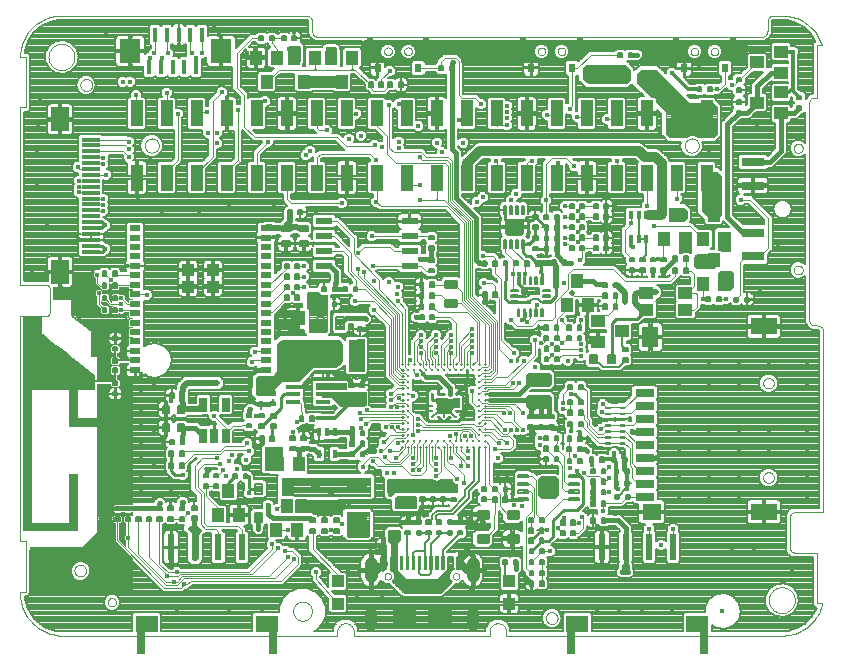
<source format=gtl>
G75*
G70*
%OFA0B0*%
%FSLAX24Y24*%
%IPPOS*%
%LPD*%
%AMOC8*
5,1,8,0,0,1.08239X$1,22.5*
%
%ADD10C,0.0000*%
%ADD11C,0.0000*%
%ADD12R,0.0730X0.0570*%
%ADD13C,0.0053*%
%ADD14C,0.0063*%
%ADD15C,0.0098*%
%ADD16R,0.0700X0.0500*%
%ADD17R,0.0236X0.0866*%
%ADD18R,0.0315X0.1181*%
%ADD19R,0.0400X0.0450*%
%ADD20C,0.0090*%
%ADD21C,0.0098*%
%ADD22C,0.0059*%
%ADD23R,0.0157X0.0295*%
%ADD24C,0.0071*%
%ADD25C,0.0035*%
%ADD26C,0.0394*%
%ADD27C,0.0433*%
%ADD28C,0.0236*%
%ADD29C,0.0175*%
%ADD30C,0.0081*%
%ADD31R,0.0500X0.0118*%
%ADD32R,0.0500X0.0500*%
%ADD33R,0.0394X0.0394*%
%ADD34C,0.0079*%
%ADD35C,0.0335*%
%ADD36R,0.0138X0.0315*%
%ADD37C,0.0055*%
%ADD38C,0.0220*%
%ADD39R,0.0272X0.0472*%
%ADD40R,0.0748X0.0315*%
%ADD41R,0.0551X0.0244*%
%ADD42R,0.0402X0.0866*%
%ADD43R,0.0450X0.0400*%
%ADD44R,0.0591X0.0118*%
%ADD45R,0.0591X0.0787*%
%ADD46R,0.0472X0.0394*%
%ADD47C,0.0075*%
%ADD48R,0.0374X0.0197*%
%ADD49C,0.0050*%
%ADD50R,0.0102X0.0102*%
%ADD51C,0.0049*%
%ADD52R,0.0630X0.0276*%
%ADD53R,0.0630X0.0551*%
%ADD54R,0.0866X0.0551*%
%ADD55R,0.0551X0.0709*%
%ADD56R,0.0236X0.0315*%
%ADD57R,0.0236X0.0472*%
%ADD58R,0.0157X0.0492*%
%ADD59R,0.0709X0.0787*%
%ADD60C,0.0056*%
%ADD61C,0.0057*%
%ADD62C,0.0035*%
%ADD63C,0.0160*%
%ADD64C,0.0010*%
%ADD65C,0.0060*%
%ADD66C,0.0160*%
%ADD67C,0.0120*%
%ADD68C,0.0100*%
%ADD69C,0.0250*%
%ADD70C,0.0080*%
%ADD71C,0.0270*%
%ADD72C,0.0320*%
%ADD73C,0.0150*%
%ADD74C,0.0200*%
%ADD75C,0.0040*%
%ADD76C,0.0400*%
%ADD77C,0.0200*%
D10*
X002032Y001497D02*
X002032Y001497D01*
X002032Y001497D01*
X002032Y001497D01*
X002032Y001497D01*
X002032Y001497D01*
X002032Y001497D01*
X002032Y001497D01*
X002032Y001497D01*
X002032Y001497D01*
X002032Y001497D01*
X011226Y001497D01*
X011226Y001497D01*
X011226Y001497D01*
X011226Y001497D01*
X011226Y001497D01*
X011226Y001497D01*
X011226Y001497D01*
X011226Y001497D01*
X011226Y001497D01*
X011226Y001497D01*
X011226Y001497D01*
X011226Y001635D01*
X011226Y001635D01*
X011226Y001635D01*
X011226Y001635D01*
X011226Y001635D01*
X011226Y001635D01*
X011226Y001635D01*
X011226Y001635D01*
X011226Y001635D01*
X011226Y001635D01*
X011226Y001635D01*
X011228Y001667D01*
X011233Y001698D01*
X011243Y001729D01*
X011255Y001758D01*
X011271Y001786D01*
X011290Y001812D01*
X011312Y001835D01*
X011337Y001856D01*
X011364Y001873D01*
X011392Y001888D01*
X011422Y001898D01*
X011453Y001906D01*
X011485Y001910D01*
X011517Y001910D01*
X011549Y001906D01*
X011580Y001898D01*
X011610Y001888D01*
X011639Y001873D01*
X011665Y001856D01*
X011690Y001835D01*
X011712Y001812D01*
X011731Y001786D01*
X011747Y001758D01*
X011759Y001729D01*
X011769Y001698D01*
X011774Y001667D01*
X011776Y001635D01*
X011776Y001635D01*
X011776Y001635D01*
X011776Y001635D01*
X011776Y001635D01*
X011776Y001635D01*
X011776Y001635D01*
X011776Y001635D01*
X011776Y001635D01*
X011776Y001635D01*
X011776Y001635D01*
X011776Y001497D01*
X011776Y001497D01*
X011776Y001497D01*
X011776Y001497D01*
X011776Y001497D01*
X011776Y001497D01*
X011776Y001497D01*
X011776Y001497D01*
X011776Y001497D01*
X011776Y001497D01*
X011776Y001497D01*
X016304Y001497D01*
X016304Y001497D01*
X016304Y001497D01*
X016304Y001497D01*
X016304Y001497D01*
X016304Y001497D01*
X016304Y001497D01*
X016304Y001497D01*
X016304Y001497D01*
X016304Y001497D01*
X016304Y001497D01*
X016304Y001635D01*
X016304Y001635D01*
X016304Y001635D01*
X016304Y001635D01*
X016304Y001635D01*
X016304Y001635D01*
X016304Y001635D01*
X016304Y001635D01*
X016304Y001635D01*
X016304Y001635D01*
X016304Y001635D01*
X016306Y001667D01*
X016311Y001699D01*
X016321Y001729D01*
X016333Y001759D01*
X016349Y001787D01*
X016369Y001812D01*
X016391Y001836D01*
X016415Y001856D01*
X016442Y001874D01*
X016471Y001888D01*
X016501Y001899D01*
X016532Y001907D01*
X016564Y001911D01*
X016596Y001911D01*
X016628Y001907D01*
X016659Y001899D01*
X016689Y001888D01*
X016718Y001874D01*
X016745Y001856D01*
X016769Y001836D01*
X016791Y001812D01*
X016811Y001787D01*
X016827Y001759D01*
X016839Y001729D01*
X016849Y001699D01*
X016854Y001667D01*
X016856Y001635D01*
X016856Y001497D01*
X016856Y001497D01*
X016856Y001497D01*
X016856Y001497D01*
X016856Y001497D01*
X016856Y001497D01*
X026048Y001497D01*
X026048Y001497D01*
X026048Y001497D01*
X026048Y001497D01*
X026048Y001497D01*
X026048Y001497D01*
X026048Y001497D01*
X026048Y001497D01*
X026048Y001497D01*
X026048Y001497D01*
X026048Y001497D01*
X025615Y002678D02*
X025617Y002719D01*
X025623Y002760D01*
X025633Y002800D01*
X025646Y002839D01*
X025663Y002876D01*
X025684Y002912D01*
X025708Y002946D01*
X025735Y002977D01*
X025764Y003005D01*
X025797Y003031D01*
X025831Y003053D01*
X025868Y003072D01*
X025906Y003087D01*
X025946Y003099D01*
X025986Y003107D01*
X026027Y003111D01*
X026069Y003111D01*
X026110Y003107D01*
X026150Y003099D01*
X026190Y003087D01*
X026228Y003072D01*
X026264Y003053D01*
X026299Y003031D01*
X026332Y003005D01*
X026361Y002977D01*
X026388Y002946D01*
X026412Y002912D01*
X026433Y002876D01*
X026450Y002839D01*
X026463Y002800D01*
X026473Y002760D01*
X026479Y002719D01*
X026481Y002678D01*
X026479Y002637D01*
X026473Y002596D01*
X026463Y002556D01*
X026450Y002517D01*
X026433Y002480D01*
X026412Y002444D01*
X026388Y002410D01*
X026361Y002379D01*
X026332Y002351D01*
X026299Y002325D01*
X026265Y002303D01*
X026228Y002284D01*
X026190Y002269D01*
X026150Y002257D01*
X026110Y002249D01*
X026069Y002245D01*
X026027Y002245D01*
X025986Y002249D01*
X025946Y002257D01*
X025906Y002269D01*
X025868Y002284D01*
X025832Y002303D01*
X025797Y002325D01*
X025764Y002351D01*
X025735Y002379D01*
X025708Y002410D01*
X025684Y002444D01*
X025663Y002480D01*
X025646Y002517D01*
X025633Y002556D01*
X025623Y002596D01*
X025617Y002637D01*
X025615Y002678D01*
X026048Y001497D02*
X026119Y001499D01*
X026191Y001504D01*
X026262Y001514D01*
X026332Y001527D01*
X026402Y001543D01*
X026470Y001563D01*
X026538Y001587D01*
X026604Y001614D01*
X026668Y001645D01*
X026731Y001678D01*
X026792Y001715D01*
X026852Y001756D01*
X026909Y001799D01*
X026963Y001845D01*
X027015Y001894D01*
X027065Y001945D01*
X027112Y001999D01*
X027156Y002056D01*
X027197Y002114D01*
X027235Y002175D01*
X027269Y002237D01*
X027301Y002301D01*
X027329Y002367D01*
X027354Y002434D01*
X027375Y002503D01*
X027392Y002572D01*
X027229Y002572D01*
X027229Y004268D01*
X026460Y004268D01*
X026460Y004268D01*
X026460Y004268D01*
X026460Y004268D01*
X026460Y004268D01*
X026460Y004268D01*
X026460Y004268D01*
X026460Y004268D01*
X026460Y004268D01*
X026460Y004268D01*
X026460Y004268D01*
X026438Y004270D01*
X026417Y004275D01*
X026397Y004283D01*
X026379Y004294D01*
X026362Y004308D01*
X026348Y004325D01*
X026337Y004343D01*
X026329Y004363D01*
X026324Y004384D01*
X026322Y004406D01*
X026322Y005469D01*
X026322Y005469D01*
X026322Y005469D01*
X026322Y005469D01*
X026322Y005469D01*
X026322Y005469D01*
X026322Y005469D01*
X026322Y005469D01*
X026322Y005469D01*
X026322Y005469D01*
X026322Y005469D01*
X026324Y005491D01*
X026329Y005512D01*
X026337Y005532D01*
X026348Y005550D01*
X026362Y005567D01*
X026379Y005581D01*
X026397Y005592D01*
X026417Y005600D01*
X026438Y005605D01*
X026460Y005607D01*
X026460Y005607D01*
X026460Y005607D01*
X026460Y005607D01*
X026460Y005607D01*
X026460Y005607D01*
X026460Y005607D01*
X026460Y005607D01*
X026460Y005607D01*
X026460Y005607D01*
X026460Y005607D01*
X027426Y005607D01*
X027426Y005607D01*
X027426Y005607D01*
X027426Y005607D01*
X027426Y005607D01*
X027426Y005607D01*
X027426Y011640D01*
X027426Y011640D01*
X027426Y011640D01*
X027426Y011640D01*
X027426Y011640D01*
X027426Y011640D01*
X027426Y011640D01*
X027426Y011640D01*
X027426Y011640D01*
X027426Y011640D01*
X027426Y011640D01*
X027424Y011666D01*
X027419Y011691D01*
X027411Y011715D01*
X027400Y011739D01*
X027385Y011760D01*
X027368Y011779D01*
X027349Y011796D01*
X027328Y011811D01*
X027304Y011822D01*
X027280Y011830D01*
X027255Y011835D01*
X027229Y011837D01*
X027229Y011837D01*
X027229Y011837D01*
X027229Y011837D01*
X027229Y011837D01*
X027229Y011837D01*
X027229Y011837D01*
X027229Y011837D01*
X027229Y011837D01*
X027229Y011837D01*
X027229Y011837D01*
X027150Y011837D01*
X027150Y011837D01*
X027150Y011837D01*
X027150Y011837D01*
X027150Y011837D01*
X027150Y011837D01*
X027150Y011837D01*
X027150Y011837D01*
X027150Y011837D01*
X027150Y011837D01*
X027150Y011837D01*
X027124Y011839D01*
X027099Y011844D01*
X027075Y011852D01*
X027051Y011863D01*
X027030Y011878D01*
X027011Y011895D01*
X026994Y011914D01*
X026979Y011935D01*
X026968Y011959D01*
X026960Y011983D01*
X026955Y012008D01*
X026953Y012034D01*
X026953Y012034D01*
X026953Y012034D01*
X026953Y012034D01*
X026953Y012034D01*
X026953Y012034D01*
X026953Y012034D01*
X026953Y012034D01*
X026953Y012034D01*
X026953Y012034D01*
X026953Y012034D01*
X026953Y019239D01*
X026953Y019239D01*
X026953Y019239D01*
X026953Y019239D01*
X026953Y019239D01*
X026953Y019239D01*
X026953Y019239D01*
X026953Y019239D01*
X026953Y019239D01*
X026953Y019239D01*
X026953Y019239D01*
X026955Y019265D01*
X026960Y019290D01*
X026968Y019314D01*
X026979Y019338D01*
X026994Y019359D01*
X027011Y019378D01*
X027030Y019395D01*
X027051Y019410D01*
X027075Y019421D01*
X027099Y019429D01*
X027124Y019434D01*
X027150Y019436D01*
X027229Y019436D01*
X027229Y021182D01*
X027368Y021182D01*
X027369Y021183D02*
X027346Y021253D01*
X027319Y021321D01*
X027289Y021388D01*
X027255Y021454D01*
X027218Y021517D01*
X027177Y021578D01*
X027134Y021638D01*
X027087Y021694D01*
X027037Y021748D01*
X026985Y021800D01*
X026929Y021848D01*
X026872Y021894D01*
X026811Y021936D01*
X026749Y021975D01*
X026685Y022011D01*
X026619Y022043D01*
X026551Y022072D01*
X026482Y022097D01*
X026411Y022118D01*
X026340Y022136D01*
X026268Y022149D01*
X026195Y022159D01*
X026122Y022165D01*
X026048Y022167D01*
X025764Y022167D01*
X025764Y022167D01*
X025764Y022167D01*
X025764Y022167D01*
X025764Y022167D01*
X025764Y022167D01*
X025764Y022167D01*
X025764Y022167D01*
X025764Y022167D01*
X025764Y022167D01*
X025764Y022167D01*
X025738Y022165D01*
X025712Y022160D01*
X025688Y022152D01*
X025664Y022140D01*
X025643Y022125D01*
X025623Y022108D01*
X025606Y022088D01*
X025592Y022066D01*
X025581Y022042D01*
X025573Y022017D01*
X025568Y021991D01*
X025567Y021965D01*
X025567Y021965D01*
X025567Y021965D01*
X025567Y021965D01*
X025567Y021965D01*
X025567Y021965D01*
X025567Y021965D01*
X025567Y021965D01*
X025567Y021965D01*
X025567Y021965D01*
X025567Y021965D01*
X025567Y021663D01*
X025567Y021663D01*
X025567Y021663D01*
X025567Y021663D01*
X025567Y021663D01*
X025567Y021663D01*
X025567Y021663D01*
X025567Y021663D01*
X025567Y021663D01*
X025567Y021663D01*
X025567Y021663D01*
X025566Y021637D01*
X025561Y021611D01*
X025553Y021586D01*
X025542Y021562D01*
X025528Y021540D01*
X025511Y021520D01*
X025491Y021502D01*
X025470Y021487D01*
X025447Y021475D01*
X025422Y021466D01*
X025396Y021460D01*
X025370Y021458D01*
X010583Y021458D01*
X010583Y021458D01*
X010583Y021458D01*
X010583Y021458D01*
X010583Y021458D01*
X010583Y021458D01*
X010583Y021458D01*
X010583Y021458D01*
X010583Y021458D01*
X010583Y021458D01*
X010583Y021458D01*
X010557Y021460D01*
X010532Y021465D01*
X010508Y021473D01*
X010484Y021484D01*
X010463Y021499D01*
X010444Y021516D01*
X010427Y021535D01*
X010412Y021556D01*
X010401Y021580D01*
X010393Y021604D01*
X010388Y021629D01*
X010386Y021655D01*
X010387Y021655D02*
X010387Y021970D01*
X010387Y021970D01*
X010387Y021970D01*
X010387Y021970D01*
X010387Y021970D01*
X010387Y021970D01*
X010387Y021970D01*
X010387Y021970D01*
X010387Y021970D01*
X010387Y021970D01*
X010387Y021970D01*
X010385Y021996D01*
X010380Y022021D01*
X010372Y022045D01*
X010361Y022069D01*
X010346Y022090D01*
X010329Y022109D01*
X010310Y022126D01*
X010289Y022141D01*
X010265Y022152D01*
X010241Y022160D01*
X010216Y022165D01*
X010190Y022167D01*
X001926Y022167D01*
X001924Y022167D01*
X002032Y022167D02*
X002032Y022167D01*
X002032Y022167D01*
X002032Y022167D01*
X002032Y022167D01*
X002032Y022167D01*
X002032Y022167D01*
X002032Y022167D01*
X002032Y022167D01*
X002032Y022167D01*
X002032Y022167D01*
X001599Y020789D02*
X001601Y020830D01*
X001607Y020871D01*
X001617Y020911D01*
X001630Y020950D01*
X001647Y020987D01*
X001668Y021023D01*
X001692Y021057D01*
X001719Y021088D01*
X001748Y021116D01*
X001781Y021142D01*
X001815Y021164D01*
X001852Y021183D01*
X001890Y021198D01*
X001930Y021210D01*
X001970Y021218D01*
X002011Y021222D01*
X002053Y021222D01*
X002094Y021218D01*
X002134Y021210D01*
X002174Y021198D01*
X002212Y021183D01*
X002248Y021164D01*
X002283Y021142D01*
X002316Y021116D01*
X002345Y021088D01*
X002372Y021057D01*
X002396Y021023D01*
X002417Y020987D01*
X002434Y020950D01*
X002447Y020911D01*
X002457Y020871D01*
X002463Y020830D01*
X002465Y020789D01*
X002463Y020748D01*
X002457Y020707D01*
X002447Y020667D01*
X002434Y020628D01*
X002417Y020591D01*
X002396Y020555D01*
X002372Y020521D01*
X002345Y020490D01*
X002316Y020462D01*
X002283Y020436D01*
X002249Y020414D01*
X002212Y020395D01*
X002174Y020380D01*
X002134Y020368D01*
X002094Y020360D01*
X002053Y020356D01*
X002011Y020356D01*
X001970Y020360D01*
X001930Y020368D01*
X001890Y020380D01*
X001852Y020395D01*
X001816Y020414D01*
X001781Y020436D01*
X001748Y020462D01*
X001719Y020490D01*
X001692Y020521D01*
X001668Y020555D01*
X001647Y020591D01*
X001630Y020628D01*
X001617Y020667D01*
X001607Y020707D01*
X001601Y020748D01*
X001599Y020789D01*
X000654Y020789D02*
X000656Y020863D01*
X000662Y020936D01*
X000672Y021009D01*
X000686Y021081D01*
X000703Y021153D01*
X000725Y021223D01*
X000750Y021292D01*
X000778Y021360D01*
X000811Y021426D01*
X000846Y021490D01*
X000885Y021553D01*
X000928Y021613D01*
X000973Y021671D01*
X001022Y021726D01*
X001073Y021779D01*
X001127Y021829D01*
X001183Y021876D01*
X001242Y021920D01*
X001304Y021960D01*
X001367Y021998D01*
X001432Y022032D01*
X001499Y022062D01*
X001568Y022089D01*
X001638Y022112D01*
X001708Y022132D01*
X001780Y022147D01*
X001853Y022159D01*
X001926Y022167D01*
X000851Y020789D02*
X000654Y020789D01*
X000654Y020789D01*
X000851Y020789D02*
X000851Y020789D01*
X000851Y020789D01*
X000851Y020789D01*
X000851Y020789D01*
X000851Y020789D01*
X000851Y019107D01*
X000851Y019107D01*
X000851Y019107D01*
X000851Y019107D01*
X000851Y019107D01*
X000851Y019107D01*
X000654Y019107D01*
X000654Y013202D01*
X000654Y013202D01*
X000654Y013202D01*
X000654Y013202D01*
X000654Y013202D01*
X000654Y013202D01*
X001500Y013202D01*
X001500Y013202D01*
X001500Y013202D01*
X001500Y013202D01*
X001500Y013202D01*
X001500Y013202D01*
X001500Y013202D01*
X001500Y013202D01*
X001500Y013202D01*
X001500Y013202D01*
X001500Y013202D01*
X001522Y013200D01*
X001543Y013195D01*
X001563Y013187D01*
X001581Y013176D01*
X001598Y013162D01*
X001612Y013145D01*
X001623Y013127D01*
X001631Y013107D01*
X001636Y013086D01*
X001638Y013064D01*
X001638Y012277D01*
X001638Y012277D01*
X001638Y012277D01*
X001638Y012277D01*
X001638Y012277D01*
X001638Y012277D01*
X001638Y012277D01*
X001638Y012277D01*
X001638Y012277D01*
X001638Y012277D01*
X001638Y012277D01*
X001636Y012255D01*
X001631Y012234D01*
X001623Y012214D01*
X001612Y012196D01*
X001598Y012179D01*
X001581Y012165D01*
X001563Y012154D01*
X001543Y012146D01*
X001522Y012141D01*
X001500Y012139D01*
X000654Y012139D01*
X000654Y012139D01*
X000654Y012139D01*
X000654Y012139D01*
X000654Y012139D01*
X000654Y012139D01*
X000654Y004647D01*
X000851Y004647D01*
X000851Y002966D01*
X000654Y002966D01*
X000654Y002965D02*
X000653Y002891D01*
X000657Y002816D01*
X000665Y002742D01*
X000676Y002669D01*
X000691Y002596D01*
X000710Y002524D01*
X000733Y002453D01*
X000760Y002383D01*
X000790Y002315D01*
X000823Y002249D01*
X000860Y002184D01*
X000900Y002121D01*
X000944Y002061D01*
X000991Y002003D01*
X001040Y001947D01*
X001092Y001894D01*
X001148Y001844D01*
X001205Y001797D01*
X001265Y001752D01*
X001327Y001712D01*
X001392Y001674D01*
X001458Y001640D01*
X001526Y001609D01*
X001595Y001582D01*
X001666Y001558D01*
X001737Y001538D01*
X001810Y001522D01*
X001884Y001510D01*
X001958Y001501D01*
X002032Y001497D01*
X002026Y005029D02*
X002012Y005029D01*
X001786Y005255D01*
X001800Y005255D01*
X002026Y005029D01*
X002040Y005029D01*
X001814Y005255D01*
X001828Y005255D01*
X002054Y005029D01*
X002040Y005029D01*
X002054Y005029D02*
X002068Y005029D01*
X001842Y005255D01*
X001856Y005255D01*
X002082Y005029D01*
X002068Y005029D01*
X002082Y005029D02*
X002096Y005029D01*
X001869Y005255D01*
X001883Y005255D01*
X002110Y005029D01*
X002096Y005029D01*
X002110Y005029D02*
X002124Y005029D01*
X001897Y005255D01*
X001911Y005255D01*
X002137Y005029D01*
X002124Y005029D01*
X002137Y005029D02*
X002151Y005029D01*
X001925Y005255D01*
X001939Y005255D01*
X002165Y005029D01*
X002151Y005029D01*
X002165Y005029D02*
X002179Y005029D01*
X001953Y005255D01*
X001967Y005255D01*
X002193Y005029D01*
X002179Y005029D01*
X002193Y005029D02*
X002207Y005029D01*
X001981Y005255D01*
X001995Y005255D01*
X002221Y005029D01*
X002207Y005029D01*
X002221Y005029D02*
X002235Y005029D01*
X002009Y005255D01*
X002023Y005255D01*
X002249Y005029D01*
X002235Y005029D01*
X002249Y005029D02*
X002263Y005029D01*
X002036Y005255D01*
X002050Y005255D01*
X002277Y005029D01*
X002263Y005029D01*
X002277Y005029D02*
X002291Y005029D01*
X002064Y005255D01*
X002078Y005255D01*
X002304Y005029D01*
X002291Y005029D01*
X002304Y005029D02*
X002318Y005029D01*
X002092Y005255D01*
X002106Y005255D01*
X002332Y005029D01*
X002318Y005029D01*
X002332Y005029D02*
X002346Y005029D01*
X002120Y005255D01*
X002134Y005255D01*
X002360Y005029D01*
X002346Y005029D01*
X002360Y005029D02*
X002374Y005029D01*
X002148Y005255D01*
X002162Y005255D01*
X002388Y005029D01*
X002374Y005029D01*
X002388Y005029D02*
X002402Y005029D01*
X002176Y005255D01*
X002190Y005255D01*
X002416Y005029D01*
X002402Y005029D01*
X002416Y005029D02*
X002430Y005029D01*
X002204Y005255D01*
X002217Y005255D01*
X002444Y005029D01*
X002430Y005029D01*
X002444Y005029D02*
X002458Y005029D01*
X002231Y005255D01*
X002245Y005255D01*
X002471Y005029D01*
X002458Y005029D01*
X002471Y005029D02*
X002485Y005029D01*
X002259Y005255D01*
X002273Y005255D01*
X002499Y005029D01*
X002485Y005029D01*
X002499Y005029D02*
X002513Y005029D01*
X002287Y005255D01*
X002293Y005255D01*
X002293Y005263D01*
X002527Y005029D01*
X002513Y005029D01*
X002527Y005029D02*
X002541Y005029D01*
X002293Y005277D01*
X002293Y005291D01*
X002555Y005029D01*
X002541Y005029D01*
X002555Y005029D02*
X002559Y005029D01*
X002559Y005039D01*
X002293Y005305D01*
X002293Y005319D01*
X002559Y005053D01*
X002559Y005039D01*
X002559Y005053D02*
X002559Y005067D01*
X002293Y005332D01*
X002293Y005346D01*
X002559Y005081D01*
X002559Y005067D01*
X002559Y005081D02*
X002559Y005095D01*
X002293Y005360D01*
X002293Y005374D01*
X002559Y005109D01*
X002559Y005095D01*
X002559Y005109D02*
X002559Y005123D01*
X002293Y005388D01*
X002293Y005402D01*
X002559Y005136D01*
X002559Y005123D01*
X002559Y005136D02*
X002559Y005150D01*
X002293Y005416D01*
X002293Y005430D01*
X002559Y005164D01*
X002559Y005150D01*
X002559Y005164D02*
X002559Y005178D01*
X002293Y005444D01*
X002293Y005458D01*
X002559Y005192D01*
X002559Y005178D01*
X002559Y005192D02*
X002559Y005206D01*
X002293Y005472D01*
X002293Y005486D01*
X002559Y005220D01*
X002559Y005206D01*
X002559Y005220D02*
X002559Y005234D01*
X002293Y005500D01*
X002293Y005513D01*
X002559Y005248D01*
X002559Y005234D01*
X002559Y005248D02*
X002559Y005262D01*
X002293Y005527D01*
X002293Y005541D01*
X002559Y005276D01*
X002559Y005262D01*
X002559Y005276D02*
X002559Y005290D01*
X002293Y005555D01*
X002293Y005569D01*
X002559Y005304D01*
X002559Y005290D01*
X002559Y005304D02*
X002559Y005317D01*
X002293Y005583D01*
X002293Y005597D01*
X002559Y005331D01*
X002559Y005317D01*
X002559Y005331D02*
X002559Y005345D01*
X002293Y005611D01*
X002293Y005625D01*
X002559Y005359D01*
X002559Y005345D01*
X002559Y005359D02*
X002559Y005373D01*
X002293Y005639D01*
X002293Y005653D01*
X002559Y005387D01*
X002559Y005373D01*
X002559Y005387D02*
X002559Y005401D01*
X002293Y005667D01*
X002293Y005680D01*
X002559Y005415D01*
X002559Y005401D01*
X002559Y005415D02*
X002559Y005429D01*
X002293Y005694D01*
X002293Y005708D01*
X002559Y005443D01*
X002559Y005429D01*
X002559Y005443D02*
X002559Y005457D01*
X002293Y005722D01*
X002293Y005736D01*
X002559Y005471D01*
X002559Y005457D01*
X002559Y005471D02*
X002559Y005484D01*
X002293Y005750D01*
X002293Y005764D01*
X002559Y005498D01*
X002559Y005484D01*
X002559Y005498D02*
X002559Y005512D01*
X002293Y005778D01*
X002293Y005792D01*
X002559Y005526D01*
X002559Y005512D01*
X002559Y005526D02*
X002559Y005540D01*
X002293Y005806D01*
X002293Y005820D01*
X002559Y005554D01*
X002559Y005540D01*
X002559Y005554D02*
X002559Y005568D01*
X002293Y005834D01*
X002293Y005847D01*
X002559Y005582D01*
X002559Y005568D01*
X002559Y005582D02*
X002559Y005596D01*
X002293Y005861D01*
X002293Y005875D01*
X002559Y005610D01*
X002559Y005596D01*
X002559Y005610D02*
X002559Y005624D01*
X002293Y005889D01*
X002293Y005903D01*
X002559Y005638D01*
X002559Y005624D01*
X002559Y005638D02*
X002559Y005651D01*
X002293Y005917D01*
X002293Y005931D01*
X002559Y005665D01*
X002559Y005651D01*
X002559Y005665D02*
X002559Y005679D01*
X002293Y005945D01*
X002293Y005959D01*
X002559Y005693D01*
X002559Y005679D01*
X002559Y005693D02*
X002559Y005707D01*
X002293Y005973D01*
X002293Y005987D01*
X002559Y005721D01*
X002559Y005707D01*
X002559Y005721D02*
X002559Y005735D01*
X002293Y006001D01*
X002293Y006015D01*
X002559Y005749D01*
X002559Y005735D01*
X002559Y005749D02*
X002559Y005763D01*
X002293Y006028D01*
X002293Y006042D01*
X002559Y005777D01*
X002559Y005763D01*
X002559Y005777D02*
X002559Y005791D01*
X002293Y006056D01*
X002293Y006070D01*
X002559Y005805D01*
X002559Y005791D01*
X002559Y005805D02*
X002559Y005819D01*
X002293Y006084D01*
X002293Y006098D01*
X002559Y005832D01*
X002559Y005819D01*
X002559Y005832D02*
X002559Y005846D01*
X002293Y006112D01*
X002293Y006126D01*
X002559Y005860D01*
X002559Y005846D01*
X002559Y005860D02*
X002559Y005874D01*
X002293Y006140D01*
X002293Y006154D01*
X002559Y005888D01*
X002559Y005874D01*
X002559Y005888D02*
X002559Y005902D01*
X002293Y006168D01*
X002293Y006182D01*
X002559Y005916D01*
X002559Y005902D01*
X002559Y005916D02*
X002559Y005930D01*
X002293Y006195D01*
X002293Y006209D01*
X002559Y005944D01*
X002559Y005930D01*
X002559Y005944D02*
X002559Y005958D01*
X002293Y006223D01*
X002293Y006237D01*
X002559Y005972D01*
X002559Y005958D01*
X002559Y005972D02*
X002559Y005986D01*
X002293Y006251D01*
X002293Y006265D01*
X002559Y005999D01*
X002559Y005986D01*
X002559Y005999D02*
X002559Y006013D01*
X002293Y006279D01*
X002293Y006293D01*
X002559Y006027D01*
X002559Y006013D01*
X002559Y006027D02*
X002559Y006041D01*
X002293Y006307D01*
X002293Y006321D01*
X002559Y006055D01*
X002559Y006041D01*
X002559Y006055D02*
X002559Y006069D01*
X002293Y006335D01*
X002293Y006349D01*
X002559Y006083D01*
X002559Y006069D01*
X002559Y006083D02*
X002559Y006097D01*
X002293Y006363D01*
X002293Y006376D01*
X002559Y006111D01*
X002559Y006097D01*
X002559Y006111D02*
X002559Y006125D01*
X002293Y006390D01*
X002293Y006404D01*
X002559Y006139D01*
X002559Y006125D01*
X002559Y006139D02*
X002559Y006153D01*
X002293Y006418D01*
X002293Y006432D01*
X002559Y006167D01*
X002559Y006153D01*
X002559Y006167D02*
X002559Y006180D01*
X002293Y006446D01*
X002293Y006460D01*
X002559Y006194D01*
X002559Y006180D01*
X002559Y006194D02*
X002559Y006208D01*
X002293Y006474D01*
X002293Y006488D01*
X002559Y006222D01*
X002559Y006208D01*
X002559Y006222D02*
X002559Y006236D01*
X002293Y006502D01*
X002293Y006516D01*
X002559Y006250D01*
X002559Y006236D01*
X002559Y006250D02*
X002559Y006264D01*
X002293Y006530D01*
X002293Y006543D01*
X002559Y006278D01*
X002559Y006264D01*
X002559Y006278D02*
X002559Y006292D01*
X002293Y006557D01*
X002293Y006571D01*
X002559Y006306D01*
X002559Y006292D01*
X002559Y006306D02*
X002559Y006320D01*
X002293Y006585D01*
X002293Y006599D01*
X002559Y006334D01*
X002559Y006320D01*
X002559Y006334D02*
X002559Y006347D01*
X002293Y006613D01*
X002293Y006627D01*
X002559Y006361D01*
X002559Y006347D01*
X002559Y006361D02*
X002559Y006375D01*
X002293Y006641D01*
X002293Y006655D01*
X002559Y006389D01*
X002559Y006375D01*
X002559Y006389D02*
X002559Y006403D01*
X002293Y006669D01*
X002293Y006683D01*
X002559Y006417D01*
X002559Y006403D01*
X002559Y006417D02*
X002559Y006431D01*
X002293Y006697D01*
X002293Y006711D01*
X002559Y006445D01*
X002559Y006431D01*
X002559Y006445D02*
X002559Y006459D01*
X002293Y006724D01*
X002293Y006738D01*
X002559Y006473D01*
X002559Y006459D01*
X002559Y006473D02*
X002559Y006487D01*
X002293Y006752D01*
X002293Y006766D01*
X002559Y006501D01*
X002559Y006487D01*
X002559Y006501D02*
X002559Y006515D01*
X002293Y006780D01*
X002293Y006794D01*
X002559Y006528D01*
X002559Y006515D01*
X002559Y006528D02*
X002559Y006542D01*
X002293Y006808D01*
X002293Y006822D01*
X002559Y006556D01*
X002559Y006542D01*
X002559Y006556D02*
X002559Y006570D01*
X002293Y006836D01*
X002293Y006850D01*
X002559Y006584D01*
X002559Y006570D01*
X002559Y006584D02*
X002559Y006598D01*
X002293Y006864D01*
X002293Y006878D01*
X002559Y006612D01*
X002559Y006598D01*
X002559Y006612D02*
X002559Y006626D01*
X002296Y006889D01*
X002310Y006889D01*
X002559Y006640D01*
X002559Y006626D01*
X002559Y006640D02*
X002559Y006654D01*
X002323Y006889D01*
X002337Y006889D01*
X002559Y006668D01*
X002559Y006654D01*
X002559Y006668D02*
X002559Y006682D01*
X002351Y006889D01*
X002365Y006889D01*
X002559Y006695D01*
X002559Y006682D01*
X002559Y006695D02*
X002559Y006709D01*
X002379Y006889D01*
X002393Y006889D01*
X002559Y006723D01*
X002559Y006709D01*
X002559Y006723D02*
X002559Y006737D01*
X002407Y006889D01*
X002421Y006889D01*
X002559Y006751D01*
X002559Y006737D01*
X002559Y006751D02*
X002559Y006765D01*
X002435Y006889D01*
X002449Y006889D01*
X002559Y006779D01*
X002559Y006765D01*
X002559Y006779D02*
X002559Y006793D01*
X002463Y006889D01*
X002477Y006889D01*
X002559Y006807D01*
X002559Y006793D01*
X002559Y006807D02*
X002559Y006821D01*
X002491Y006889D01*
X002504Y006889D01*
X002559Y006835D01*
X002559Y006821D01*
X002559Y006835D02*
X002559Y006849D01*
X002518Y006889D01*
X002532Y006889D01*
X002559Y006862D01*
X002559Y006849D01*
X002559Y006862D02*
X002559Y006876D01*
X002546Y006889D01*
X002559Y006889D01*
X002559Y006876D01*
X002546Y006889D02*
X002532Y006889D01*
X002518Y006889D02*
X002504Y006889D01*
X002491Y006889D02*
X002477Y006889D01*
X002463Y006889D02*
X002449Y006889D01*
X002435Y006889D02*
X002421Y006889D01*
X002407Y006889D02*
X002393Y006889D01*
X002379Y006889D02*
X002365Y006889D01*
X002351Y006889D02*
X002337Y006889D01*
X002323Y006889D02*
X002310Y006889D01*
X002296Y006889D02*
X002293Y006889D01*
X002293Y006878D01*
X002293Y006864D02*
X002293Y006850D01*
X002293Y006836D02*
X002293Y006822D01*
X002293Y006808D02*
X002293Y006794D01*
X002293Y006780D02*
X002293Y006766D01*
X002293Y006752D02*
X002293Y006738D01*
X002293Y006724D02*
X002293Y006711D01*
X002293Y006697D02*
X002293Y006683D01*
X002293Y006669D02*
X002293Y006655D01*
X002293Y006641D02*
X002293Y006627D01*
X002293Y006613D02*
X002293Y006599D01*
X002293Y006585D02*
X002293Y006571D01*
X002293Y006557D02*
X002293Y006543D01*
X002293Y006530D02*
X002293Y006516D01*
X002293Y006502D02*
X002293Y006488D01*
X002293Y006474D02*
X002293Y006460D01*
X002293Y006446D02*
X002293Y006432D01*
X002293Y006418D02*
X002293Y006404D01*
X002293Y006390D02*
X002293Y006376D01*
X002293Y006363D02*
X002293Y006349D01*
X002293Y006335D02*
X002293Y006321D01*
X002293Y006307D02*
X002293Y006293D01*
X002293Y006279D02*
X002293Y006265D01*
X002293Y006251D02*
X002293Y006237D01*
X002293Y006223D02*
X002293Y006209D01*
X002293Y006195D02*
X002293Y006182D01*
X002293Y006168D02*
X002293Y006154D01*
X002293Y006140D02*
X002293Y006126D01*
X002293Y006112D02*
X002293Y006098D01*
X002293Y006084D02*
X002293Y006070D01*
X002293Y006056D02*
X002293Y006042D01*
X002293Y006028D02*
X002293Y006015D01*
X002293Y006001D02*
X002293Y005987D01*
X002293Y005973D02*
X002293Y005959D01*
X002293Y005945D02*
X002293Y005931D01*
X002293Y005917D02*
X002293Y005903D01*
X002293Y005889D02*
X002293Y005875D01*
X002293Y005861D02*
X002293Y005847D01*
X002293Y005834D02*
X002293Y005820D01*
X002293Y005806D02*
X002293Y005792D01*
X002293Y005778D02*
X002293Y005764D01*
X002293Y005750D02*
X002293Y005736D01*
X002293Y005722D02*
X002293Y005708D01*
X002293Y005694D02*
X002293Y005680D01*
X002293Y005667D02*
X002293Y005653D01*
X002293Y005639D02*
X002293Y005625D01*
X002293Y005611D02*
X002293Y005597D01*
X002293Y005583D02*
X002293Y005569D01*
X002293Y005555D02*
X002293Y005541D01*
X002293Y005527D02*
X002293Y005513D01*
X002293Y005500D02*
X002293Y005486D01*
X002293Y005472D02*
X002293Y005458D01*
X002293Y005444D02*
X002293Y005430D01*
X002293Y005416D02*
X002293Y005402D01*
X002293Y005388D02*
X002293Y005374D01*
X002293Y005360D02*
X002293Y005346D01*
X002293Y005332D02*
X002293Y005319D01*
X002293Y005305D02*
X002293Y005291D01*
X002293Y005277D02*
X002293Y005263D01*
X002287Y005255D02*
X002273Y005255D01*
X002259Y005255D02*
X002245Y005255D01*
X002231Y005255D02*
X002217Y005255D01*
X002204Y005255D02*
X002190Y005255D01*
X002176Y005255D02*
X002162Y005255D01*
X002148Y005255D02*
X002134Y005255D01*
X002120Y005255D02*
X002106Y005255D01*
X002092Y005255D02*
X002078Y005255D01*
X002064Y005255D02*
X002050Y005255D01*
X002036Y005255D02*
X002023Y005255D01*
X002009Y005255D02*
X001995Y005255D01*
X001981Y005255D02*
X001967Y005255D01*
X001953Y005255D02*
X001939Y005255D01*
X001925Y005255D02*
X001911Y005255D01*
X001897Y005255D02*
X001883Y005255D01*
X001869Y005255D02*
X001856Y005255D01*
X001842Y005255D02*
X001828Y005255D01*
X001814Y005255D02*
X001800Y005255D01*
X001786Y005255D02*
X001772Y005255D01*
X001998Y005029D01*
X001984Y005029D01*
X001758Y005255D01*
X001772Y005255D01*
X001758Y005255D02*
X001744Y005255D01*
X001970Y005029D01*
X001956Y005029D01*
X001730Y005255D01*
X001744Y005255D01*
X001730Y005255D02*
X001716Y005255D01*
X001943Y005029D01*
X001929Y005029D01*
X001702Y005255D01*
X001716Y005255D01*
X001702Y005255D02*
X001689Y005255D01*
X001915Y005029D01*
X001901Y005029D01*
X001675Y005255D01*
X001689Y005255D01*
X001675Y005255D02*
X001661Y005255D01*
X001887Y005029D01*
X001873Y005029D01*
X001647Y005255D01*
X001661Y005255D01*
X001647Y005255D02*
X001633Y005255D01*
X001859Y005029D01*
X001845Y005029D01*
X001619Y005255D01*
X001633Y005255D01*
X001619Y005255D02*
X001605Y005255D01*
X001831Y005029D01*
X001817Y005029D01*
X001591Y005255D01*
X001605Y005255D01*
X001591Y005255D02*
X001577Y005255D01*
X001803Y005029D01*
X001789Y005029D01*
X001563Y005255D01*
X001577Y005255D01*
X001563Y005255D02*
X001549Y005255D01*
X001776Y005029D01*
X001762Y005029D01*
X001535Y005255D01*
X001549Y005255D01*
X001535Y005255D02*
X001521Y005255D01*
X001748Y005029D01*
X001734Y005029D01*
X001508Y005255D01*
X001521Y005255D01*
X001508Y005255D02*
X001494Y005255D01*
X001720Y005029D01*
X001706Y005029D01*
X001480Y005255D01*
X001494Y005255D01*
X001480Y005255D02*
X001466Y005255D01*
X001692Y005029D01*
X001678Y005029D01*
X001452Y005255D01*
X001466Y005255D01*
X001452Y005255D02*
X001438Y005255D01*
X001664Y005029D01*
X001650Y005029D01*
X001424Y005255D01*
X001438Y005255D01*
X001424Y005255D02*
X001410Y005255D01*
X001636Y005029D01*
X001622Y005029D01*
X001396Y005255D01*
X001410Y005255D01*
X001396Y005255D02*
X001382Y005255D01*
X001608Y005029D01*
X001595Y005029D01*
X001368Y005255D01*
X001382Y005255D01*
X001368Y005255D02*
X001354Y005255D01*
X001581Y005029D01*
X001567Y005029D01*
X001341Y005255D01*
X001354Y005255D01*
X001341Y005255D02*
X001327Y005255D01*
X001553Y005029D01*
X001539Y005029D01*
X001313Y005255D01*
X001327Y005255D01*
X001313Y005255D02*
X001299Y005255D01*
X001525Y005029D01*
X001511Y005029D01*
X001285Y005255D01*
X001299Y005255D01*
X001285Y005255D02*
X001271Y005255D01*
X001497Y005029D01*
X001483Y005029D01*
X001257Y005255D01*
X001271Y005255D01*
X001257Y005255D02*
X001243Y005255D01*
X001469Y005029D01*
X001455Y005029D01*
X001229Y005255D01*
X001243Y005255D01*
X001229Y005255D02*
X001215Y005255D01*
X001441Y005029D01*
X001428Y005029D01*
X001201Y005255D01*
X001215Y005255D01*
X001201Y005255D02*
X001187Y005255D01*
X001414Y005029D01*
X001400Y005029D01*
X001173Y005255D01*
X001187Y005255D01*
X001173Y005255D02*
X001160Y005255D01*
X001386Y005029D01*
X001372Y005029D01*
X001146Y005255D01*
X001160Y005255D01*
X001146Y005255D02*
X001132Y005255D01*
X001358Y005029D01*
X001344Y005029D01*
X001118Y005255D01*
X001132Y005255D01*
X001118Y005255D02*
X001104Y005255D01*
X001330Y005029D01*
X001316Y005029D01*
X001090Y005255D01*
X001104Y005255D01*
X001090Y005255D02*
X001076Y005255D01*
X001302Y005029D01*
X001288Y005029D01*
X001062Y005255D01*
X001076Y005255D01*
X001062Y005255D02*
X001048Y005255D01*
X001274Y005029D01*
X001260Y005029D01*
X001034Y005255D01*
X001048Y005255D01*
X001034Y005255D02*
X001024Y005255D01*
X001024Y005266D01*
X000758Y005532D01*
X000758Y005546D01*
X001024Y005280D01*
X001024Y005266D01*
X001024Y005280D02*
X001024Y005294D01*
X000758Y005559D01*
X000758Y005573D01*
X001024Y005308D01*
X001024Y005294D01*
X001024Y005308D02*
X001024Y005322D01*
X000758Y005587D01*
X000758Y005601D01*
X001024Y005336D01*
X001024Y005322D01*
X001024Y005336D02*
X001024Y005350D01*
X000758Y005615D01*
X000758Y005629D01*
X001024Y005363D01*
X001024Y005350D01*
X001024Y005363D02*
X001024Y005377D01*
X000758Y005643D01*
X000758Y005657D01*
X001024Y005391D01*
X001024Y005377D01*
X001024Y005391D02*
X001024Y005405D01*
X000758Y005671D01*
X000758Y005685D01*
X001024Y005419D01*
X001024Y005405D01*
X001024Y005419D02*
X001024Y005433D01*
X000758Y005699D01*
X000758Y005713D01*
X001024Y005447D01*
X001024Y005433D01*
X001024Y005447D02*
X001024Y005461D01*
X000758Y005726D01*
X000758Y005740D01*
X001024Y005475D01*
X001024Y005461D01*
X001024Y005475D02*
X001024Y005489D01*
X000758Y005754D01*
X000758Y005768D01*
X001024Y005503D01*
X001024Y005489D01*
X001024Y005503D02*
X001024Y005517D01*
X000758Y005782D01*
X000758Y005796D01*
X001024Y005530D01*
X001024Y005517D01*
X001024Y005530D02*
X001024Y005544D01*
X000758Y005810D01*
X000758Y005824D01*
X001024Y005558D01*
X001024Y005544D01*
X001024Y005558D02*
X001024Y005572D01*
X000758Y005838D01*
X000758Y005852D01*
X001024Y005586D01*
X001024Y005572D01*
X001024Y005586D02*
X001024Y005600D01*
X000758Y005866D01*
X000758Y005880D01*
X001024Y005614D01*
X001024Y005600D01*
X001024Y005614D02*
X001024Y005628D01*
X000758Y005894D01*
X000758Y005907D01*
X001024Y005642D01*
X001024Y005628D01*
X001024Y005642D02*
X001024Y005656D01*
X000758Y005921D01*
X000758Y005935D01*
X001024Y005670D01*
X001024Y005656D01*
X001024Y005670D02*
X001024Y005684D01*
X000758Y005949D01*
X000758Y005963D01*
X001024Y005698D01*
X001024Y005684D01*
X001024Y005698D02*
X001024Y005711D01*
X000758Y005977D01*
X000758Y005991D01*
X001024Y005725D01*
X001024Y005711D01*
X001024Y005725D02*
X001024Y005739D01*
X000758Y006005D01*
X000758Y006019D01*
X001024Y005753D01*
X001024Y005739D01*
X001024Y005753D02*
X001024Y005767D01*
X000758Y006033D01*
X000758Y006047D01*
X001024Y005781D01*
X001024Y005767D01*
X001024Y005781D02*
X001024Y005795D01*
X000758Y006061D01*
X000758Y006074D01*
X001024Y005809D01*
X001024Y005795D01*
X001024Y005809D02*
X001024Y005823D01*
X000758Y006088D01*
X000758Y006102D01*
X001024Y005837D01*
X001024Y005823D01*
X001024Y005837D02*
X001024Y005851D01*
X000758Y006116D01*
X000758Y006130D01*
X001024Y005865D01*
X001024Y005851D01*
X001024Y005865D02*
X001024Y005878D01*
X000758Y006144D01*
X000758Y006158D01*
X001024Y005892D01*
X001024Y005878D01*
X001024Y005892D02*
X001024Y005906D01*
X000758Y006172D01*
X000758Y006186D01*
X001024Y005920D01*
X001024Y005906D01*
X001024Y005920D02*
X001024Y005934D01*
X000758Y006200D01*
X000758Y006214D01*
X001024Y005948D01*
X001024Y005934D01*
X001024Y005948D02*
X001024Y005962D01*
X000758Y006228D01*
X000758Y006242D01*
X001024Y005976D01*
X001024Y005962D01*
X001024Y005976D02*
X001024Y005990D01*
X000758Y006255D01*
X000758Y006269D01*
X001024Y006004D01*
X001024Y005990D01*
X001024Y006004D02*
X001024Y006018D01*
X000758Y006283D01*
X000758Y006297D01*
X001024Y006032D01*
X001024Y006018D01*
X001024Y006032D02*
X001024Y006046D01*
X000758Y006311D01*
X000758Y006325D01*
X001024Y006059D01*
X001024Y006046D01*
X001024Y006059D02*
X001024Y006073D01*
X000758Y006339D01*
X000758Y006353D01*
X001024Y006087D01*
X001024Y006073D01*
X001024Y006087D02*
X001024Y006101D01*
X000758Y006367D01*
X000758Y006381D01*
X001024Y006115D01*
X001024Y006101D01*
X001024Y006115D02*
X001024Y006129D01*
X000758Y006395D01*
X000758Y006409D01*
X001024Y006143D01*
X001024Y006129D01*
X001024Y006143D02*
X001024Y006157D01*
X000758Y006422D01*
X000758Y006436D01*
X001024Y006171D01*
X001024Y006157D01*
X001024Y006171D02*
X001024Y006185D01*
X000758Y006450D01*
X000758Y006464D01*
X001024Y006199D01*
X001024Y006185D01*
X001024Y006199D02*
X001024Y006213D01*
X000758Y006478D01*
X000758Y006492D01*
X001024Y006226D01*
X001024Y006213D01*
X001024Y006226D02*
X001024Y006240D01*
X000758Y006506D01*
X000758Y006520D01*
X001024Y006254D01*
X001024Y006240D01*
X001024Y006254D02*
X001024Y006268D01*
X000758Y006534D01*
X000758Y006548D01*
X001024Y006282D01*
X001024Y006268D01*
X001024Y006282D02*
X001024Y006296D01*
X000758Y006562D01*
X000758Y006576D01*
X001024Y006310D01*
X001024Y006296D01*
X001024Y006310D02*
X001024Y006324D01*
X000758Y006589D01*
X000758Y006603D01*
X001024Y006338D01*
X001024Y006324D01*
X001024Y006338D02*
X001024Y006352D01*
X000758Y006617D01*
X000758Y006631D01*
X001024Y006366D01*
X001024Y006352D01*
X001024Y006366D02*
X001024Y006380D01*
X000758Y006645D01*
X000758Y006659D01*
X001024Y006393D01*
X001024Y006380D01*
X001024Y006393D02*
X001024Y006407D01*
X000758Y006673D01*
X000758Y006687D01*
X001024Y006421D01*
X001024Y006407D01*
X001024Y006421D02*
X001024Y006435D01*
X000758Y006701D01*
X000758Y006715D01*
X001024Y006449D01*
X001024Y006435D01*
X001024Y006449D02*
X001024Y006463D01*
X000758Y006729D01*
X000758Y006743D01*
X001024Y006477D01*
X001024Y006463D01*
X001024Y006477D02*
X001024Y006491D01*
X000758Y006757D01*
X000758Y006770D01*
X001024Y006505D01*
X001024Y006491D01*
X001024Y006505D02*
X001024Y006519D01*
X000758Y006784D01*
X000758Y006798D01*
X001024Y006533D01*
X001024Y006519D01*
X001024Y006533D02*
X001024Y006547D01*
X000758Y006812D01*
X000758Y006826D01*
X001024Y006561D01*
X001024Y006547D01*
X001024Y006561D02*
X001024Y006574D01*
X000758Y006840D01*
X000758Y006854D01*
X001024Y006588D01*
X001024Y006574D01*
X001024Y006588D02*
X001024Y006602D01*
X000758Y006868D01*
X000758Y006882D01*
X001024Y006616D01*
X001024Y006602D01*
X001024Y006616D02*
X001024Y006630D01*
X000758Y006896D01*
X000758Y006910D01*
X001024Y006644D01*
X001024Y006630D01*
X001024Y006644D02*
X001024Y006658D01*
X000758Y006924D01*
X000758Y006937D01*
X001024Y006672D01*
X001024Y006658D01*
X001024Y006672D02*
X001024Y006686D01*
X000758Y006951D01*
X000758Y006965D01*
X001024Y006700D01*
X001024Y006686D01*
X001024Y006700D02*
X001024Y006714D01*
X000758Y006979D01*
X000758Y006993D01*
X001024Y006728D01*
X001024Y006714D01*
X001024Y006728D02*
X001024Y006741D01*
X000758Y007007D01*
X000758Y007021D01*
X001024Y006755D01*
X001024Y006741D01*
X001024Y006755D02*
X001024Y006769D01*
X000758Y007035D01*
X000758Y007049D01*
X001024Y006783D01*
X001024Y006769D01*
X001024Y006783D02*
X001024Y006797D01*
X000758Y007063D01*
X000758Y007077D01*
X001024Y006811D01*
X001024Y006797D01*
X001024Y006811D02*
X001024Y006825D01*
X000758Y007091D01*
X000758Y007105D01*
X001024Y006839D01*
X001024Y006825D01*
X001024Y006839D02*
X001024Y006853D01*
X000758Y007118D01*
X000758Y007132D01*
X001024Y006867D01*
X001024Y006853D01*
X001024Y006867D02*
X001024Y006881D01*
X000758Y007146D01*
X000758Y007160D01*
X001024Y006895D01*
X001024Y006881D01*
X001024Y006895D02*
X001024Y006909D01*
X000758Y007174D01*
X000758Y007188D01*
X001024Y006922D01*
X001024Y006909D01*
X001024Y006922D02*
X001024Y006936D01*
X000758Y007202D01*
X000758Y007216D01*
X001024Y006950D01*
X001024Y006936D01*
X001024Y006950D02*
X001024Y006964D01*
X000758Y007230D01*
X000758Y007244D01*
X001024Y006978D01*
X001024Y006964D01*
X001024Y006978D02*
X001024Y006992D01*
X000758Y007258D01*
X000758Y007272D01*
X001024Y007006D01*
X001024Y006992D01*
X001024Y007006D02*
X001024Y007020D01*
X000758Y007285D01*
X000758Y007299D01*
X001024Y007034D01*
X001024Y007020D01*
X001024Y007034D02*
X001024Y007048D01*
X000758Y007313D01*
X000758Y007327D01*
X001024Y007062D01*
X001024Y007048D01*
X001024Y007062D02*
X001024Y007076D01*
X000758Y007341D01*
X000758Y007355D01*
X001024Y007089D01*
X001024Y007076D01*
X001024Y007089D02*
X001024Y007103D01*
X000758Y007369D01*
X000758Y007383D01*
X001024Y007117D01*
X001024Y007103D01*
X001024Y007117D02*
X001024Y007131D01*
X000758Y007397D01*
X000758Y007411D01*
X001024Y007145D01*
X001024Y007131D01*
X001024Y007145D02*
X001024Y007159D01*
X000758Y007425D01*
X000758Y007439D01*
X001024Y007173D01*
X001024Y007159D01*
X001024Y007173D02*
X001024Y007187D01*
X000758Y007452D01*
X000758Y007466D01*
X001024Y007201D01*
X001024Y007187D01*
X001024Y007201D02*
X001024Y007215D01*
X000758Y007480D01*
X000758Y007494D01*
X001024Y007229D01*
X001024Y007215D01*
X001024Y007229D02*
X001024Y007243D01*
X000758Y007508D01*
X000758Y007522D01*
X001024Y007256D01*
X001024Y007243D01*
X001024Y007256D02*
X001024Y007270D01*
X000758Y007536D01*
X000758Y007550D01*
X001024Y007284D01*
X001024Y007270D01*
X001024Y007284D02*
X001024Y007298D01*
X000758Y007564D01*
X000758Y007578D01*
X001024Y007312D01*
X001024Y007298D01*
X001024Y007312D02*
X001024Y007326D01*
X000758Y007592D01*
X000758Y007606D01*
X001024Y007340D01*
X001024Y007326D01*
X001024Y007340D02*
X001024Y007354D01*
X000758Y007620D01*
X000758Y007633D01*
X001024Y007368D01*
X001024Y007354D01*
X001024Y007368D02*
X001024Y007382D01*
X000758Y007647D01*
X000758Y007661D01*
X001024Y007396D01*
X001024Y007382D01*
X001024Y007396D02*
X001024Y007410D01*
X000758Y007675D01*
X000758Y007689D01*
X001024Y007424D01*
X001024Y007410D01*
X001024Y007424D02*
X001024Y007437D01*
X000758Y007703D01*
X000758Y007717D01*
X001024Y007451D01*
X001024Y007437D01*
X001024Y007451D02*
X001024Y007465D01*
X000758Y007731D01*
X000758Y007745D01*
X001024Y007479D01*
X001024Y007465D01*
X001024Y007479D02*
X001024Y007493D01*
X000758Y007759D01*
X000758Y007773D01*
X001024Y007507D01*
X001024Y007493D01*
X001024Y007507D02*
X001024Y007521D01*
X000758Y007787D01*
X000758Y007800D01*
X001024Y007535D01*
X001024Y007521D01*
X001024Y007535D02*
X001024Y007549D01*
X000758Y007814D01*
X000758Y007828D01*
X001024Y007563D01*
X001024Y007549D01*
X001024Y007563D02*
X001024Y007577D01*
X000758Y007842D01*
X000758Y007856D01*
X001024Y007591D01*
X001024Y007577D01*
X001024Y007591D02*
X001024Y007604D01*
X000758Y007870D01*
X000758Y007884D01*
X001024Y007618D01*
X001024Y007604D01*
X001024Y007618D02*
X001024Y007632D01*
X000758Y007898D01*
X000758Y007912D01*
X001024Y007646D01*
X001024Y007632D01*
X001024Y007646D02*
X001024Y007660D01*
X000758Y007926D01*
X000758Y007940D01*
X001024Y007674D01*
X001024Y007660D01*
X001024Y007674D02*
X001024Y007688D01*
X000758Y007954D01*
X000758Y007968D01*
X001024Y007702D01*
X001024Y007688D01*
X001024Y007702D02*
X001024Y007716D01*
X000758Y007981D01*
X000758Y007995D01*
X001024Y007730D01*
X001024Y007716D01*
X001024Y007730D02*
X001024Y007744D01*
X000758Y008009D01*
X000758Y008023D01*
X001024Y007758D01*
X001024Y007744D01*
X001024Y007758D02*
X001024Y007772D01*
X000758Y008037D01*
X000758Y008051D01*
X001024Y007785D01*
X001024Y007772D01*
X001024Y007785D02*
X001024Y007799D01*
X000758Y008065D01*
X000758Y008079D01*
X001024Y007813D01*
X001024Y007799D01*
X001024Y007813D02*
X001024Y007827D01*
X000758Y008093D01*
X000758Y008107D01*
X001024Y007841D01*
X001024Y007827D01*
X001024Y007841D02*
X001024Y007855D01*
X000758Y008121D01*
X000758Y008135D01*
X001024Y007869D01*
X001024Y007855D01*
X001024Y007869D02*
X001024Y007883D01*
X000758Y008148D01*
X000758Y008162D01*
X001024Y007897D01*
X001024Y007883D01*
X001024Y007897D02*
X001024Y007911D01*
X000758Y008176D01*
X000758Y008190D01*
X001024Y007925D01*
X001024Y007911D01*
X001024Y007925D02*
X001024Y007939D01*
X000758Y008204D01*
X000758Y008218D01*
X001024Y007952D01*
X001024Y007939D01*
X001024Y007952D02*
X001024Y007966D01*
X000758Y008232D01*
X000758Y008246D01*
X001024Y007980D01*
X001024Y007966D01*
X001024Y007980D02*
X001024Y007994D01*
X000758Y008260D01*
X000758Y008274D01*
X001024Y008008D01*
X001024Y007994D01*
X001024Y008008D02*
X001024Y008022D01*
X000758Y008288D01*
X000758Y008302D01*
X001024Y008036D01*
X001024Y008022D01*
X001024Y008036D02*
X001024Y008050D01*
X000758Y008315D01*
X000758Y008329D01*
X001024Y008064D01*
X001024Y008050D01*
X001024Y008064D02*
X001024Y008078D01*
X000758Y008343D01*
X000758Y008357D01*
X001024Y008092D01*
X001024Y008078D01*
X001024Y008092D02*
X001024Y008106D01*
X000758Y008371D01*
X000758Y008385D01*
X001024Y008119D01*
X001024Y008106D01*
X001024Y008119D02*
X001024Y008133D01*
X000758Y008399D01*
X000758Y008413D01*
X001024Y008147D01*
X001024Y008133D01*
X001024Y008147D02*
X001024Y008161D01*
X000758Y008427D01*
X000758Y008441D01*
X001024Y008175D01*
X001024Y008161D01*
X001024Y008175D02*
X001024Y008189D01*
X000758Y008455D01*
X000758Y008469D01*
X001024Y008203D01*
X001024Y008189D01*
X001024Y008203D02*
X001024Y008217D01*
X000758Y008483D01*
X000758Y008496D01*
X001024Y008231D01*
X001024Y008217D01*
X001024Y008231D02*
X001024Y008245D01*
X000758Y008510D01*
X000758Y008524D01*
X001024Y008259D01*
X001024Y008245D01*
X001024Y008259D02*
X001024Y008273D01*
X000758Y008538D01*
X000758Y008552D01*
X001024Y008287D01*
X001024Y008273D01*
X001024Y008287D02*
X001024Y008300D01*
X000758Y008566D01*
X000758Y008580D01*
X001024Y008314D01*
X001024Y008300D01*
X001024Y008314D02*
X001024Y008328D01*
X000758Y008594D01*
X000758Y008608D01*
X001024Y008342D01*
X001024Y008328D01*
X001024Y008342D02*
X001024Y008356D01*
X000758Y008622D01*
X000758Y008636D01*
X001024Y008370D01*
X001024Y008356D01*
X001024Y008370D02*
X001024Y008384D01*
X000758Y008650D01*
X000758Y008663D01*
X001024Y008398D01*
X001024Y008384D01*
X001024Y008398D02*
X001024Y008412D01*
X000758Y008677D01*
X000758Y008691D01*
X001024Y008426D01*
X001024Y008412D01*
X001024Y008426D02*
X001024Y008440D01*
X000758Y008705D01*
X000758Y008719D01*
X001024Y008454D01*
X001024Y008440D01*
X001024Y008454D02*
X001024Y008467D01*
X000758Y008733D01*
X000758Y008747D01*
X001024Y008481D01*
X001024Y008467D01*
X001024Y008481D02*
X001024Y008495D01*
X000758Y008761D01*
X000758Y008775D01*
X001024Y008509D01*
X001024Y008495D01*
X001024Y008509D02*
X001024Y008523D01*
X000758Y008789D01*
X000758Y008803D01*
X001024Y008537D01*
X001024Y008523D01*
X001024Y008537D02*
X001024Y008551D01*
X000758Y008817D01*
X000758Y008831D01*
X001024Y008565D01*
X001024Y008551D01*
X001024Y008565D02*
X001024Y008579D01*
X000758Y008844D01*
X000758Y008858D01*
X001024Y008593D01*
X001024Y008579D01*
X001024Y008593D02*
X001024Y008607D01*
X000758Y008872D01*
X000758Y008886D01*
X001024Y008621D01*
X001024Y008607D01*
X001024Y008621D02*
X001024Y008635D01*
X000758Y008900D01*
X000758Y008914D01*
X001024Y008648D01*
X001024Y008635D01*
X001024Y008648D02*
X001024Y008662D01*
X000758Y008928D01*
X000758Y008942D01*
X001024Y008676D01*
X001024Y008662D01*
X001024Y008676D02*
X001024Y008690D01*
X000758Y008956D01*
X000758Y008970D01*
X001024Y008704D01*
X001024Y008690D01*
X001024Y008704D02*
X001024Y008718D01*
X000758Y008984D01*
X000758Y008998D01*
X001024Y008732D01*
X001024Y008718D01*
X001024Y008732D02*
X001024Y008746D01*
X000758Y009011D01*
X000758Y009025D01*
X001024Y008760D01*
X001024Y008746D01*
X001024Y008760D02*
X001024Y008774D01*
X000758Y009039D01*
X000758Y009053D01*
X001024Y008788D01*
X001024Y008774D01*
X001024Y008788D02*
X001024Y008802D01*
X000758Y009067D01*
X000758Y009081D01*
X001024Y008815D01*
X001024Y008802D01*
X001024Y008815D02*
X001024Y008829D01*
X000758Y009095D01*
X000758Y009109D01*
X001024Y008843D01*
X001024Y008829D01*
X001024Y008843D02*
X001024Y008857D01*
X000758Y009123D01*
X000758Y009137D01*
X001024Y008871D01*
X001024Y008857D01*
X001024Y008871D02*
X001024Y008885D01*
X000758Y009151D01*
X000758Y009165D01*
X001024Y008899D01*
X001024Y008885D01*
X001024Y008899D02*
X001024Y008913D01*
X000758Y009179D01*
X000758Y009192D01*
X001024Y008927D01*
X001024Y008913D01*
X001024Y008927D02*
X001024Y008941D01*
X000758Y009206D01*
X000758Y009220D01*
X001024Y008955D01*
X001024Y008941D01*
X001024Y008955D02*
X001024Y008969D01*
X000758Y009234D01*
X000758Y009248D01*
X001024Y008983D01*
X001024Y008969D01*
X001024Y008983D02*
X001024Y008996D01*
X000758Y009262D01*
X000758Y009276D01*
X001024Y009010D01*
X001024Y008996D01*
X001024Y009010D02*
X001024Y009024D01*
X000758Y009290D01*
X000758Y009304D01*
X001024Y009038D01*
X001024Y009024D01*
X001024Y009038D02*
X001024Y009052D01*
X000758Y009318D01*
X000758Y009332D01*
X001024Y009066D01*
X001024Y009052D01*
X001024Y009066D02*
X001024Y009080D01*
X000758Y009346D01*
X000758Y009359D01*
X001024Y009094D01*
X001024Y009080D01*
X001024Y009094D02*
X001024Y009108D01*
X000758Y009373D01*
X000758Y009387D01*
X001024Y009122D01*
X001024Y009108D01*
X001024Y009122D02*
X001024Y009136D01*
X000758Y009401D01*
X000758Y009415D01*
X001024Y009150D01*
X001024Y009136D01*
X001024Y009150D02*
X001024Y009163D01*
X000758Y009429D01*
X000758Y009443D01*
X001024Y009177D01*
X001024Y009163D01*
X001024Y009177D02*
X001024Y009191D01*
X000758Y009457D01*
X000758Y009471D01*
X001024Y009205D01*
X001024Y009191D01*
X001024Y009205D02*
X001024Y009219D01*
X000758Y009485D01*
X000758Y009499D01*
X001024Y009233D01*
X001024Y009219D01*
X001024Y009233D02*
X001024Y009247D01*
X000758Y009513D01*
X000758Y009526D01*
X001024Y009261D01*
X001024Y009247D01*
X001024Y009261D02*
X001024Y009275D01*
X000758Y009540D01*
X000758Y009554D01*
X001024Y009289D01*
X001024Y009275D01*
X001024Y009289D02*
X001024Y009303D01*
X000758Y009568D01*
X000758Y009582D01*
X001024Y009317D01*
X001024Y009303D01*
X001024Y009317D02*
X001024Y009330D01*
X000758Y009596D01*
X000758Y009610D01*
X001024Y009344D01*
X001024Y009330D01*
X001024Y009344D02*
X001024Y009358D01*
X000758Y009624D01*
X000758Y009638D01*
X001024Y009372D01*
X001024Y009358D01*
X001024Y009372D02*
X001024Y009386D01*
X000758Y009652D01*
X000758Y009666D01*
X001024Y009400D01*
X001024Y009386D01*
X001024Y009400D02*
X001024Y009414D01*
X000758Y009680D01*
X000758Y009694D01*
X001024Y009428D01*
X001024Y009414D01*
X001024Y009428D02*
X001024Y009442D01*
X000758Y009707D01*
X000758Y009721D01*
X001024Y009456D01*
X001024Y009442D01*
X001024Y009456D02*
X001024Y009470D01*
X000758Y009735D01*
X000758Y009749D01*
X001024Y009484D01*
X001024Y009470D01*
X001024Y009484D02*
X001024Y009498D01*
X000758Y009763D01*
X000758Y009777D01*
X001024Y009511D01*
X001024Y009498D01*
X001024Y009511D02*
X001024Y009525D01*
X000758Y009791D01*
X000758Y009805D01*
X001024Y009539D01*
X001024Y009525D01*
X001024Y009539D02*
X001024Y009553D01*
X000758Y009819D01*
X000758Y009833D01*
X001024Y009567D01*
X001024Y009553D01*
X001024Y009567D02*
X001024Y009581D01*
X000758Y009847D01*
X000758Y009861D01*
X001024Y009595D01*
X001024Y009581D01*
X001024Y009595D02*
X001024Y009609D01*
X000758Y009874D01*
X000758Y009888D01*
X001024Y009623D01*
X001024Y009609D01*
X001024Y009623D02*
X001024Y009637D01*
X000758Y009902D01*
X000758Y009916D01*
X001024Y009651D01*
X001024Y009637D01*
X001024Y009651D02*
X001024Y009665D01*
X000758Y009930D01*
X000758Y009944D01*
X001024Y009678D01*
X001024Y009665D01*
X001024Y009678D02*
X001024Y009692D01*
X000758Y009958D01*
X000758Y009972D01*
X001024Y009706D01*
X001024Y009692D01*
X001024Y009706D02*
X001024Y009720D01*
X000758Y009986D01*
X000758Y010000D01*
X001025Y009732D01*
X001024Y009732D01*
X001024Y009720D01*
X001025Y009732D02*
X001039Y009732D01*
X000758Y010014D01*
X000758Y010028D01*
X001053Y009732D01*
X001039Y009732D01*
X001053Y009732D02*
X001067Y009732D01*
X000758Y010042D01*
X000758Y010055D01*
X001081Y009732D01*
X001067Y009732D01*
X001081Y009732D02*
X001095Y009732D01*
X000758Y010069D01*
X000758Y010083D01*
X001109Y009732D01*
X001095Y009732D01*
X001109Y009732D02*
X001123Y009732D01*
X000758Y010097D01*
X000758Y010111D01*
X001137Y009732D01*
X001123Y009732D01*
X001137Y009732D02*
X001151Y009732D01*
X000758Y010125D01*
X000758Y010139D01*
X001165Y009732D01*
X001151Y009732D01*
X001165Y009732D02*
X001178Y009732D01*
X000758Y010153D01*
X000758Y010167D01*
X001192Y009732D01*
X001178Y009732D01*
X001192Y009732D02*
X001206Y009732D01*
X000758Y010181D01*
X000758Y010195D01*
X001220Y009732D01*
X001206Y009732D01*
X001220Y009732D02*
X001234Y009732D01*
X000758Y010209D01*
X000758Y010222D01*
X001248Y009732D01*
X001234Y009732D01*
X001248Y009732D02*
X001262Y009732D01*
X000758Y010236D01*
X000758Y010250D01*
X001276Y009732D01*
X001262Y009732D01*
X001276Y009732D02*
X001290Y009732D01*
X000758Y010264D01*
X000758Y010278D01*
X001304Y009732D01*
X001290Y009732D01*
X001304Y009732D02*
X001318Y009732D01*
X000758Y010292D01*
X000758Y010306D01*
X001332Y009732D01*
X001318Y009732D01*
X001332Y009732D02*
X001345Y009732D01*
X000758Y010320D01*
X000758Y010334D01*
X001359Y009732D01*
X001345Y009732D01*
X001359Y009732D02*
X001373Y009732D01*
X000758Y010348D01*
X000758Y010362D01*
X001387Y009732D01*
X001373Y009732D01*
X001387Y009732D02*
X001401Y009732D01*
X000758Y010376D01*
X000758Y010389D01*
X001415Y009732D01*
X001401Y009732D01*
X001415Y009732D02*
X001429Y009732D01*
X000758Y010403D01*
X000758Y010417D01*
X001443Y009732D01*
X001429Y009732D01*
X001443Y009732D02*
X001457Y009732D01*
X000758Y010431D01*
X000758Y010445D01*
X001471Y009732D01*
X001457Y009732D01*
X001471Y009732D02*
X001485Y009732D01*
X000758Y010459D01*
X000758Y010473D01*
X001499Y009732D01*
X001485Y009732D01*
X001499Y009732D02*
X001513Y009732D01*
X000758Y010487D01*
X000758Y010501D01*
X001526Y009732D01*
X001513Y009732D01*
X001526Y009732D02*
X001540Y009732D01*
X000758Y010515D01*
X000758Y010529D01*
X001554Y009732D01*
X001540Y009732D01*
X001554Y009732D02*
X001568Y009732D01*
X000758Y010543D01*
X000758Y010557D01*
X001582Y009732D01*
X001568Y009732D01*
X001582Y009732D02*
X001596Y009732D01*
X000758Y010570D01*
X000758Y010584D01*
X001610Y009732D01*
X001596Y009732D01*
X001610Y009732D02*
X001624Y009732D01*
X000758Y010598D01*
X000758Y010612D01*
X001638Y009732D01*
X001624Y009732D01*
X001638Y009732D02*
X001652Y009732D01*
X000758Y010626D01*
X000758Y010640D01*
X001666Y009732D01*
X001652Y009732D01*
X001666Y009732D02*
X001680Y009732D01*
X000758Y010654D01*
X000758Y010668D01*
X001693Y009732D01*
X001680Y009732D01*
X001693Y009732D02*
X001707Y009732D01*
X000758Y010682D01*
X000758Y010696D01*
X001721Y009732D01*
X001707Y009732D01*
X001721Y009732D02*
X001735Y009732D01*
X000758Y010710D01*
X000758Y010724D01*
X001749Y009732D01*
X001735Y009732D01*
X001749Y009732D02*
X001763Y009732D01*
X000758Y010737D01*
X000758Y010751D01*
X001777Y009732D01*
X001763Y009732D01*
X001777Y009732D02*
X001791Y009732D01*
X000758Y010765D01*
X000758Y010779D01*
X001805Y009732D01*
X001791Y009732D01*
X001805Y009732D02*
X001819Y009732D01*
X000758Y010793D01*
X000758Y010807D01*
X001833Y009732D01*
X001819Y009732D01*
X001833Y009732D02*
X001847Y009732D01*
X000758Y010821D01*
X000758Y010835D01*
X001860Y009732D01*
X001847Y009732D01*
X001860Y009732D02*
X001874Y009732D01*
X000758Y010849D01*
X000758Y010863D01*
X001888Y009732D01*
X001874Y009732D01*
X001888Y009732D02*
X001902Y009732D01*
X000758Y010877D01*
X000758Y010891D01*
X001916Y009732D01*
X001902Y009732D01*
X001916Y009732D02*
X001930Y009732D01*
X000758Y010905D01*
X000758Y010918D01*
X001944Y009732D01*
X001930Y009732D01*
X001944Y009732D02*
X001958Y009732D01*
X000758Y010932D01*
X000758Y010946D01*
X001972Y009732D01*
X001958Y009732D01*
X001972Y009732D02*
X001986Y009732D01*
X000758Y010960D01*
X000758Y010974D01*
X002000Y009732D01*
X001986Y009732D01*
X002000Y009732D02*
X002014Y009732D01*
X000758Y010988D01*
X000758Y011002D01*
X002028Y009732D01*
X002014Y009732D01*
X002028Y009732D02*
X002041Y009732D01*
X000758Y011016D01*
X000758Y011030D01*
X002055Y009732D01*
X002041Y009732D01*
X002055Y009732D02*
X002069Y009732D01*
X000758Y011044D01*
X000758Y011058D01*
X002083Y009732D01*
X002069Y009732D01*
X002083Y009732D02*
X002097Y009732D01*
X000758Y011072D01*
X000758Y011085D01*
X002111Y009732D01*
X002097Y009732D01*
X002111Y009732D02*
X002125Y009732D01*
X000758Y011099D01*
X000758Y011113D01*
X002139Y009732D01*
X002125Y009732D01*
X002139Y009732D02*
X002153Y009732D01*
X000758Y011127D01*
X000758Y011141D01*
X002167Y009732D01*
X002153Y009732D01*
X002167Y009732D02*
X002181Y009732D01*
X000758Y011155D01*
X000758Y011169D01*
X002195Y009732D01*
X002181Y009732D01*
X002195Y009732D02*
X002208Y009732D01*
X000758Y011183D01*
X000758Y011197D01*
X002222Y009732D01*
X002208Y009732D01*
X002222Y009732D02*
X002236Y009732D01*
X000758Y011211D01*
X000758Y011225D01*
X002250Y009732D01*
X002236Y009732D01*
X002250Y009732D02*
X002264Y009732D01*
X000758Y011239D01*
X000758Y011252D01*
X002278Y009732D01*
X002264Y009732D01*
X002278Y009732D02*
X002282Y009732D01*
X002282Y009729D01*
X002547Y009463D01*
X002547Y009449D01*
X002282Y009715D01*
X002282Y009729D01*
X002282Y009715D02*
X002282Y009701D01*
X002547Y009435D01*
X002547Y009422D01*
X002282Y009687D01*
X002282Y009701D01*
X002282Y009687D02*
X002282Y009673D01*
X002547Y009408D01*
X002547Y009394D01*
X002282Y009659D01*
X002282Y009673D01*
X002282Y009659D02*
X002282Y009645D01*
X002547Y009380D01*
X002547Y009366D01*
X002282Y009631D01*
X002282Y009645D01*
X002282Y009631D02*
X002282Y009618D01*
X002547Y009352D01*
X002547Y009338D01*
X002282Y009604D01*
X002282Y009618D01*
X002282Y009604D02*
X002282Y009590D01*
X002547Y009324D01*
X002547Y009310D01*
X002282Y009576D01*
X002282Y009590D01*
X002282Y009576D02*
X002282Y009562D01*
X002547Y009296D01*
X002547Y009282D01*
X002282Y009548D01*
X002282Y009562D01*
X002282Y009548D02*
X002282Y009534D01*
X002547Y009268D01*
X002547Y009255D01*
X002282Y009520D01*
X002282Y009534D01*
X002282Y009520D02*
X002282Y009506D01*
X002547Y009241D01*
X002547Y009227D01*
X002282Y009492D01*
X002282Y009506D01*
X002282Y009492D02*
X002282Y009478D01*
X002547Y009213D01*
X002547Y009199D01*
X002282Y009464D01*
X002282Y009478D01*
X002282Y009464D02*
X002282Y009451D01*
X002547Y009185D01*
X002547Y009171D01*
X002282Y009437D01*
X002282Y009451D01*
X002282Y009437D02*
X002282Y009423D01*
X002547Y009157D01*
X002547Y009143D01*
X002282Y009409D01*
X002282Y009423D01*
X002282Y009409D02*
X002282Y009395D01*
X002547Y009129D01*
X002547Y009115D01*
X002282Y009381D01*
X002282Y009395D01*
X002282Y009381D02*
X002282Y009367D01*
X002547Y009101D01*
X002547Y009087D01*
X002282Y009353D01*
X002282Y009367D01*
X002282Y009353D02*
X002282Y009339D01*
X002547Y009074D01*
X002547Y009060D01*
X002282Y009325D01*
X002282Y009339D01*
X002282Y009325D02*
X002282Y009311D01*
X002547Y009046D01*
X002547Y009032D01*
X002282Y009297D01*
X002282Y009311D01*
X002282Y009297D02*
X002282Y009283D01*
X002547Y009018D01*
X002547Y009004D01*
X002282Y009270D01*
X002282Y009283D01*
X002282Y009270D02*
X002282Y009256D01*
X002547Y008990D01*
X002547Y008976D01*
X002282Y009242D01*
X002282Y009256D01*
X002282Y009242D02*
X002282Y009228D01*
X002547Y008962D01*
X002547Y008948D01*
X002282Y009214D01*
X002282Y009228D01*
X002282Y009214D02*
X002282Y009200D01*
X002547Y008934D01*
X002547Y008920D01*
X002282Y009186D01*
X002282Y009200D01*
X002282Y009186D02*
X002282Y009172D01*
X002547Y008907D01*
X002547Y008893D01*
X002282Y009158D01*
X002282Y009172D01*
X002282Y009158D02*
X002282Y009144D01*
X002547Y008879D01*
X002547Y008865D01*
X002282Y009130D01*
X002282Y009144D01*
X002282Y009130D02*
X002282Y009116D01*
X002547Y008851D01*
X002547Y008837D01*
X002282Y009103D01*
X002282Y009116D01*
X002282Y009103D02*
X002282Y009089D01*
X002547Y008823D01*
X002547Y008809D01*
X002282Y009075D01*
X002282Y009089D01*
X002282Y009075D02*
X002282Y009061D01*
X002547Y008795D01*
X002547Y008781D01*
X002282Y009047D01*
X002282Y009061D01*
X002282Y009047D02*
X002282Y009033D01*
X002547Y008767D01*
X002547Y008754D01*
X002561Y008754D01*
X002826Y008488D01*
X002812Y008488D01*
X002282Y009019D01*
X002282Y009033D01*
X002282Y009019D02*
X002282Y009005D01*
X002798Y008488D01*
X002784Y008488D01*
X002282Y008991D01*
X002282Y009005D01*
X002282Y008991D02*
X002282Y008977D01*
X002771Y008488D01*
X002757Y008488D01*
X002282Y008963D01*
X002282Y008977D01*
X002282Y008963D02*
X002282Y008949D01*
X002743Y008488D01*
X002729Y008488D01*
X002282Y008935D01*
X002282Y008949D01*
X002282Y008935D02*
X002282Y008922D01*
X002715Y008488D01*
X002701Y008488D01*
X002282Y008908D01*
X002282Y008922D01*
X002282Y008908D02*
X002282Y008894D01*
X002687Y008488D01*
X002673Y008488D01*
X002282Y008880D01*
X002282Y008894D01*
X002282Y008880D02*
X002282Y008866D01*
X002659Y008488D01*
X002645Y008488D01*
X002282Y008852D01*
X002282Y008866D01*
X002282Y008852D02*
X002282Y008838D01*
X002631Y008488D01*
X002617Y008488D01*
X002282Y008824D01*
X002282Y008838D01*
X002282Y008824D02*
X002282Y008810D01*
X002604Y008488D01*
X002590Y008488D01*
X002282Y008796D01*
X002282Y008810D01*
X002282Y008796D02*
X002282Y008782D01*
X002576Y008488D01*
X002562Y008488D01*
X002282Y008768D01*
X002282Y008782D01*
X002282Y008768D02*
X002282Y008755D01*
X002548Y008488D01*
X002534Y008488D01*
X002282Y008741D01*
X002282Y008755D01*
X002282Y008741D02*
X002282Y008727D01*
X002520Y008488D01*
X002506Y008488D01*
X002282Y008713D01*
X002282Y008727D01*
X002282Y008713D02*
X002282Y008699D01*
X002492Y008488D01*
X002478Y008488D01*
X002282Y008685D01*
X002282Y008699D01*
X002282Y008685D02*
X002282Y008671D01*
X002464Y008488D01*
X002450Y008488D01*
X002282Y008657D01*
X002282Y008671D01*
X002282Y008657D02*
X002282Y008643D01*
X002436Y008488D01*
X002423Y008488D01*
X002282Y008629D01*
X002282Y008643D01*
X002282Y008629D02*
X002282Y008615D01*
X002409Y008488D01*
X002395Y008488D01*
X002282Y008601D01*
X002282Y008615D01*
X002282Y008601D02*
X002282Y008588D01*
X002381Y008488D01*
X002367Y008488D01*
X002282Y008574D01*
X002282Y008588D01*
X002282Y008574D02*
X002282Y008560D01*
X002353Y008488D01*
X002339Y008488D01*
X002282Y008546D01*
X002282Y008560D01*
X002282Y008546D02*
X002282Y008532D01*
X002325Y008488D01*
X002311Y008488D01*
X002282Y008518D01*
X002282Y008532D01*
X002282Y008518D02*
X002282Y008504D01*
X002297Y008488D01*
X002283Y008488D01*
X002282Y008490D01*
X002282Y008504D01*
X002282Y008490D02*
X002282Y008488D01*
X002283Y008488D01*
X002297Y008488D02*
X002311Y008488D01*
X002325Y008488D02*
X002339Y008488D01*
X002353Y008488D02*
X002367Y008488D01*
X002381Y008488D02*
X002395Y008488D01*
X002409Y008488D02*
X002423Y008488D01*
X002436Y008488D02*
X002450Y008488D01*
X002464Y008488D02*
X002478Y008488D01*
X002492Y008488D02*
X002506Y008488D01*
X002520Y008488D02*
X002534Y008488D01*
X002548Y008488D02*
X002562Y008488D01*
X002576Y008488D02*
X002590Y008488D01*
X002604Y008488D02*
X002617Y008488D01*
X002631Y008488D02*
X002645Y008488D01*
X002659Y008488D02*
X002673Y008488D01*
X002687Y008488D02*
X002701Y008488D01*
X002715Y008488D02*
X002729Y008488D01*
X002743Y008488D02*
X002757Y008488D01*
X002771Y008488D02*
X002784Y008488D01*
X002798Y008488D02*
X002812Y008488D01*
X002826Y008488D02*
X002840Y008488D01*
X002575Y008754D01*
X002588Y008754D01*
X002854Y008488D01*
X002840Y008488D01*
X002854Y008488D02*
X002868Y008488D01*
X002602Y008754D01*
X002616Y008754D01*
X002882Y008488D01*
X002868Y008488D01*
X002882Y008488D02*
X002896Y008488D01*
X002630Y008754D01*
X002644Y008754D01*
X002910Y008488D01*
X002896Y008488D01*
X002910Y008488D02*
X002924Y008488D01*
X002658Y008754D01*
X002672Y008754D01*
X002938Y008488D01*
X002924Y008488D01*
X002938Y008488D02*
X002951Y008488D01*
X002686Y008754D01*
X002700Y008754D01*
X002965Y008488D01*
X002951Y008488D01*
X002965Y008488D02*
X002979Y008488D01*
X002714Y008754D01*
X002728Y008754D01*
X002993Y008488D01*
X002979Y008488D01*
X002993Y008488D02*
X003007Y008488D01*
X002742Y008754D01*
X002755Y008754D01*
X003021Y008488D01*
X003007Y008488D01*
X003021Y008488D02*
X003035Y008488D01*
X002769Y008754D01*
X002783Y008754D01*
X003049Y008488D01*
X003035Y008488D01*
X003049Y008488D02*
X003063Y008488D01*
X002797Y008754D01*
X002811Y008754D01*
X003077Y008488D01*
X003063Y008488D01*
X003077Y008488D02*
X003091Y008488D01*
X002825Y008754D01*
X002839Y008754D01*
X003105Y008488D01*
X003091Y008488D01*
X003105Y008488D02*
X003119Y008488D01*
X002853Y008754D01*
X002867Y008754D01*
X003132Y008488D01*
X003119Y008488D01*
X003132Y008488D02*
X003146Y008488D01*
X002881Y008754D01*
X002895Y008754D01*
X003160Y008488D01*
X003146Y008488D01*
X003160Y008488D02*
X003174Y008488D01*
X002909Y008754D01*
X002923Y008754D01*
X003188Y008488D01*
X003174Y008488D01*
X003188Y008488D02*
X003202Y008488D01*
X002936Y008754D01*
X002950Y008754D01*
X003216Y008488D01*
X003202Y008488D01*
X003216Y008488D02*
X003230Y008488D01*
X002964Y008754D01*
X002978Y008754D01*
X003244Y008488D01*
X003230Y008488D01*
X003244Y008488D02*
X003256Y008488D01*
X003256Y008490D01*
X002992Y008754D01*
X003006Y008754D01*
X003256Y008504D01*
X003256Y008490D01*
X003256Y008504D02*
X003256Y008518D01*
X003020Y008754D01*
X003034Y008754D01*
X003256Y008532D01*
X003256Y008518D01*
X003256Y008532D02*
X003256Y008546D01*
X003048Y008754D01*
X003062Y008754D01*
X003256Y008560D01*
X003256Y008546D01*
X003256Y008560D02*
X003256Y008574D01*
X003076Y008754D01*
X003090Y008754D01*
X003256Y008588D01*
X003256Y008574D01*
X003256Y008588D02*
X003256Y008602D01*
X003103Y008754D01*
X003117Y008754D01*
X003256Y008616D01*
X003256Y008602D01*
X003256Y008616D02*
X003256Y008629D01*
X003131Y008754D01*
X003145Y008754D01*
X003256Y008643D01*
X003256Y008629D01*
X003256Y008643D02*
X003256Y008657D01*
X003159Y008754D01*
X003173Y008754D01*
X003256Y008671D01*
X003256Y008657D01*
X003256Y008671D02*
X003256Y008685D01*
X003187Y008754D01*
X003201Y008754D01*
X003256Y008699D01*
X003256Y008685D01*
X003256Y008699D02*
X003256Y008713D01*
X003215Y008754D01*
X003229Y008754D01*
X003256Y008727D01*
X003256Y008713D01*
X003256Y008727D02*
X003256Y008741D01*
X003243Y008754D01*
X003256Y008754D01*
X003256Y008741D01*
X003243Y008754D02*
X003229Y008754D01*
X003215Y008754D02*
X003201Y008754D01*
X003187Y008754D02*
X003173Y008754D01*
X003159Y008754D02*
X003145Y008754D01*
X003131Y008754D02*
X003117Y008754D01*
X003103Y008754D02*
X003090Y008754D01*
X003076Y008754D02*
X003062Y008754D01*
X003048Y008754D02*
X003034Y008754D01*
X003020Y008754D02*
X003006Y008754D01*
X002992Y008754D02*
X002978Y008754D01*
X002964Y008754D02*
X002950Y008754D01*
X002936Y008754D02*
X002923Y008754D01*
X002909Y008754D02*
X002895Y008754D01*
X002881Y008754D02*
X002867Y008754D01*
X002853Y008754D02*
X002839Y008754D01*
X002825Y008754D02*
X002811Y008754D01*
X002797Y008754D02*
X002783Y008754D01*
X002769Y008754D02*
X002755Y008754D01*
X002742Y008754D02*
X002728Y008754D01*
X002714Y008754D02*
X002700Y008754D01*
X002686Y008754D02*
X002672Y008754D01*
X002658Y008754D02*
X002644Y008754D01*
X002630Y008754D02*
X002616Y008754D01*
X002602Y008754D02*
X002588Y008754D01*
X002575Y008754D02*
X002561Y008754D01*
X002547Y008767D02*
X002547Y008781D01*
X002547Y008795D02*
X002547Y008809D01*
X002547Y008823D02*
X002547Y008837D01*
X002547Y008851D02*
X002547Y008865D01*
X002547Y008879D02*
X002547Y008893D01*
X002547Y008907D02*
X002547Y008920D01*
X002547Y008934D02*
X002547Y008948D01*
X002547Y008962D02*
X002547Y008976D01*
X002547Y008990D02*
X002547Y009004D01*
X002547Y009018D02*
X002547Y009032D01*
X002547Y009046D02*
X002547Y009060D01*
X002547Y009074D02*
X002547Y009087D01*
X002547Y009101D02*
X002547Y009115D01*
X002547Y009129D02*
X002547Y009143D01*
X002547Y009157D02*
X002547Y009171D01*
X002547Y009185D02*
X002547Y009199D01*
X002547Y009213D02*
X002547Y009227D01*
X002547Y009241D02*
X002547Y009255D01*
X002547Y009268D02*
X002547Y009282D01*
X002547Y009296D02*
X002547Y009310D01*
X002547Y009324D02*
X002547Y009338D01*
X002547Y009352D02*
X002547Y009366D01*
X002547Y009380D02*
X002547Y009394D01*
X002547Y009408D02*
X002547Y009422D01*
X002547Y009435D02*
X002547Y009449D01*
X002547Y009463D02*
X002547Y009477D01*
X000758Y011266D01*
X000758Y011280D01*
X002547Y009491D01*
X002547Y009477D01*
X002547Y009491D02*
X002547Y009505D01*
X000758Y011294D01*
X000758Y011308D01*
X002547Y009519D01*
X002547Y009505D01*
X002547Y009519D02*
X002547Y009533D01*
X000758Y011322D01*
X000758Y011336D01*
X002547Y009547D01*
X002547Y009533D01*
X002547Y009547D02*
X002547Y009561D01*
X000758Y011350D01*
X000758Y011364D01*
X002547Y009575D01*
X002547Y009561D01*
X002547Y009575D02*
X002547Y009589D01*
X000758Y011378D01*
X000758Y011392D01*
X002547Y009602D01*
X002547Y009589D01*
X002547Y009602D02*
X002547Y009616D01*
X000758Y011406D01*
X000758Y011420D01*
X002547Y009630D01*
X002547Y009616D01*
X002547Y009630D02*
X002547Y009644D01*
X000758Y011433D01*
X000758Y011447D01*
X002547Y009658D01*
X002547Y009644D01*
X002547Y009658D02*
X002547Y009672D01*
X000758Y011461D01*
X000758Y011475D01*
X002547Y009686D01*
X002547Y009672D01*
X002547Y009686D02*
X002547Y009700D01*
X000758Y011489D01*
X000758Y011503D01*
X002547Y009714D01*
X002547Y009700D01*
X002547Y009714D02*
X002547Y009728D01*
X000758Y011517D01*
X000758Y011531D01*
X002556Y009732D01*
X002547Y009732D01*
X002547Y009728D01*
X002556Y009732D02*
X002570Y009732D01*
X000758Y011545D01*
X000758Y011559D01*
X002584Y009732D01*
X002570Y009732D01*
X002584Y009732D02*
X002598Y009732D01*
X000758Y011573D01*
X000758Y011587D01*
X002612Y009732D01*
X002598Y009732D01*
X002612Y009732D02*
X002626Y009732D01*
X000758Y011600D01*
X000758Y011614D01*
X002640Y009732D01*
X002626Y009732D01*
X002640Y009732D02*
X002654Y009732D01*
X000758Y011628D01*
X000758Y011642D01*
X002668Y009732D01*
X002654Y009732D01*
X002668Y009732D02*
X002682Y009732D01*
X000758Y011656D01*
X000758Y011670D01*
X002696Y009732D01*
X002682Y009732D01*
X002696Y009732D02*
X002710Y009732D01*
X000758Y011684D01*
X000758Y011698D01*
X002724Y009732D01*
X002710Y009732D01*
X002724Y009732D02*
X002737Y009732D01*
X000758Y011712D01*
X000758Y011726D01*
X002751Y009732D01*
X002737Y009732D01*
X002751Y009732D02*
X002765Y009732D01*
X000758Y011740D01*
X000758Y011754D01*
X002779Y009732D01*
X002765Y009732D01*
X002779Y009732D02*
X002793Y009732D01*
X000758Y011768D01*
X000758Y011781D01*
X002807Y009732D01*
X002793Y009732D01*
X002807Y009732D02*
X002821Y009732D01*
X000758Y011795D01*
X000758Y011809D01*
X002835Y009732D01*
X002821Y009732D01*
X002835Y009732D02*
X002849Y009732D01*
X000758Y011823D01*
X000758Y011837D01*
X002863Y009732D01*
X002849Y009732D01*
X002863Y009732D02*
X002877Y009732D01*
X000758Y011851D01*
X000758Y011865D01*
X002891Y009732D01*
X002877Y009732D01*
X002891Y009732D02*
X002904Y009732D01*
X000758Y011879D01*
X000758Y011893D01*
X002918Y009732D01*
X002904Y009732D01*
X002918Y009732D02*
X002932Y009732D01*
X000758Y011907D01*
X000758Y011921D01*
X002946Y009732D01*
X002932Y009732D01*
X002946Y009732D02*
X002960Y009732D01*
X000758Y011935D01*
X000758Y011948D01*
X002974Y009732D01*
X002960Y009732D01*
X002974Y009732D02*
X002988Y009732D01*
X000758Y011962D01*
X000758Y011976D01*
X003002Y009732D01*
X002988Y009732D01*
X003002Y009732D02*
X003016Y009732D01*
X000758Y011990D01*
X000758Y012004D01*
X003030Y009732D01*
X003016Y009732D01*
X003030Y009732D02*
X003044Y009732D01*
X000758Y012018D01*
X000758Y012032D01*
X003058Y009732D01*
X003044Y009732D01*
X003058Y009732D02*
X003071Y009732D01*
X000758Y012046D01*
X000758Y012060D01*
X003085Y009732D01*
X003071Y009732D01*
X003085Y009732D02*
X003099Y009732D01*
X000758Y012074D01*
X000758Y012088D01*
X003110Y009735D01*
X003110Y009732D01*
X003099Y009732D01*
X003110Y009735D02*
X003110Y009749D01*
X000758Y012102D01*
X000758Y012116D01*
X003110Y009763D01*
X003110Y009749D01*
X003110Y009763D02*
X003110Y009777D01*
X000762Y012125D01*
X000776Y012125D01*
X003110Y009791D01*
X003110Y009777D01*
X003110Y009791D02*
X003110Y009805D01*
X000790Y012125D01*
X000804Y012125D01*
X003110Y009819D01*
X003110Y009805D01*
X003110Y009819D02*
X003110Y009833D01*
X001393Y011550D01*
X001338Y011593D02*
X001528Y011443D01*
X003110Y009861D01*
X003110Y009847D01*
X001460Y011497D01*
X001528Y011443D02*
X001663Y011335D01*
X003110Y009889D01*
X003110Y009875D01*
X001596Y011389D01*
X001663Y011335D02*
X001799Y011228D01*
X003110Y009916D01*
X003110Y009902D01*
X001731Y011282D01*
X001799Y011228D02*
X001934Y011121D01*
X003110Y009944D01*
X003110Y009930D01*
X001866Y011174D01*
X001934Y011121D02*
X002069Y011013D01*
X003110Y009972D01*
X003110Y009958D01*
X002001Y011067D01*
X002069Y011013D02*
X002204Y010906D01*
X003110Y010000D01*
X003110Y009986D01*
X002137Y010960D01*
X002204Y010906D02*
X002340Y010798D01*
X003110Y010028D01*
X003110Y010014D01*
X002272Y010852D01*
X002340Y010798D02*
X002475Y010691D01*
X003110Y010056D01*
X003110Y010042D01*
X002407Y010745D01*
X002475Y010691D02*
X003110Y010186D01*
X003110Y010181D01*
X003083Y010208D01*
X003110Y010181D02*
X003110Y010167D01*
X003016Y010261D01*
X002948Y010315D02*
X003110Y010153D01*
X003110Y010139D01*
X002881Y010369D01*
X002813Y010422D02*
X003110Y010125D01*
X003110Y010111D01*
X002745Y010476D01*
X002678Y010530D02*
X003110Y010097D01*
X003110Y010083D01*
X002610Y010584D01*
X002542Y010637D02*
X003110Y010070D01*
X003110Y010056D01*
X003110Y010070D02*
X003110Y010083D01*
X003110Y010097D02*
X003110Y010111D01*
X003110Y010125D02*
X003110Y010139D01*
X003110Y010153D02*
X003110Y010167D01*
X003110Y010042D02*
X003110Y010028D01*
X003110Y010014D02*
X003110Y010000D01*
X003110Y009986D02*
X003110Y009972D01*
X003110Y009958D02*
X003110Y009944D01*
X003110Y009930D02*
X003110Y009916D01*
X003110Y009902D02*
X003110Y009889D01*
X003110Y009875D02*
X003110Y009861D01*
X003110Y009847D02*
X003110Y009833D01*
X000758Y009833D02*
X000758Y009847D01*
X000758Y009861D02*
X000758Y009874D01*
X000758Y009888D02*
X000758Y009902D01*
X000758Y009916D02*
X000758Y009930D01*
X000758Y009944D02*
X000758Y009958D01*
X000758Y009972D02*
X000758Y009986D01*
X000758Y010000D02*
X000758Y010014D01*
X000758Y010028D02*
X000758Y010042D01*
X000758Y010055D02*
X000758Y010069D01*
X000758Y010083D02*
X000758Y010097D01*
X000758Y010111D02*
X000758Y010125D01*
X000758Y010139D02*
X000758Y010153D01*
X000758Y010167D02*
X000758Y010181D01*
X000758Y010195D02*
X000758Y010209D01*
X000758Y010222D02*
X000758Y010236D01*
X000758Y010250D02*
X000758Y010264D01*
X000758Y010278D02*
X000758Y010292D01*
X000758Y010306D02*
X000758Y010320D01*
X000758Y010334D02*
X000758Y010348D01*
X000758Y010362D02*
X000758Y010376D01*
X000758Y010389D02*
X000758Y010403D01*
X000758Y010417D02*
X000758Y010431D01*
X000758Y010445D02*
X000758Y010459D01*
X000758Y010473D02*
X000758Y010487D01*
X000758Y010501D02*
X000758Y010515D01*
X000758Y010529D02*
X000758Y010543D01*
X000758Y010557D02*
X000758Y010570D01*
X000758Y010584D02*
X000758Y010598D01*
X000758Y010612D02*
X000758Y010626D01*
X000758Y010640D02*
X000758Y010654D01*
X000758Y010668D02*
X000758Y010682D01*
X000758Y010696D02*
X000758Y010710D01*
X000758Y010724D02*
X000758Y010737D01*
X000758Y010751D02*
X000758Y010765D01*
X000758Y010779D02*
X000758Y010793D01*
X000758Y010807D02*
X000758Y010821D01*
X000758Y010835D02*
X000758Y010849D01*
X000758Y010863D02*
X000758Y010877D01*
X000758Y010891D02*
X000758Y010905D01*
X000758Y010918D02*
X000758Y010932D01*
X000758Y010946D02*
X000758Y010960D01*
X000758Y010974D02*
X000758Y010988D01*
X000758Y011002D02*
X000758Y011016D01*
X000758Y011030D02*
X000758Y011044D01*
X000758Y011058D02*
X000758Y011072D01*
X000758Y011085D02*
X000758Y011099D01*
X000758Y011113D02*
X000758Y011127D01*
X000758Y011141D02*
X000758Y011155D01*
X000758Y011169D02*
X000758Y011183D01*
X000758Y011197D02*
X000758Y011211D01*
X000758Y011225D02*
X000758Y011239D01*
X000758Y011252D02*
X000758Y011266D01*
X000758Y011280D02*
X000758Y011294D01*
X000758Y011308D02*
X000758Y011322D01*
X000758Y011336D02*
X000758Y011350D01*
X000758Y011364D02*
X000758Y011378D01*
X000758Y011392D02*
X000758Y011406D01*
X000758Y011420D02*
X000758Y011433D01*
X000758Y011447D02*
X000758Y011461D01*
X000758Y011475D02*
X000758Y011489D01*
X000758Y011503D02*
X000758Y011517D01*
X000758Y011531D02*
X000758Y011545D01*
X000758Y011559D02*
X000758Y011573D01*
X000758Y011587D02*
X000758Y011600D01*
X000758Y011614D02*
X000758Y011628D01*
X000758Y011642D02*
X000758Y011656D01*
X000758Y011670D02*
X000758Y011684D01*
X000758Y011698D02*
X000758Y011712D01*
X000758Y011726D02*
X000758Y011740D01*
X000758Y011754D02*
X000758Y011768D01*
X000758Y011781D02*
X000758Y011795D01*
X000758Y011809D02*
X000758Y011823D01*
X000758Y011837D02*
X000758Y011851D01*
X000758Y011865D02*
X000758Y011879D01*
X000758Y011893D02*
X000758Y011907D01*
X000758Y011921D02*
X000758Y011935D01*
X000758Y011948D02*
X000758Y011962D01*
X000758Y011976D02*
X000758Y011990D01*
X000758Y012004D02*
X000758Y012018D01*
X000758Y012032D02*
X000758Y012046D01*
X000758Y012060D02*
X000758Y012074D01*
X000758Y012088D02*
X000758Y012102D01*
X000758Y012116D02*
X000758Y012125D01*
X000762Y012125D01*
X000776Y012125D02*
X000790Y012125D01*
X000804Y012125D02*
X000818Y012125D01*
X001338Y011605D01*
X001338Y011593D01*
X001338Y011605D02*
X001338Y011619D01*
X000832Y012125D01*
X000846Y012125D01*
X001338Y011632D01*
X001338Y011619D01*
X001338Y011632D02*
X001338Y011646D01*
X000859Y012125D01*
X000873Y012125D01*
X001338Y011660D01*
X001338Y011646D01*
X001338Y011660D02*
X001338Y011674D01*
X000887Y012125D01*
X000901Y012125D01*
X001338Y011688D01*
X001338Y011674D01*
X001338Y011688D02*
X001338Y011702D01*
X000915Y012125D01*
X000929Y012125D01*
X001338Y011716D01*
X001338Y011702D01*
X001338Y011716D02*
X001338Y011730D01*
X000943Y012125D01*
X000957Y012125D01*
X001338Y011744D01*
X001338Y011730D01*
X001338Y011744D02*
X001338Y011758D01*
X000971Y012125D01*
X000985Y012125D01*
X001338Y011772D01*
X001338Y011758D01*
X001338Y011772D02*
X001338Y011786D01*
X000999Y012125D01*
X001013Y012125D01*
X001338Y011799D01*
X001338Y011786D01*
X001338Y011799D02*
X001338Y011813D01*
X001026Y012125D01*
X001040Y012125D01*
X001338Y011827D01*
X001338Y011813D01*
X001338Y011827D02*
X001338Y011841D01*
X001054Y012125D01*
X001068Y012125D01*
X001338Y011855D01*
X001338Y011841D01*
X001338Y011855D02*
X001338Y011869D01*
X001082Y012125D01*
X001096Y012125D01*
X001338Y011883D01*
X001338Y011869D01*
X001338Y011883D02*
X001338Y011897D01*
X001110Y012125D01*
X001124Y012125D01*
X001338Y011911D01*
X001338Y011897D01*
X001338Y011911D02*
X001338Y011925D01*
X001138Y012125D01*
X001152Y012125D01*
X001338Y011939D01*
X001338Y011925D01*
X001338Y011939D02*
X001338Y011953D01*
X001166Y012125D01*
X001180Y012125D01*
X001338Y011967D01*
X001338Y011953D01*
X001338Y011967D02*
X001338Y011980D01*
X001194Y012125D01*
X001207Y012125D01*
X001338Y011994D01*
X001338Y011980D01*
X001338Y011994D02*
X001338Y012008D01*
X001221Y012125D01*
X001235Y012125D01*
X001338Y012022D01*
X001338Y012008D01*
X001338Y012022D02*
X001338Y012036D01*
X001249Y012125D01*
X001263Y012125D01*
X001338Y012050D01*
X001338Y012036D01*
X001338Y012050D02*
X001338Y012064D01*
X001277Y012125D01*
X001291Y012125D01*
X001338Y012078D01*
X001338Y012064D01*
X001338Y012078D02*
X001338Y012092D01*
X001305Y012125D01*
X001319Y012125D01*
X001338Y012106D01*
X001338Y012092D01*
X001338Y012106D02*
X001338Y012120D01*
X001333Y012125D01*
X001338Y012125D01*
X001338Y012120D01*
X001333Y012125D02*
X001319Y012125D01*
X001305Y012125D02*
X001291Y012125D01*
X001277Y012125D02*
X001263Y012125D01*
X001249Y012125D02*
X001235Y012125D01*
X001221Y012125D02*
X001207Y012125D01*
X001194Y012125D02*
X001180Y012125D01*
X001166Y012125D02*
X001152Y012125D01*
X001138Y012125D02*
X001124Y012125D01*
X001110Y012125D02*
X001096Y012125D01*
X001082Y012125D02*
X001068Y012125D01*
X001054Y012125D02*
X001040Y012125D01*
X001026Y012125D02*
X001013Y012125D01*
X000999Y012125D02*
X000985Y012125D01*
X000971Y012125D02*
X000957Y012125D01*
X000943Y012125D02*
X000929Y012125D01*
X000915Y012125D02*
X000901Y012125D01*
X000887Y012125D02*
X000873Y012125D01*
X000859Y012125D02*
X000846Y012125D01*
X000832Y012125D02*
X000818Y012125D01*
X000654Y012139D02*
X000654Y012139D01*
X000654Y012139D01*
X000654Y012139D01*
X000654Y012139D01*
X000654Y012139D01*
X001500Y012139D02*
X001500Y012139D01*
X001500Y012139D01*
X001500Y012139D01*
X001500Y012139D01*
X001500Y012139D01*
X001500Y012139D01*
X001500Y012139D01*
X001500Y012139D01*
X001500Y012139D01*
X001500Y012139D01*
X001638Y013064D02*
X001638Y013064D01*
X001638Y013064D01*
X001638Y013064D01*
X001638Y013064D01*
X001638Y013064D01*
X001638Y013064D01*
X001638Y013064D01*
X001638Y013064D01*
X001638Y013064D01*
X001638Y013064D01*
X000654Y013202D02*
X000654Y013202D01*
X000654Y013202D01*
X000654Y013202D01*
X000654Y013202D01*
X000654Y013202D01*
X000758Y009819D02*
X000758Y009805D01*
X000758Y009791D02*
X000758Y009777D01*
X000758Y009763D02*
X000758Y009749D01*
X000758Y009735D02*
X000758Y009721D01*
X000758Y009707D02*
X000758Y009694D01*
X000758Y009680D02*
X000758Y009666D01*
X000758Y009652D02*
X000758Y009638D01*
X000758Y009624D02*
X000758Y009610D01*
X000758Y009596D02*
X000758Y009582D01*
X000758Y009568D02*
X000758Y009554D01*
X000758Y009540D02*
X000758Y009526D01*
X000758Y009513D02*
X000758Y009499D01*
X000758Y009485D02*
X000758Y009471D01*
X000758Y009457D02*
X000758Y009443D01*
X000758Y009429D02*
X000758Y009415D01*
X000758Y009401D02*
X000758Y009387D01*
X000758Y009373D02*
X000758Y009359D01*
X000758Y009346D02*
X000758Y009332D01*
X000758Y009318D02*
X000758Y009304D01*
X000758Y009290D02*
X000758Y009276D01*
X000758Y009262D02*
X000758Y009248D01*
X000758Y009234D02*
X000758Y009220D01*
X000758Y009206D02*
X000758Y009192D01*
X000758Y009179D02*
X000758Y009165D01*
X000758Y009151D02*
X000758Y009137D01*
X000758Y009123D02*
X000758Y009109D01*
X000758Y009095D02*
X000758Y009081D01*
X000758Y009067D02*
X000758Y009053D01*
X000758Y009039D02*
X000758Y009025D01*
X000758Y009011D02*
X000758Y008998D01*
X000758Y008984D02*
X000758Y008970D01*
X000758Y008956D02*
X000758Y008942D01*
X000758Y008928D02*
X000758Y008914D01*
X000758Y008900D02*
X000758Y008886D01*
X000758Y008872D02*
X000758Y008858D01*
X000758Y008844D02*
X000758Y008831D01*
X000758Y008817D02*
X000758Y008803D01*
X000758Y008789D02*
X000758Y008775D01*
X000758Y008761D02*
X000758Y008747D01*
X000758Y008733D02*
X000758Y008719D01*
X000758Y008705D02*
X000758Y008691D01*
X000758Y008677D02*
X000758Y008663D01*
X000758Y008650D02*
X000758Y008636D01*
X000758Y008622D02*
X000758Y008608D01*
X000758Y008594D02*
X000758Y008580D01*
X000758Y008566D02*
X000758Y008552D01*
X000758Y008538D02*
X000758Y008524D01*
X000758Y008510D02*
X000758Y008496D01*
X000758Y008483D02*
X000758Y008469D01*
X000758Y008455D02*
X000758Y008441D01*
X000758Y008427D02*
X000758Y008413D01*
X000758Y008399D02*
X000758Y008385D01*
X000758Y008371D02*
X000758Y008357D01*
X000758Y008343D02*
X000758Y008329D01*
X000758Y008315D02*
X000758Y008302D01*
X000758Y008288D02*
X000758Y008274D01*
X000758Y008260D02*
X000758Y008246D01*
X000758Y008232D02*
X000758Y008218D01*
X000758Y008204D02*
X000758Y008190D01*
X000758Y008176D02*
X000758Y008162D01*
X000758Y008148D02*
X000758Y008135D01*
X000758Y008121D02*
X000758Y008107D01*
X000758Y008093D02*
X000758Y008079D01*
X000758Y008065D02*
X000758Y008051D01*
X000758Y008037D02*
X000758Y008023D01*
X000758Y008009D02*
X000758Y007995D01*
X000758Y007981D02*
X000758Y007968D01*
X000758Y007954D02*
X000758Y007940D01*
X000758Y007926D02*
X000758Y007912D01*
X000758Y007898D02*
X000758Y007884D01*
X000758Y007870D02*
X000758Y007856D01*
X000758Y007842D02*
X000758Y007828D01*
X000758Y007814D02*
X000758Y007800D01*
X000758Y007787D02*
X000758Y007773D01*
X000758Y007759D02*
X000758Y007745D01*
X000758Y007731D02*
X000758Y007717D01*
X000758Y007703D02*
X000758Y007689D01*
X000758Y007675D02*
X000758Y007661D01*
X000758Y007647D02*
X000758Y007633D01*
X000758Y007620D02*
X000758Y007606D01*
X000758Y007592D02*
X000758Y007578D01*
X000758Y007564D02*
X000758Y007550D01*
X000758Y007536D02*
X000758Y007522D01*
X000758Y007508D02*
X000758Y007494D01*
X000758Y007480D02*
X000758Y007466D01*
X000758Y007452D02*
X000758Y007439D01*
X000758Y007425D02*
X000758Y007411D01*
X000758Y007397D02*
X000758Y007383D01*
X000758Y007369D02*
X000758Y007355D01*
X000758Y007341D02*
X000758Y007327D01*
X000758Y007313D02*
X000758Y007299D01*
X000758Y007285D02*
X000758Y007272D01*
X000758Y007258D02*
X000758Y007244D01*
X000758Y007230D02*
X000758Y007216D01*
X000758Y007202D02*
X000758Y007188D01*
X000758Y007174D02*
X000758Y007160D01*
X000758Y007146D02*
X000758Y007132D01*
X000758Y007118D02*
X000758Y007105D01*
X000758Y007091D02*
X000758Y007077D01*
X000758Y007063D02*
X000758Y007049D01*
X000758Y007035D02*
X000758Y007021D01*
X000758Y007007D02*
X000758Y006993D01*
X000758Y006979D02*
X000758Y006965D01*
X000758Y006951D02*
X000758Y006937D01*
X000758Y006924D02*
X000758Y006910D01*
X000758Y006896D02*
X000758Y006882D01*
X000758Y006868D02*
X000758Y006854D01*
X000758Y006840D02*
X000758Y006826D01*
X000758Y006812D02*
X000758Y006798D01*
X000758Y006784D02*
X000758Y006770D01*
X000758Y006757D02*
X000758Y006743D01*
X000758Y006729D02*
X000758Y006715D01*
X000758Y006701D02*
X000758Y006687D01*
X000758Y006673D02*
X000758Y006659D01*
X000758Y006645D02*
X000758Y006631D01*
X000758Y006617D02*
X000758Y006603D01*
X000758Y006589D02*
X000758Y006576D01*
X000758Y006562D02*
X000758Y006548D01*
X000758Y006534D02*
X000758Y006520D01*
X000758Y006506D02*
X000758Y006492D01*
X000758Y006478D02*
X000758Y006464D01*
X000758Y006450D02*
X000758Y006436D01*
X000758Y006422D02*
X000758Y006409D01*
X000758Y006395D02*
X000758Y006381D01*
X000758Y006367D02*
X000758Y006353D01*
X000758Y006339D02*
X000758Y006325D01*
X000758Y006311D02*
X000758Y006297D01*
X000758Y006283D02*
X000758Y006269D01*
X000758Y006255D02*
X000758Y006242D01*
X000758Y006228D02*
X000758Y006214D01*
X000758Y006200D02*
X000758Y006186D01*
X000758Y006172D02*
X000758Y006158D01*
X000758Y006144D02*
X000758Y006130D01*
X000758Y006116D02*
X000758Y006102D01*
X000758Y006088D02*
X000758Y006074D01*
X000758Y006061D02*
X000758Y006047D01*
X000758Y006033D02*
X000758Y006019D01*
X000758Y006005D02*
X000758Y005991D01*
X000758Y005977D02*
X000758Y005963D01*
X000758Y005949D02*
X000758Y005935D01*
X000758Y005921D02*
X000758Y005907D01*
X000758Y005894D02*
X000758Y005880D01*
X000758Y005866D02*
X000758Y005852D01*
X000758Y005838D02*
X000758Y005824D01*
X000758Y005810D02*
X000758Y005796D01*
X000758Y005782D02*
X000758Y005768D01*
X000758Y005754D02*
X000758Y005740D01*
X000758Y005726D02*
X000758Y005713D01*
X000758Y005699D02*
X000758Y005685D01*
X000758Y005671D02*
X000758Y005657D01*
X000758Y005643D02*
X000758Y005629D01*
X000758Y005615D02*
X000758Y005601D01*
X000758Y005587D02*
X000758Y005573D01*
X000758Y005559D02*
X000758Y005546D01*
X000758Y005532D02*
X000758Y005518D01*
X001247Y005029D01*
X001233Y005029D01*
X000758Y005504D01*
X000758Y005518D01*
X000758Y005504D02*
X000758Y005490D01*
X001219Y005029D01*
X001205Y005029D01*
X000758Y005476D01*
X000758Y005490D01*
X000758Y005476D02*
X000758Y005462D01*
X001191Y005029D01*
X001177Y005029D01*
X000758Y005448D01*
X000758Y005462D01*
X000758Y005448D02*
X000758Y005434D01*
X001163Y005029D01*
X001149Y005029D01*
X000758Y005420D01*
X000758Y005434D01*
X000758Y005420D02*
X000758Y005406D01*
X001135Y005029D01*
X001121Y005029D01*
X000758Y005392D01*
X000758Y005406D01*
X000758Y005392D02*
X000758Y005379D01*
X001107Y005029D01*
X001093Y005029D01*
X000758Y005365D01*
X000758Y005379D01*
X000758Y005365D02*
X000758Y005351D01*
X001080Y005029D01*
X001066Y005029D01*
X000758Y005337D01*
X000758Y005351D01*
X000758Y005337D02*
X000758Y005323D01*
X001052Y005029D01*
X001038Y005029D01*
X000758Y005309D01*
X000758Y005323D01*
X000758Y005309D02*
X000758Y005295D01*
X001024Y005029D01*
X001010Y005029D01*
X000758Y005281D01*
X000758Y005295D01*
X000758Y005281D02*
X000758Y005267D01*
X000996Y005029D01*
X000982Y005029D01*
X000758Y005253D01*
X000758Y005267D01*
X000758Y005253D02*
X000758Y005239D01*
X000968Y005029D01*
X000954Y005029D01*
X000758Y005225D01*
X000758Y005239D01*
X000758Y005225D02*
X000758Y005211D01*
X000940Y005029D01*
X000926Y005029D01*
X000758Y005198D01*
X000758Y005211D01*
X000758Y005198D02*
X000758Y005184D01*
X000913Y005029D01*
X000899Y005029D01*
X000758Y005170D01*
X000758Y005184D01*
X000758Y005170D02*
X000758Y005156D01*
X000885Y005029D01*
X000871Y005029D01*
X000758Y005142D01*
X000758Y005156D01*
X000758Y005142D02*
X000758Y005128D01*
X000857Y005029D01*
X000843Y005029D01*
X000758Y005114D01*
X000758Y005128D01*
X000758Y005114D02*
X000758Y005100D01*
X000829Y005029D01*
X000815Y005029D01*
X000758Y005086D01*
X000758Y005100D01*
X000758Y005086D02*
X000758Y005072D01*
X000801Y005029D01*
X000787Y005029D01*
X000758Y005058D01*
X000758Y005072D01*
X000758Y005058D02*
X000758Y005044D01*
X000773Y005029D01*
X000759Y005029D01*
X000758Y005031D01*
X000758Y005044D01*
X000758Y005031D02*
X000758Y005029D01*
X000759Y005029D01*
X000773Y005029D02*
X000787Y005029D01*
X000801Y005029D02*
X000815Y005029D01*
X000829Y005029D02*
X000843Y005029D01*
X000857Y005029D02*
X000871Y005029D01*
X000885Y005029D02*
X000899Y005029D01*
X000913Y005029D02*
X000926Y005029D01*
X000940Y005029D02*
X000954Y005029D01*
X000968Y005029D02*
X000982Y005029D01*
X000996Y005029D02*
X001010Y005029D01*
X001024Y005029D02*
X001038Y005029D01*
X001052Y005029D02*
X001066Y005029D01*
X001080Y005029D02*
X001093Y005029D01*
X001107Y005029D02*
X001121Y005029D01*
X001135Y005029D02*
X001149Y005029D01*
X001163Y005029D02*
X001177Y005029D01*
X001191Y005029D02*
X001205Y005029D01*
X001219Y005029D02*
X001233Y005029D01*
X001247Y005029D02*
X001260Y005029D01*
X001274Y005029D02*
X001288Y005029D01*
X001302Y005029D02*
X001316Y005029D01*
X001330Y005029D02*
X001344Y005029D01*
X001358Y005029D02*
X001372Y005029D01*
X001386Y005029D02*
X001400Y005029D01*
X001414Y005029D02*
X001428Y005029D01*
X001441Y005029D02*
X001455Y005029D01*
X001469Y005029D02*
X001483Y005029D01*
X001497Y005029D02*
X001511Y005029D01*
X001525Y005029D02*
X001539Y005029D01*
X001553Y005029D02*
X001567Y005029D01*
X001581Y005029D02*
X001595Y005029D01*
X001608Y005029D02*
X001622Y005029D01*
X001636Y005029D02*
X001650Y005029D01*
X001664Y005029D02*
X001678Y005029D01*
X001692Y005029D02*
X001706Y005029D01*
X001720Y005029D02*
X001734Y005029D01*
X001748Y005029D02*
X001762Y005029D01*
X001776Y005029D02*
X001789Y005029D01*
X001803Y005029D02*
X001817Y005029D01*
X001831Y005029D02*
X001845Y005029D01*
X001859Y005029D02*
X001873Y005029D01*
X001887Y005029D02*
X001901Y005029D01*
X001915Y005029D02*
X001929Y005029D01*
X001943Y005029D02*
X001956Y005029D01*
X001970Y005029D02*
X001984Y005029D01*
X001998Y005029D02*
X002012Y005029D01*
X016856Y001635D02*
X016856Y001635D01*
X016856Y001635D01*
X016856Y001635D01*
X016856Y001635D01*
X016856Y001635D01*
X016856Y001635D01*
X016856Y001635D01*
X016856Y001635D01*
X016856Y001635D01*
X016856Y001635D01*
X016856Y001497D02*
X016856Y001497D01*
X016856Y001497D01*
X016856Y001497D01*
X016856Y001497D01*
X016856Y001497D01*
X018175Y002083D02*
X018177Y002110D01*
X018183Y002137D01*
X018192Y002163D01*
X018205Y002187D01*
X018221Y002210D01*
X018240Y002229D01*
X018262Y002246D01*
X018286Y002260D01*
X018311Y002270D01*
X018338Y002277D01*
X018365Y002280D01*
X018393Y002279D01*
X018420Y002274D01*
X018446Y002266D01*
X018470Y002254D01*
X018493Y002238D01*
X018514Y002220D01*
X018531Y002199D01*
X018546Y002175D01*
X018557Y002150D01*
X018565Y002124D01*
X018569Y002097D01*
X018569Y002069D01*
X018565Y002042D01*
X018557Y002016D01*
X018546Y001991D01*
X018531Y001967D01*
X018514Y001946D01*
X018493Y001928D01*
X018471Y001912D01*
X018446Y001900D01*
X018420Y001892D01*
X018393Y001887D01*
X018365Y001886D01*
X018338Y001889D01*
X018311Y001896D01*
X018286Y001906D01*
X018262Y001920D01*
X018240Y001937D01*
X018221Y001956D01*
X018205Y001979D01*
X018192Y002003D01*
X018183Y002029D01*
X018177Y002056D01*
X018175Y002083D01*
X026322Y004406D02*
X026322Y004406D01*
X026322Y004406D01*
X026322Y004406D01*
X026322Y004406D01*
X026322Y004406D01*
X026322Y004406D01*
X026322Y004406D01*
X026322Y004406D01*
X026322Y004406D01*
X026322Y004406D01*
X027426Y005607D02*
X027426Y005607D01*
X027426Y005607D01*
X027426Y005607D01*
X027426Y005607D01*
X027426Y005607D01*
X000851Y019107D02*
X000851Y019107D01*
X000851Y019107D01*
X000851Y019107D01*
X000851Y019107D01*
X000851Y019107D01*
X002663Y019853D02*
X002665Y019880D01*
X002671Y019907D01*
X002680Y019933D01*
X002693Y019957D01*
X002709Y019980D01*
X002728Y019999D01*
X002750Y020016D01*
X002774Y020030D01*
X002799Y020040D01*
X002826Y020047D01*
X002853Y020050D01*
X002881Y020049D01*
X002908Y020044D01*
X002934Y020036D01*
X002958Y020024D01*
X002981Y020008D01*
X003002Y019990D01*
X003019Y019969D01*
X003034Y019945D01*
X003045Y019920D01*
X003053Y019894D01*
X003057Y019867D01*
X003057Y019839D01*
X003053Y019812D01*
X003045Y019786D01*
X003034Y019761D01*
X003019Y019737D01*
X003002Y019716D01*
X002981Y019698D01*
X002959Y019682D01*
X002934Y019670D01*
X002908Y019662D01*
X002881Y019657D01*
X002853Y019656D01*
X002826Y019659D01*
X002799Y019666D01*
X002774Y019676D01*
X002750Y019690D01*
X002728Y019707D01*
X002709Y019726D01*
X002693Y019749D01*
X002680Y019773D01*
X002671Y019799D01*
X002665Y019826D01*
X002663Y019853D01*
X000851Y020789D02*
X000851Y020789D01*
X000851Y020789D01*
X000851Y020789D01*
X000851Y020789D01*
X000851Y020789D01*
X010190Y022167D02*
X010190Y022167D01*
X010190Y022167D01*
X010190Y022167D01*
X010190Y022167D01*
X010190Y022167D01*
X010190Y022167D01*
X010190Y022167D01*
X010190Y022167D01*
X010190Y022167D01*
X010190Y022167D01*
X010387Y021655D02*
X010387Y021655D01*
X010387Y021655D01*
X010387Y021655D01*
X010387Y021655D01*
X010387Y021655D01*
X010387Y021655D01*
X010387Y021655D01*
X010387Y021655D01*
X010387Y021655D01*
X010387Y021655D01*
X025370Y021458D02*
X025370Y021458D01*
X025370Y021458D01*
X025370Y021458D01*
X025370Y021458D01*
X025370Y021458D01*
X025370Y021458D01*
X025370Y021458D01*
X025370Y021458D01*
X025370Y021458D01*
X025370Y021458D01*
X026048Y022167D02*
X026048Y022167D01*
X026048Y022167D01*
X026048Y022167D01*
X026048Y022167D01*
X026048Y022167D01*
X026048Y022167D01*
X026048Y022167D01*
X026048Y022167D01*
X026048Y022167D01*
X026048Y022167D01*
X027150Y019436D02*
X027150Y019436D01*
X027150Y019436D01*
X027150Y019436D01*
X027150Y019436D01*
X027150Y019436D01*
X027150Y019436D01*
X027150Y019436D01*
X027150Y019436D01*
X027150Y019436D01*
X027150Y019436D01*
D11*
X023674Y020965D02*
X023676Y020987D01*
X023682Y021009D01*
X023691Y021029D01*
X023704Y021047D01*
X023720Y021063D01*
X023738Y021076D01*
X023758Y021085D01*
X023780Y021091D01*
X023802Y021093D01*
X023824Y021091D01*
X023846Y021085D01*
X023866Y021076D01*
X023884Y021063D01*
X023900Y021047D01*
X023913Y021029D01*
X023922Y021009D01*
X023928Y020987D01*
X023930Y020965D01*
X023928Y020943D01*
X023922Y020921D01*
X023913Y020901D01*
X023900Y020883D01*
X023884Y020867D01*
X023866Y020854D01*
X023846Y020845D01*
X023824Y020839D01*
X023802Y020837D01*
X023780Y020839D01*
X023758Y020845D01*
X023738Y020854D01*
X023720Y020867D01*
X023704Y020883D01*
X023691Y020901D01*
X023682Y020921D01*
X023676Y020943D01*
X023674Y020965D01*
X023005Y020965D02*
X023007Y020987D01*
X023013Y021009D01*
X023022Y021029D01*
X023035Y021047D01*
X023051Y021063D01*
X023069Y021076D01*
X023089Y021085D01*
X023111Y021091D01*
X023133Y021093D01*
X023155Y021091D01*
X023177Y021085D01*
X023197Y021076D01*
X023215Y021063D01*
X023231Y021047D01*
X023244Y021029D01*
X023253Y021009D01*
X023259Y020987D01*
X023261Y020965D01*
X023259Y020943D01*
X023253Y020921D01*
X023244Y020901D01*
X023231Y020883D01*
X023215Y020867D01*
X023197Y020854D01*
X023177Y020845D01*
X023155Y020839D01*
X023133Y020837D01*
X023111Y020839D01*
X023089Y020845D01*
X023069Y020854D01*
X023051Y020867D01*
X023035Y020883D01*
X023022Y020901D01*
X023013Y020921D01*
X023007Y020943D01*
X023005Y020965D01*
X018576Y020974D02*
X018578Y020996D01*
X018584Y021018D01*
X018593Y021038D01*
X018606Y021056D01*
X018622Y021072D01*
X018640Y021085D01*
X018660Y021094D01*
X018682Y021100D01*
X018704Y021102D01*
X018726Y021100D01*
X018748Y021094D01*
X018768Y021085D01*
X018786Y021072D01*
X018802Y021056D01*
X018815Y021038D01*
X018824Y021018D01*
X018830Y020996D01*
X018832Y020974D01*
X018830Y020952D01*
X018824Y020930D01*
X018815Y020910D01*
X018802Y020892D01*
X018786Y020876D01*
X018768Y020863D01*
X018748Y020854D01*
X018726Y020848D01*
X018704Y020846D01*
X018682Y020848D01*
X018660Y020854D01*
X018640Y020863D01*
X018622Y020876D01*
X018606Y020892D01*
X018593Y020910D01*
X018584Y020930D01*
X018578Y020952D01*
X018576Y020974D01*
X017907Y020974D02*
X017909Y020996D01*
X017915Y021018D01*
X017924Y021038D01*
X017937Y021056D01*
X017953Y021072D01*
X017971Y021085D01*
X017991Y021094D01*
X018013Y021100D01*
X018035Y021102D01*
X018057Y021100D01*
X018079Y021094D01*
X018099Y021085D01*
X018117Y021072D01*
X018133Y021056D01*
X018146Y021038D01*
X018155Y021018D01*
X018161Y020996D01*
X018163Y020974D01*
X018161Y020952D01*
X018155Y020930D01*
X018146Y020910D01*
X018133Y020892D01*
X018117Y020876D01*
X018099Y020863D01*
X018079Y020854D01*
X018057Y020848D01*
X018035Y020846D01*
X018013Y020848D01*
X017991Y020854D01*
X017971Y020863D01*
X017953Y020876D01*
X017937Y020892D01*
X017924Y020910D01*
X017915Y020930D01*
X017909Y020952D01*
X017907Y020974D01*
X013458Y020976D02*
X013460Y020998D01*
X013466Y021020D01*
X013475Y021040D01*
X013488Y021058D01*
X013504Y021074D01*
X013522Y021087D01*
X013542Y021096D01*
X013564Y021102D01*
X013586Y021104D01*
X013608Y021102D01*
X013630Y021096D01*
X013650Y021087D01*
X013668Y021074D01*
X013684Y021058D01*
X013697Y021040D01*
X013706Y021020D01*
X013712Y020998D01*
X013714Y020976D01*
X013712Y020954D01*
X013706Y020932D01*
X013697Y020912D01*
X013684Y020894D01*
X013668Y020878D01*
X013650Y020865D01*
X013630Y020856D01*
X013608Y020850D01*
X013586Y020848D01*
X013564Y020850D01*
X013542Y020856D01*
X013522Y020865D01*
X013504Y020878D01*
X013488Y020894D01*
X013475Y020912D01*
X013466Y020932D01*
X013460Y020954D01*
X013458Y020976D01*
X012788Y020976D02*
X012790Y020998D01*
X012796Y021020D01*
X012805Y021040D01*
X012818Y021058D01*
X012834Y021074D01*
X012852Y021087D01*
X012872Y021096D01*
X012894Y021102D01*
X012916Y021104D01*
X012938Y021102D01*
X012960Y021096D01*
X012980Y021087D01*
X012998Y021074D01*
X013014Y021058D01*
X013027Y021040D01*
X013036Y021020D01*
X013042Y020998D01*
X013044Y020976D01*
X013042Y020954D01*
X013036Y020932D01*
X013027Y020912D01*
X013014Y020894D01*
X012998Y020878D01*
X012980Y020865D01*
X012960Y020856D01*
X012938Y020850D01*
X012916Y020848D01*
X012894Y020850D01*
X012872Y020856D01*
X012852Y020865D01*
X012834Y020878D01*
X012818Y020894D01*
X012805Y020912D01*
X012796Y020932D01*
X012790Y020954D01*
X012788Y020976D01*
X004806Y017834D02*
X004808Y017864D01*
X004814Y017894D01*
X004823Y017923D01*
X004836Y017950D01*
X004853Y017975D01*
X004872Y017998D01*
X004895Y018019D01*
X004920Y018036D01*
X004946Y018050D01*
X004975Y018060D01*
X005004Y018067D01*
X005034Y018070D01*
X005065Y018069D01*
X005095Y018064D01*
X005124Y018055D01*
X005151Y018043D01*
X005177Y018028D01*
X005201Y018009D01*
X005222Y017987D01*
X005240Y017963D01*
X005255Y017936D01*
X005266Y017908D01*
X005274Y017879D01*
X005278Y017849D01*
X005278Y017819D01*
X005274Y017789D01*
X005266Y017760D01*
X005255Y017732D01*
X005240Y017705D01*
X005222Y017681D01*
X005201Y017659D01*
X005177Y017640D01*
X005151Y017625D01*
X005124Y017613D01*
X005095Y017604D01*
X005065Y017599D01*
X005034Y017598D01*
X005004Y017601D01*
X004975Y017608D01*
X004946Y017618D01*
X004920Y017632D01*
X004895Y017649D01*
X004872Y017670D01*
X004853Y017693D01*
X004836Y017718D01*
X004823Y017745D01*
X004814Y017774D01*
X004808Y017804D01*
X004806Y017834D01*
X022806Y017834D02*
X022808Y017864D01*
X022814Y017894D01*
X022823Y017923D01*
X022836Y017950D01*
X022853Y017975D01*
X022872Y017998D01*
X022895Y018019D01*
X022920Y018036D01*
X022946Y018050D01*
X022975Y018060D01*
X023004Y018067D01*
X023034Y018070D01*
X023065Y018069D01*
X023095Y018064D01*
X023124Y018055D01*
X023151Y018043D01*
X023177Y018028D01*
X023201Y018009D01*
X023222Y017987D01*
X023240Y017963D01*
X023255Y017936D01*
X023266Y017908D01*
X023274Y017879D01*
X023278Y017849D01*
X023278Y017819D01*
X023274Y017789D01*
X023266Y017760D01*
X023255Y017732D01*
X023240Y017705D01*
X023222Y017681D01*
X023201Y017659D01*
X023177Y017640D01*
X023151Y017625D01*
X023124Y017613D01*
X023095Y017604D01*
X023065Y017599D01*
X023034Y017598D01*
X023004Y017601D01*
X022975Y017608D01*
X022946Y017618D01*
X022920Y017632D01*
X022895Y017649D01*
X022872Y017670D01*
X022853Y017693D01*
X022836Y017718D01*
X022823Y017745D01*
X022814Y017774D01*
X022808Y017804D01*
X022806Y017834D01*
X026448Y017742D02*
X026450Y017766D01*
X026456Y017789D01*
X026465Y017811D01*
X026478Y017831D01*
X026493Y017849D01*
X026512Y017864D01*
X026533Y017876D01*
X026555Y017884D01*
X026578Y017889D01*
X026602Y017890D01*
X026626Y017887D01*
X026648Y017880D01*
X026670Y017870D01*
X026690Y017857D01*
X026707Y017840D01*
X026721Y017821D01*
X026732Y017800D01*
X026740Y017777D01*
X026744Y017754D01*
X026744Y017730D01*
X026740Y017707D01*
X026732Y017684D01*
X026721Y017663D01*
X026707Y017644D01*
X026690Y017627D01*
X026670Y017614D01*
X026648Y017604D01*
X026626Y017597D01*
X026602Y017594D01*
X026578Y017595D01*
X026555Y017600D01*
X026533Y017608D01*
X026512Y017620D01*
X026493Y017635D01*
X026478Y017653D01*
X026465Y017673D01*
X026456Y017695D01*
X026450Y017718D01*
X026448Y017742D01*
X026448Y013687D02*
X026450Y013711D01*
X026456Y013734D01*
X026465Y013756D01*
X026478Y013776D01*
X026493Y013794D01*
X026512Y013809D01*
X026533Y013821D01*
X026555Y013829D01*
X026578Y013834D01*
X026602Y013835D01*
X026626Y013832D01*
X026648Y013825D01*
X026670Y013815D01*
X026690Y013802D01*
X026707Y013785D01*
X026721Y013766D01*
X026732Y013745D01*
X026740Y013722D01*
X026744Y013699D01*
X026744Y013675D01*
X026740Y013652D01*
X026732Y013629D01*
X026721Y013608D01*
X026707Y013589D01*
X026690Y013572D01*
X026670Y013559D01*
X026648Y013549D01*
X026626Y013542D01*
X026602Y013539D01*
X026578Y013540D01*
X026555Y013545D01*
X026533Y013553D01*
X026512Y013565D01*
X026493Y013580D01*
X026478Y013598D01*
X026465Y013618D01*
X026456Y013640D01*
X026450Y013663D01*
X026448Y013687D01*
X025424Y009916D02*
X025426Y009942D01*
X025432Y009968D01*
X025442Y009993D01*
X025455Y010016D01*
X025471Y010036D01*
X025491Y010054D01*
X025513Y010069D01*
X025536Y010081D01*
X025562Y010089D01*
X025588Y010093D01*
X025614Y010093D01*
X025640Y010089D01*
X025666Y010081D01*
X025690Y010069D01*
X025711Y010054D01*
X025731Y010036D01*
X025747Y010016D01*
X025760Y009993D01*
X025770Y009968D01*
X025776Y009942D01*
X025778Y009916D01*
X025776Y009890D01*
X025770Y009864D01*
X025760Y009839D01*
X025747Y009816D01*
X025731Y009796D01*
X025711Y009778D01*
X025689Y009763D01*
X025666Y009751D01*
X025640Y009743D01*
X025614Y009739D01*
X025588Y009739D01*
X025562Y009743D01*
X025536Y009751D01*
X025512Y009763D01*
X025491Y009778D01*
X025471Y009796D01*
X025455Y009816D01*
X025442Y009839D01*
X025432Y009864D01*
X025426Y009890D01*
X025424Y009916D01*
X025424Y006766D02*
X025426Y006792D01*
X025432Y006818D01*
X025442Y006843D01*
X025455Y006866D01*
X025471Y006886D01*
X025491Y006904D01*
X025513Y006919D01*
X025536Y006931D01*
X025562Y006939D01*
X025588Y006943D01*
X025614Y006943D01*
X025640Y006939D01*
X025666Y006931D01*
X025690Y006919D01*
X025711Y006904D01*
X025731Y006886D01*
X025747Y006866D01*
X025760Y006843D01*
X025770Y006818D01*
X025776Y006792D01*
X025778Y006766D01*
X025776Y006740D01*
X025770Y006714D01*
X025760Y006689D01*
X025747Y006666D01*
X025731Y006646D01*
X025711Y006628D01*
X025689Y006613D01*
X025666Y006601D01*
X025640Y006593D01*
X025614Y006589D01*
X025588Y006589D01*
X025562Y006593D01*
X025536Y006601D01*
X025512Y006613D01*
X025491Y006628D01*
X025471Y006646D01*
X025455Y006666D01*
X025442Y006689D01*
X025432Y006714D01*
X025426Y006740D01*
X025424Y006766D01*
X015077Y003475D02*
X015079Y003495D01*
X015085Y003515D01*
X015094Y003533D01*
X015107Y003550D01*
X015122Y003563D01*
X015140Y003573D01*
X015160Y003580D01*
X015180Y003583D01*
X015200Y003582D01*
X015220Y003577D01*
X015239Y003569D01*
X015256Y003557D01*
X015270Y003542D01*
X015281Y003524D01*
X015289Y003505D01*
X015293Y003485D01*
X015293Y003465D01*
X015289Y003445D01*
X015281Y003426D01*
X015270Y003408D01*
X015256Y003393D01*
X015239Y003381D01*
X015220Y003373D01*
X015200Y003368D01*
X015180Y003367D01*
X015160Y003370D01*
X015140Y003377D01*
X015122Y003387D01*
X015107Y003400D01*
X015094Y003417D01*
X015085Y003435D01*
X015079Y003455D01*
X015077Y003475D01*
X012801Y003475D02*
X012803Y003495D01*
X012809Y003515D01*
X012818Y003533D01*
X012831Y003550D01*
X012846Y003563D01*
X012864Y003573D01*
X012884Y003580D01*
X012904Y003583D01*
X012924Y003582D01*
X012944Y003577D01*
X012963Y003569D01*
X012980Y003557D01*
X012994Y003542D01*
X013005Y003524D01*
X013013Y003505D01*
X013017Y003485D01*
X013017Y003465D01*
X013013Y003445D01*
X013005Y003426D01*
X012994Y003408D01*
X012980Y003393D01*
X012963Y003381D01*
X012944Y003373D01*
X012924Y003368D01*
X012904Y003367D01*
X012884Y003370D01*
X012864Y003377D01*
X012846Y003387D01*
X012831Y003400D01*
X012818Y003417D01*
X012809Y003435D01*
X012803Y003455D01*
X012801Y003475D01*
X009753Y002315D02*
X009755Y002350D01*
X009761Y002385D01*
X009771Y002419D01*
X009784Y002452D01*
X009801Y002483D01*
X009822Y002511D01*
X009845Y002538D01*
X009872Y002561D01*
X009900Y002582D01*
X009931Y002599D01*
X009964Y002612D01*
X009998Y002622D01*
X010033Y002628D01*
X010068Y002630D01*
X010103Y002628D01*
X010138Y002622D01*
X010172Y002612D01*
X010205Y002599D01*
X010236Y002582D01*
X010264Y002561D01*
X010291Y002538D01*
X010314Y002511D01*
X010335Y002483D01*
X010352Y002452D01*
X010365Y002419D01*
X010375Y002385D01*
X010381Y002350D01*
X010383Y002315D01*
X010381Y002280D01*
X010375Y002245D01*
X010365Y002211D01*
X010352Y002178D01*
X010335Y002147D01*
X010314Y002119D01*
X010291Y002092D01*
X010264Y002069D01*
X010236Y002048D01*
X010205Y002031D01*
X010172Y002018D01*
X010138Y002008D01*
X010103Y002002D01*
X010068Y002000D01*
X010033Y002002D01*
X009998Y002008D01*
X009964Y002018D01*
X009931Y002031D01*
X009900Y002048D01*
X009872Y002069D01*
X009845Y002092D01*
X009822Y002119D01*
X009801Y002147D01*
X009784Y002178D01*
X009771Y002211D01*
X009761Y002245D01*
X009755Y002280D01*
X009753Y002315D01*
X003577Y002611D02*
X003579Y002634D01*
X003585Y002657D01*
X003595Y002678D01*
X003608Y002698D01*
X003624Y002715D01*
X003643Y002729D01*
X003664Y002739D01*
X003686Y002746D01*
X003709Y002749D01*
X003733Y002748D01*
X003755Y002743D01*
X003777Y002734D01*
X003797Y002722D01*
X003815Y002706D01*
X003829Y002688D01*
X003841Y002668D01*
X003849Y002646D01*
X003853Y002623D01*
X003853Y002599D01*
X003849Y002576D01*
X003841Y002554D01*
X003829Y002534D01*
X003815Y002516D01*
X003797Y002500D01*
X003777Y002488D01*
X003755Y002479D01*
X003733Y002474D01*
X003709Y002473D01*
X003686Y002476D01*
X003664Y002483D01*
X003643Y002493D01*
X003624Y002507D01*
X003608Y002524D01*
X003595Y002544D01*
X003585Y002565D01*
X003579Y002588D01*
X003577Y002611D01*
X002460Y003669D02*
X002462Y003696D01*
X002468Y003723D01*
X002477Y003749D01*
X002490Y003773D01*
X002506Y003796D01*
X002525Y003815D01*
X002547Y003832D01*
X002571Y003846D01*
X002596Y003856D01*
X002623Y003863D01*
X002650Y003866D01*
X002678Y003865D01*
X002705Y003860D01*
X002731Y003852D01*
X002755Y003840D01*
X002778Y003824D01*
X002799Y003806D01*
X002816Y003785D01*
X002831Y003761D01*
X002842Y003736D01*
X002850Y003710D01*
X002854Y003683D01*
X002854Y003655D01*
X002850Y003628D01*
X002842Y003602D01*
X002831Y003577D01*
X002816Y003553D01*
X002799Y003532D01*
X002778Y003514D01*
X002756Y003498D01*
X002731Y003486D01*
X002705Y003478D01*
X002678Y003473D01*
X002650Y003472D01*
X002623Y003475D01*
X002596Y003482D01*
X002571Y003492D01*
X002547Y003506D01*
X002525Y003523D01*
X002506Y003542D01*
X002490Y003565D01*
X002477Y003589D01*
X002468Y003615D01*
X002462Y003642D01*
X002460Y003669D01*
D12*
X004873Y001880D03*
X008873Y001880D03*
X019223Y001880D03*
X023223Y001880D03*
D13*
X018108Y003308D02*
X017986Y003308D01*
X018108Y003308D02*
X018108Y003160D01*
X017986Y003160D01*
X017986Y003308D01*
X017986Y003212D02*
X018108Y003212D01*
X018108Y003264D02*
X017986Y003264D01*
X017758Y003308D02*
X017636Y003308D01*
X017758Y003308D02*
X017758Y003160D01*
X017636Y003160D01*
X017636Y003308D01*
X017636Y003212D02*
X017758Y003212D01*
X017758Y003264D02*
X017636Y003264D01*
X017636Y003520D02*
X017758Y003520D01*
X017636Y003520D02*
X017636Y003668D01*
X017758Y003668D01*
X017758Y003520D01*
X017758Y003572D02*
X017636Y003572D01*
X017636Y003624D02*
X017758Y003624D01*
X017986Y003520D02*
X018108Y003520D01*
X017986Y003520D02*
X017986Y003668D01*
X018108Y003668D01*
X018108Y003520D01*
X018108Y003572D02*
X017986Y003572D01*
X017986Y003624D02*
X018108Y003624D01*
X018108Y003885D02*
X017986Y003885D01*
X017986Y004033D01*
X018108Y004033D01*
X018108Y003885D01*
X018108Y003937D02*
X017986Y003937D01*
X017986Y003989D02*
X018108Y003989D01*
X018109Y004237D02*
X017987Y004237D01*
X017987Y004385D01*
X018109Y004385D01*
X018109Y004237D01*
X018109Y004289D02*
X017987Y004289D01*
X017987Y004341D02*
X018109Y004341D01*
X017759Y004237D02*
X017637Y004237D01*
X017637Y004385D01*
X017759Y004385D01*
X017759Y004237D01*
X017759Y004289D02*
X017637Y004289D01*
X017637Y004341D02*
X017759Y004341D01*
X017750Y004738D02*
X017628Y004738D01*
X017750Y004738D02*
X017750Y004590D01*
X017628Y004590D01*
X017628Y004738D01*
X017628Y004642D02*
X017750Y004642D01*
X017750Y004694D02*
X017628Y004694D01*
X017628Y005083D02*
X017750Y005083D01*
X017750Y004935D01*
X017628Y004935D01*
X017628Y005083D01*
X017628Y004987D02*
X017750Y004987D01*
X017750Y005039D02*
X017628Y005039D01*
X017978Y005083D02*
X018100Y005083D01*
X018100Y004935D01*
X017978Y004935D01*
X017978Y005083D01*
X017978Y004987D02*
X018100Y004987D01*
X018100Y005039D02*
X017978Y005039D01*
X017978Y004738D02*
X018100Y004738D01*
X018100Y004590D01*
X017978Y004590D01*
X017978Y004738D01*
X017978Y004642D02*
X018100Y004642D01*
X018100Y004694D02*
X017978Y004694D01*
X018682Y004989D02*
X018804Y004989D01*
X018804Y004841D01*
X018682Y004841D01*
X018682Y004989D01*
X018682Y004893D02*
X018804Y004893D01*
X018804Y004945D02*
X018682Y004945D01*
X018682Y005339D02*
X018804Y005339D01*
X018804Y005191D01*
X018682Y005191D01*
X018682Y005339D01*
X018682Y005243D02*
X018804Y005243D01*
X018804Y005295D02*
X018682Y005295D01*
X019032Y005339D02*
X019154Y005339D01*
X019154Y005191D01*
X019032Y005191D01*
X019032Y005339D01*
X019032Y005243D02*
X019154Y005243D01*
X019154Y005295D02*
X019032Y005295D01*
X019032Y004989D02*
X019154Y004989D01*
X019154Y004841D01*
X019032Y004841D01*
X019032Y004989D01*
X019032Y004893D02*
X019154Y004893D01*
X019154Y004945D02*
X019032Y004945D01*
X019690Y005412D02*
X019812Y005412D01*
X019812Y005264D01*
X019690Y005264D01*
X019690Y005412D01*
X019690Y005316D02*
X019812Y005316D01*
X019812Y005368D02*
X019690Y005368D01*
X020040Y005412D02*
X020162Y005412D01*
X020162Y005264D01*
X020040Y005264D01*
X020040Y005412D01*
X020040Y005316D02*
X020162Y005316D01*
X020162Y005368D02*
X020040Y005368D01*
X020034Y005983D02*
X020156Y005983D01*
X020156Y005835D01*
X020034Y005835D01*
X020034Y005983D01*
X020034Y005887D02*
X020156Y005887D01*
X020156Y005939D02*
X020034Y005939D01*
X019806Y005983D02*
X019684Y005983D01*
X019806Y005983D02*
X019806Y005835D01*
X019684Y005835D01*
X019684Y005983D01*
X019684Y005887D02*
X019806Y005887D01*
X019806Y005939D02*
X019684Y005939D01*
X019690Y006362D02*
X019812Y006362D01*
X019812Y006214D01*
X019690Y006214D01*
X019690Y006362D01*
X019690Y006266D02*
X019812Y006266D01*
X019812Y006318D02*
X019690Y006318D01*
X019687Y006713D02*
X019809Y006713D01*
X019809Y006565D01*
X019687Y006565D01*
X019687Y006713D01*
X019687Y006617D02*
X019809Y006617D01*
X019809Y006669D02*
X019687Y006669D01*
X019690Y007062D02*
X019812Y007062D01*
X019812Y006914D01*
X019690Y006914D01*
X019690Y007062D01*
X019690Y006966D02*
X019812Y006966D01*
X019812Y007018D02*
X019690Y007018D01*
X019640Y007289D02*
X019762Y007289D01*
X019640Y007289D02*
X019640Y007437D01*
X019762Y007437D01*
X019762Y007289D01*
X019762Y007341D02*
X019640Y007341D01*
X019640Y007393D02*
X019762Y007393D01*
X019990Y007289D02*
X020112Y007289D01*
X019990Y007289D02*
X019990Y007437D01*
X020112Y007437D01*
X020112Y007289D01*
X020112Y007341D02*
X019990Y007341D01*
X019990Y007393D02*
X020112Y007393D01*
X019373Y007237D02*
X019251Y007237D01*
X019251Y007385D01*
X019373Y007385D01*
X019373Y007237D01*
X019373Y007289D02*
X019251Y007289D01*
X019251Y007341D02*
X019373Y007341D01*
X019023Y007237D02*
X018901Y007237D01*
X018901Y007385D01*
X019023Y007385D01*
X019023Y007237D01*
X019023Y007289D02*
X018901Y007289D01*
X018901Y007341D02*
X019023Y007341D01*
X018590Y007305D02*
X018468Y007305D01*
X018468Y007453D01*
X018590Y007453D01*
X018590Y007305D01*
X018590Y007357D02*
X018468Y007357D01*
X018468Y007409D02*
X018590Y007409D01*
X018240Y007305D02*
X018118Y007305D01*
X018118Y007453D01*
X018240Y007453D01*
X018240Y007305D01*
X018240Y007357D02*
X018118Y007357D01*
X018118Y007409D02*
X018240Y007409D01*
X018242Y007656D02*
X018120Y007656D01*
X018120Y007804D01*
X018242Y007804D01*
X018242Y007656D01*
X018242Y007708D02*
X018120Y007708D01*
X018120Y007760D02*
X018242Y007760D01*
X018470Y007656D02*
X018592Y007656D01*
X018470Y007656D02*
X018470Y007804D01*
X018592Y007804D01*
X018592Y007656D01*
X018592Y007708D02*
X018470Y007708D01*
X018470Y007760D02*
X018592Y007760D01*
X018595Y008153D02*
X018473Y008153D01*
X018595Y008153D02*
X018595Y008005D01*
X018473Y008005D01*
X018473Y008153D01*
X018473Y008057D02*
X018595Y008057D01*
X018595Y008109D02*
X018473Y008109D01*
X018245Y008153D02*
X018123Y008153D01*
X018245Y008153D02*
X018245Y008005D01*
X018123Y008005D01*
X018123Y008153D01*
X018123Y008057D02*
X018245Y008057D01*
X018245Y008109D02*
X018123Y008109D01*
X017943Y008403D02*
X017943Y008525D01*
X018091Y008525D01*
X018091Y008403D01*
X017943Y008403D01*
X017943Y008455D02*
X018091Y008455D01*
X018091Y008507D02*
X017943Y008507D01*
X017593Y008515D02*
X017593Y008393D01*
X017593Y008515D02*
X017741Y008515D01*
X017741Y008393D01*
X017593Y008393D01*
X017593Y008445D02*
X017741Y008445D01*
X017741Y008497D02*
X017593Y008497D01*
X017593Y008743D02*
X017593Y008865D01*
X017741Y008865D01*
X017741Y008743D01*
X017593Y008743D01*
X017593Y008795D02*
X017741Y008795D01*
X017741Y008847D02*
X017593Y008847D01*
X017943Y008875D02*
X017943Y008753D01*
X017943Y008875D02*
X018091Y008875D01*
X018091Y008753D01*
X017943Y008753D01*
X017943Y008805D02*
X018091Y008805D01*
X018091Y008857D02*
X017943Y008857D01*
X018288Y008865D02*
X018288Y008743D01*
X018288Y008865D02*
X018436Y008865D01*
X018436Y008743D01*
X018288Y008743D01*
X018288Y008795D02*
X018436Y008795D01*
X018436Y008847D02*
X018288Y008847D01*
X018288Y008515D02*
X018288Y008393D01*
X018288Y008515D02*
X018436Y008515D01*
X018436Y008393D01*
X018288Y008393D01*
X018288Y008445D02*
X018436Y008445D01*
X018436Y008497D02*
X018288Y008497D01*
X018932Y008620D02*
X019054Y008620D01*
X019054Y008472D01*
X018932Y008472D01*
X018932Y008620D01*
X018932Y008524D02*
X019054Y008524D01*
X019054Y008576D02*
X018932Y008576D01*
X019282Y008620D02*
X019404Y008620D01*
X019404Y008472D01*
X019282Y008472D01*
X019282Y008620D01*
X019282Y008524D02*
X019404Y008524D01*
X019404Y008576D02*
X019282Y008576D01*
X019281Y009005D02*
X019403Y009005D01*
X019403Y008857D01*
X019281Y008857D01*
X019281Y009005D01*
X019281Y008909D02*
X019403Y008909D01*
X019403Y008961D02*
X019281Y008961D01*
X019053Y009005D02*
X018931Y009005D01*
X019053Y009005D02*
X019053Y008857D01*
X018931Y008857D01*
X018931Y009005D01*
X018931Y008909D02*
X019053Y008909D01*
X019053Y008961D02*
X018931Y008961D01*
X018933Y009215D02*
X019055Y009215D01*
X018933Y009215D02*
X018933Y009363D01*
X019055Y009363D01*
X019055Y009215D01*
X019055Y009267D02*
X018933Y009267D01*
X018933Y009319D02*
X019055Y009319D01*
X019283Y009215D02*
X019405Y009215D01*
X019283Y009215D02*
X019283Y009363D01*
X019405Y009363D01*
X019405Y009215D01*
X019405Y009267D02*
X019283Y009267D01*
X019283Y009319D02*
X019405Y009319D01*
X019404Y009866D02*
X019282Y009866D01*
X019404Y009866D02*
X019404Y009718D01*
X019282Y009718D01*
X019282Y009866D01*
X019282Y009770D02*
X019404Y009770D01*
X019404Y009822D02*
X019282Y009822D01*
X019054Y009866D02*
X018932Y009866D01*
X019054Y009866D02*
X019054Y009718D01*
X018932Y009718D01*
X018932Y009866D01*
X018932Y009770D02*
X019054Y009770D01*
X019054Y009822D02*
X018932Y009822D01*
X018608Y010640D02*
X018486Y010640D01*
X018486Y010788D01*
X018608Y010788D01*
X018608Y010640D01*
X018608Y010692D02*
X018486Y010692D01*
X018486Y010744D02*
X018608Y010744D01*
X018608Y010990D02*
X018486Y010990D01*
X018486Y011138D01*
X018608Y011138D01*
X018608Y010990D01*
X018608Y011042D02*
X018486Y011042D01*
X018486Y011094D02*
X018608Y011094D01*
X018604Y011489D02*
X018482Y011489D01*
X018604Y011489D02*
X018604Y011341D01*
X018482Y011341D01*
X018482Y011489D01*
X018482Y011393D02*
X018604Y011393D01*
X018604Y011445D02*
X018482Y011445D01*
X018254Y011489D02*
X018132Y011489D01*
X018254Y011489D02*
X018254Y011341D01*
X018132Y011341D01*
X018132Y011489D01*
X018132Y011393D02*
X018254Y011393D01*
X018254Y011445D02*
X018132Y011445D01*
X018127Y011840D02*
X018249Y011840D01*
X018249Y011692D01*
X018127Y011692D01*
X018127Y011840D01*
X018127Y011744D02*
X018249Y011744D01*
X018249Y011796D02*
X018127Y011796D01*
X018477Y011840D02*
X018599Y011840D01*
X018599Y011692D01*
X018477Y011692D01*
X018477Y011840D01*
X018477Y011744D02*
X018599Y011744D01*
X018599Y011796D02*
X018477Y011796D01*
X018886Y011690D02*
X019008Y011690D01*
X018886Y011690D02*
X018886Y011838D01*
X019008Y011838D01*
X019008Y011690D01*
X019008Y011742D02*
X018886Y011742D01*
X018886Y011794D02*
X019008Y011794D01*
X019236Y011690D02*
X019358Y011690D01*
X019236Y011690D02*
X019236Y011838D01*
X019358Y011838D01*
X019358Y011690D01*
X019358Y011742D02*
X019236Y011742D01*
X019236Y011794D02*
X019358Y011794D01*
X019358Y011340D02*
X019236Y011340D01*
X019236Y011488D01*
X019358Y011488D01*
X019358Y011340D01*
X019358Y011392D02*
X019236Y011392D01*
X019236Y011444D02*
X019358Y011444D01*
X019008Y011340D02*
X018886Y011340D01*
X018886Y011488D01*
X019008Y011488D01*
X019008Y011340D01*
X019008Y011392D02*
X018886Y011392D01*
X018886Y011444D02*
X019008Y011444D01*
X018258Y010990D02*
X018136Y010990D01*
X018136Y011138D01*
X018258Y011138D01*
X018258Y010990D01*
X018258Y011042D02*
X018136Y011042D01*
X018136Y011094D02*
X018258Y011094D01*
X018258Y010640D02*
X018136Y010640D01*
X018136Y010788D01*
X018258Y010788D01*
X018258Y010640D01*
X018258Y010692D02*
X018136Y010692D01*
X018136Y010744D02*
X018258Y010744D01*
X020909Y010750D02*
X020909Y010628D01*
X020761Y010628D01*
X020761Y010750D01*
X020909Y010750D01*
X020909Y010680D02*
X020761Y010680D01*
X020761Y010732D02*
X020909Y010732D01*
X020909Y010978D02*
X020909Y011100D01*
X020909Y010978D02*
X020761Y010978D01*
X020761Y011100D01*
X020909Y011100D01*
X020909Y011030D02*
X020761Y011030D01*
X020761Y011082D02*
X020909Y011082D01*
X020564Y012549D02*
X020442Y012549D01*
X020564Y012549D02*
X020564Y012401D01*
X020442Y012401D01*
X020442Y012549D01*
X020442Y012453D02*
X020564Y012453D01*
X020564Y012505D02*
X020442Y012505D01*
X020214Y012549D02*
X020092Y012549D01*
X020214Y012549D02*
X020214Y012401D01*
X020092Y012401D01*
X020092Y012549D01*
X020092Y012453D02*
X020214Y012453D01*
X020214Y012505D02*
X020092Y012505D01*
X020092Y012909D02*
X020214Y012909D01*
X020214Y012761D01*
X020092Y012761D01*
X020092Y012909D01*
X020092Y012813D02*
X020214Y012813D01*
X020214Y012865D02*
X020092Y012865D01*
X020088Y013268D02*
X020210Y013268D01*
X020210Y013120D01*
X020088Y013120D01*
X020088Y013268D01*
X020088Y013172D02*
X020210Y013172D01*
X020210Y013224D02*
X020088Y013224D01*
X020438Y013268D02*
X020560Y013268D01*
X020560Y013120D01*
X020438Y013120D01*
X020438Y013268D01*
X020438Y013172D02*
X020560Y013172D01*
X020560Y013224D02*
X020438Y013224D01*
X020442Y012909D02*
X020564Y012909D01*
X020564Y012761D01*
X020442Y012761D01*
X020442Y012909D01*
X020442Y012813D02*
X020564Y012813D01*
X020564Y012865D02*
X020442Y012865D01*
X021117Y013629D02*
X021117Y013751D01*
X021117Y013629D02*
X020969Y013629D01*
X020969Y013751D01*
X021117Y013751D01*
X021117Y013681D02*
X020969Y013681D01*
X020969Y013733D02*
X021117Y013733D01*
X021467Y013751D02*
X021467Y013629D01*
X021319Y013629D01*
X021319Y013751D01*
X021467Y013751D01*
X021467Y013681D02*
X021319Y013681D01*
X021319Y013733D02*
X021467Y013733D01*
X021669Y013751D02*
X021669Y013629D01*
X021669Y013751D02*
X021817Y013751D01*
X021817Y013629D01*
X021669Y013629D01*
X021669Y013681D02*
X021817Y013681D01*
X021817Y013733D02*
X021669Y013733D01*
X022167Y013751D02*
X022167Y013629D01*
X022019Y013629D01*
X022019Y013751D01*
X022167Y013751D01*
X022167Y013681D02*
X022019Y013681D01*
X022019Y013733D02*
X022167Y013733D01*
X022432Y013739D02*
X022554Y013739D01*
X022554Y013591D01*
X022432Y013591D01*
X022432Y013739D01*
X022432Y013643D02*
X022554Y013643D01*
X022554Y013695D02*
X022432Y013695D01*
X022782Y013739D02*
X022904Y013739D01*
X022904Y013591D01*
X022782Y013591D01*
X022782Y013739D01*
X022782Y013643D02*
X022904Y013643D01*
X022904Y013695D02*
X022782Y013695D01*
X022782Y013991D02*
X022904Y013991D01*
X022782Y013991D02*
X022782Y014139D01*
X022904Y014139D01*
X022904Y013991D01*
X022904Y014043D02*
X022782Y014043D01*
X022782Y014095D02*
X022904Y014095D01*
X022554Y013991D02*
X022432Y013991D01*
X022432Y014139D01*
X022554Y014139D01*
X022554Y013991D01*
X022554Y014043D02*
X022432Y014043D01*
X022432Y014095D02*
X022554Y014095D01*
X022167Y014101D02*
X022167Y013979D01*
X022019Y013979D01*
X022019Y014101D01*
X022167Y014101D01*
X022167Y014031D02*
X022019Y014031D01*
X022019Y014083D02*
X022167Y014083D01*
X021669Y014101D02*
X021669Y013979D01*
X021669Y014101D02*
X021817Y014101D01*
X021817Y013979D01*
X021669Y013979D01*
X021669Y014031D02*
X021817Y014031D01*
X021817Y014083D02*
X021669Y014083D01*
X021467Y014101D02*
X021467Y013979D01*
X021319Y013979D01*
X021319Y014101D01*
X021467Y014101D01*
X021467Y014031D02*
X021319Y014031D01*
X021319Y014083D02*
X021467Y014083D01*
X021117Y014101D02*
X021117Y013979D01*
X020969Y013979D01*
X020969Y014101D01*
X021117Y014101D01*
X021117Y014031D02*
X020969Y014031D01*
X020969Y014083D02*
X021117Y014083D01*
X020254Y014341D02*
X020132Y014341D01*
X020132Y014489D01*
X020254Y014489D01*
X020254Y014341D01*
X020254Y014393D02*
X020132Y014393D01*
X020132Y014445D02*
X020254Y014445D01*
X019904Y014341D02*
X019782Y014341D01*
X019782Y014489D01*
X019904Y014489D01*
X019904Y014341D01*
X019904Y014393D02*
X019782Y014393D01*
X019782Y014445D02*
X019904Y014445D01*
X019454Y014489D02*
X019332Y014489D01*
X019454Y014489D02*
X019454Y014341D01*
X019332Y014341D01*
X019332Y014489D01*
X019332Y014393D02*
X019454Y014393D01*
X019454Y014445D02*
X019332Y014445D01*
X019104Y014489D02*
X018982Y014489D01*
X019104Y014489D02*
X019104Y014341D01*
X018982Y014341D01*
X018982Y014489D01*
X018982Y014393D02*
X019104Y014393D01*
X019104Y014445D02*
X018982Y014445D01*
X018608Y014335D02*
X018486Y014335D01*
X018486Y014483D01*
X018608Y014483D01*
X018608Y014335D01*
X018608Y014387D02*
X018486Y014387D01*
X018486Y014439D02*
X018608Y014439D01*
X018258Y014335D02*
X018136Y014335D01*
X018136Y014483D01*
X018258Y014483D01*
X018258Y014335D01*
X018258Y014387D02*
X018136Y014387D01*
X018136Y014439D02*
X018258Y014439D01*
X017901Y014460D02*
X017901Y014338D01*
X017753Y014338D01*
X017753Y014460D01*
X017901Y014460D01*
X017901Y014390D02*
X017753Y014390D01*
X017753Y014442D02*
X017901Y014442D01*
X017901Y014688D02*
X017901Y014810D01*
X017901Y014688D02*
X017753Y014688D01*
X017753Y014810D01*
X017901Y014810D01*
X017901Y014740D02*
X017753Y014740D01*
X017753Y014792D02*
X017901Y014792D01*
X018136Y014685D02*
X018258Y014685D01*
X018136Y014685D02*
X018136Y014833D01*
X018258Y014833D01*
X018258Y014685D01*
X018258Y014737D02*
X018136Y014737D01*
X018136Y014789D02*
X018258Y014789D01*
X018486Y014685D02*
X018608Y014685D01*
X018486Y014685D02*
X018486Y014833D01*
X018608Y014833D01*
X018608Y014685D01*
X018608Y014737D02*
X018486Y014737D01*
X018486Y014789D02*
X018608Y014789D01*
X018608Y015035D02*
X018486Y015035D01*
X018486Y015183D01*
X018608Y015183D01*
X018608Y015035D01*
X018608Y015087D02*
X018486Y015087D01*
X018486Y015139D02*
X018608Y015139D01*
X018258Y015035D02*
X018136Y015035D01*
X018136Y015183D01*
X018258Y015183D01*
X018258Y015035D01*
X018258Y015087D02*
X018136Y015087D01*
X018136Y015139D02*
X018258Y015139D01*
X017754Y015171D02*
X017754Y015049D01*
X017754Y015171D02*
X017902Y015171D01*
X017902Y015049D01*
X017754Y015049D01*
X017754Y015101D02*
X017902Y015101D01*
X017902Y015153D02*
X017754Y015153D01*
X017754Y015399D02*
X017754Y015521D01*
X017902Y015521D01*
X017902Y015399D01*
X017754Y015399D01*
X017754Y015451D02*
X017902Y015451D01*
X017902Y015503D02*
X017754Y015503D01*
X018131Y015383D02*
X018253Y015383D01*
X018131Y015383D02*
X018131Y015531D01*
X018253Y015531D01*
X018253Y015383D01*
X018253Y015435D02*
X018131Y015435D01*
X018131Y015487D02*
X018253Y015487D01*
X018481Y015383D02*
X018603Y015383D01*
X018481Y015383D02*
X018481Y015531D01*
X018603Y015531D01*
X018603Y015383D01*
X018603Y015435D02*
X018481Y015435D01*
X018481Y015487D02*
X018603Y015487D01*
X018982Y015539D02*
X019104Y015539D01*
X019104Y015391D01*
X018982Y015391D01*
X018982Y015539D01*
X018982Y015443D02*
X019104Y015443D01*
X019104Y015495D02*
X018982Y015495D01*
X018982Y015889D02*
X019104Y015889D01*
X019104Y015741D01*
X018982Y015741D01*
X018982Y015889D01*
X018982Y015793D02*
X019104Y015793D01*
X019104Y015845D02*
X018982Y015845D01*
X019332Y015889D02*
X019454Y015889D01*
X019454Y015741D01*
X019332Y015741D01*
X019332Y015889D01*
X019332Y015793D02*
X019454Y015793D01*
X019454Y015845D02*
X019332Y015845D01*
X019332Y015539D02*
X019454Y015539D01*
X019454Y015391D01*
X019332Y015391D01*
X019332Y015539D01*
X019332Y015443D02*
X019454Y015443D01*
X019454Y015495D02*
X019332Y015495D01*
X019782Y015391D02*
X019904Y015391D01*
X019782Y015391D02*
X019782Y015539D01*
X019904Y015539D01*
X019904Y015391D01*
X019904Y015443D02*
X019782Y015443D01*
X019782Y015495D02*
X019904Y015495D01*
X020132Y015391D02*
X020254Y015391D01*
X020132Y015391D02*
X020132Y015539D01*
X020254Y015539D01*
X020254Y015391D01*
X020254Y015443D02*
X020132Y015443D01*
X020132Y015495D02*
X020254Y015495D01*
X020254Y015741D02*
X020132Y015741D01*
X020132Y015889D01*
X020254Y015889D01*
X020254Y015741D01*
X020254Y015793D02*
X020132Y015793D01*
X020132Y015845D02*
X020254Y015845D01*
X019904Y015741D02*
X019782Y015741D01*
X019782Y015889D01*
X019904Y015889D01*
X019904Y015741D01*
X019904Y015793D02*
X019782Y015793D01*
X019782Y015845D02*
X019904Y015845D01*
X019454Y015189D02*
X019332Y015189D01*
X019454Y015189D02*
X019454Y015041D01*
X019332Y015041D01*
X019332Y015189D01*
X019332Y015093D02*
X019454Y015093D01*
X019454Y015145D02*
X019332Y015145D01*
X019104Y015189D02*
X018982Y015189D01*
X019104Y015189D02*
X019104Y015041D01*
X018982Y015041D01*
X018982Y015189D01*
X018982Y015093D02*
X019104Y015093D01*
X019104Y015145D02*
X018982Y015145D01*
X018982Y014839D02*
X019104Y014839D01*
X019104Y014691D01*
X018982Y014691D01*
X018982Y014839D01*
X018982Y014743D02*
X019104Y014743D01*
X019104Y014795D02*
X018982Y014795D01*
X019332Y014839D02*
X019454Y014839D01*
X019454Y014691D01*
X019332Y014691D01*
X019332Y014839D01*
X019332Y014743D02*
X019454Y014743D01*
X019454Y014795D02*
X019332Y014795D01*
X019782Y014691D02*
X019904Y014691D01*
X019782Y014691D02*
X019782Y014839D01*
X019904Y014839D01*
X019904Y014691D01*
X019904Y014743D02*
X019782Y014743D01*
X019782Y014795D02*
X019904Y014795D01*
X020132Y014691D02*
X020254Y014691D01*
X020132Y014691D02*
X020132Y014839D01*
X020254Y014839D01*
X020254Y014691D01*
X020254Y014743D02*
X020132Y014743D01*
X020132Y014795D02*
X020254Y014795D01*
X018858Y013860D02*
X018736Y013860D01*
X018736Y014008D01*
X018858Y014008D01*
X018858Y013860D01*
X018858Y013912D02*
X018736Y013912D01*
X018736Y013964D02*
X018858Y013964D01*
X018508Y013860D02*
X018386Y013860D01*
X018386Y014008D01*
X018508Y014008D01*
X018508Y013860D01*
X018508Y013912D02*
X018386Y013912D01*
X018386Y013964D02*
X018508Y013964D01*
X017958Y013983D02*
X017836Y013983D01*
X017958Y013983D02*
X017958Y013835D01*
X017836Y013835D01*
X017836Y013983D01*
X017836Y013887D02*
X017958Y013887D01*
X017958Y013939D02*
X017836Y013939D01*
X017608Y013983D02*
X017486Y013983D01*
X017608Y013983D02*
X017608Y013835D01*
X017486Y013835D01*
X017486Y013983D01*
X017486Y013887D02*
X017608Y013887D01*
X017608Y013939D02*
X017486Y013939D01*
X017249Y013837D02*
X017127Y013837D01*
X017127Y013985D01*
X017249Y013985D01*
X017249Y013837D01*
X017249Y013889D02*
X017127Y013889D01*
X017127Y013941D02*
X017249Y013941D01*
X016899Y013837D02*
X016777Y013837D01*
X016777Y013985D01*
X016899Y013985D01*
X016899Y013837D01*
X016899Y013889D02*
X016777Y013889D01*
X016777Y013941D02*
X016899Y013941D01*
X016547Y013836D02*
X016425Y013836D01*
X016425Y013984D01*
X016547Y013984D01*
X016547Y013836D01*
X016547Y013888D02*
X016425Y013888D01*
X016425Y013940D02*
X016547Y013940D01*
X016197Y013836D02*
X016075Y013836D01*
X016075Y013984D01*
X016197Y013984D01*
X016197Y013836D01*
X016197Y013888D02*
X016075Y013888D01*
X016075Y013940D02*
X016197Y013940D01*
X014436Y013963D02*
X014436Y014085D01*
X014436Y013963D02*
X014288Y013963D01*
X014288Y014085D01*
X014436Y014085D01*
X014436Y014015D02*
X014288Y014015D01*
X014288Y014067D02*
X014436Y014067D01*
X014289Y014355D02*
X014289Y014477D01*
X014437Y014477D01*
X014437Y014355D01*
X014289Y014355D01*
X014289Y014407D02*
X014437Y014407D01*
X014437Y014459D02*
X014289Y014459D01*
X014289Y014705D02*
X014289Y014827D01*
X014437Y014827D01*
X014437Y014705D01*
X014289Y014705D01*
X014289Y014757D02*
X014437Y014757D01*
X014437Y014809D02*
X014289Y014809D01*
X014436Y013735D02*
X014436Y013613D01*
X014288Y013613D01*
X014288Y013735D01*
X014436Y013735D01*
X014436Y013665D02*
X014288Y013665D01*
X014288Y013717D02*
X014436Y013717D01*
X014447Y013126D02*
X014325Y013126D01*
X014325Y013274D01*
X014447Y013274D01*
X014447Y013126D01*
X014447Y013178D02*
X014325Y013178D01*
X014325Y013230D02*
X014447Y013230D01*
X014450Y012765D02*
X014328Y012765D01*
X014328Y012913D01*
X014450Y012913D01*
X014450Y012765D01*
X014450Y012817D02*
X014328Y012817D01*
X014328Y012869D02*
X014450Y012869D01*
X014100Y012765D02*
X013978Y012765D01*
X013978Y012913D01*
X014100Y012913D01*
X014100Y012765D01*
X014100Y012817D02*
X013978Y012817D01*
X013978Y012869D02*
X014100Y012869D01*
X014097Y013126D02*
X013975Y013126D01*
X013975Y013274D01*
X014097Y013274D01*
X014097Y013126D01*
X014097Y013178D02*
X013975Y013178D01*
X013975Y013230D02*
X014097Y013230D01*
X014099Y012550D02*
X013977Y012550D01*
X014099Y012550D02*
X014099Y012402D01*
X013977Y012402D01*
X013977Y012550D01*
X013977Y012454D02*
X014099Y012454D01*
X014099Y012506D02*
X013977Y012506D01*
X014327Y012550D02*
X014449Y012550D01*
X014449Y012402D01*
X014327Y012402D01*
X014327Y012550D01*
X014327Y012454D02*
X014449Y012454D01*
X014449Y012506D02*
X014327Y012506D01*
X014332Y012041D02*
X014454Y012041D01*
X014332Y012041D02*
X014332Y012189D01*
X014454Y012189D01*
X014454Y012041D01*
X014454Y012093D02*
X014332Y012093D01*
X014332Y012145D02*
X014454Y012145D01*
X014104Y012041D02*
X013982Y012041D01*
X013982Y012189D01*
X014104Y012189D01*
X014104Y012041D01*
X014104Y012093D02*
X013982Y012093D01*
X013982Y012145D02*
X014104Y012145D01*
X011902Y012136D02*
X011902Y012014D01*
X011902Y012136D02*
X012050Y012136D01*
X012050Y012014D01*
X011902Y012014D01*
X011902Y012066D02*
X012050Y012066D01*
X012050Y012118D02*
X011902Y012118D01*
X011190Y012480D02*
X011068Y012480D01*
X011068Y012628D01*
X011190Y012628D01*
X011190Y012480D01*
X011190Y012532D02*
X011068Y012532D01*
X011068Y012584D02*
X011190Y012584D01*
X010840Y012480D02*
X010718Y012480D01*
X010718Y012628D01*
X010840Y012628D01*
X010840Y012480D01*
X010840Y012532D02*
X010718Y012532D01*
X010718Y012584D02*
X010840Y012584D01*
X010847Y013134D02*
X010725Y013134D01*
X010847Y013134D02*
X010847Y012986D01*
X010725Y012986D01*
X010725Y013134D01*
X010725Y013038D02*
X010847Y013038D01*
X010847Y013090D02*
X010725Y013090D01*
X011075Y013134D02*
X011197Y013134D01*
X011197Y012986D01*
X011075Y012986D01*
X011075Y013134D01*
X011075Y013038D02*
X011197Y013038D01*
X011197Y013090D02*
X011075Y013090D01*
X011425Y013134D02*
X011547Y013134D01*
X011547Y012986D01*
X011425Y012986D01*
X011425Y013134D01*
X011425Y013038D02*
X011547Y013038D01*
X011547Y013090D02*
X011425Y013090D01*
X011775Y013134D02*
X011897Y013134D01*
X011897Y012986D01*
X011775Y012986D01*
X011775Y013134D01*
X011775Y013038D02*
X011897Y013038D01*
X011897Y013090D02*
X011775Y013090D01*
X009954Y013041D02*
X009832Y013041D01*
X009832Y013189D01*
X009954Y013189D01*
X009954Y013041D01*
X009954Y013093D02*
X009832Y013093D01*
X009832Y013145D02*
X009954Y013145D01*
X009954Y013391D02*
X009832Y013391D01*
X009832Y013539D01*
X009954Y013539D01*
X009954Y013391D01*
X009954Y013443D02*
X009832Y013443D01*
X009832Y013495D02*
X009954Y013495D01*
X009604Y013391D02*
X009482Y013391D01*
X009482Y013539D01*
X009604Y013539D01*
X009604Y013391D01*
X009604Y013443D02*
X009482Y013443D01*
X009482Y013495D02*
X009604Y013495D01*
X009604Y013041D02*
X009482Y013041D01*
X009482Y013189D01*
X009604Y013189D01*
X009604Y013041D01*
X009604Y013093D02*
X009482Y013093D01*
X009482Y013145D02*
X009604Y013145D01*
X009604Y012691D02*
X009482Y012691D01*
X009482Y012839D01*
X009604Y012839D01*
X009604Y012691D01*
X009604Y012743D02*
X009482Y012743D01*
X009482Y012795D02*
X009604Y012795D01*
X009832Y012691D02*
X009954Y012691D01*
X009832Y012691D02*
X009832Y012839D01*
X009954Y012839D01*
X009954Y012691D01*
X009954Y012743D02*
X009832Y012743D01*
X009832Y012795D02*
X009954Y012795D01*
X011902Y011786D02*
X011902Y011664D01*
X011902Y011786D02*
X012050Y011786D01*
X012050Y011664D01*
X011902Y011664D01*
X011902Y011716D02*
X012050Y011716D01*
X012050Y011768D02*
X011902Y011768D01*
X016082Y012939D02*
X016204Y012939D01*
X016204Y012791D01*
X016082Y012791D01*
X016082Y012939D01*
X016082Y012843D02*
X016204Y012843D01*
X016204Y012895D02*
X016082Y012895D01*
X016432Y012939D02*
X016554Y012939D01*
X016554Y012791D01*
X016432Y012791D01*
X016432Y012939D01*
X016432Y012843D02*
X016554Y012843D01*
X016554Y012895D02*
X016432Y012895D01*
X009954Y013741D02*
X009832Y013741D01*
X009832Y013889D01*
X009954Y013889D01*
X009954Y013741D01*
X009954Y013793D02*
X009832Y013793D01*
X009832Y013845D02*
X009954Y013845D01*
X009604Y013741D02*
X009482Y013741D01*
X009482Y013889D01*
X009604Y013889D01*
X009604Y013741D01*
X009604Y013793D02*
X009482Y013793D01*
X009482Y013845D02*
X009604Y013845D01*
X009582Y015541D02*
X009704Y015541D01*
X009582Y015541D02*
X009582Y015689D01*
X009704Y015689D01*
X009704Y015541D01*
X009704Y015593D02*
X009582Y015593D01*
X009582Y015645D02*
X009704Y015645D01*
X009932Y015541D02*
X010054Y015541D01*
X009932Y015541D02*
X009932Y015689D01*
X010054Y015689D01*
X010054Y015541D01*
X010054Y015593D02*
X009932Y015593D01*
X009932Y015645D02*
X010054Y015645D01*
X003879Y013491D02*
X003757Y013491D01*
X003757Y013639D01*
X003879Y013639D01*
X003879Y013491D01*
X003879Y013543D02*
X003757Y013543D01*
X003757Y013595D02*
X003879Y013595D01*
X003529Y013491D02*
X003407Y013491D01*
X003407Y013639D01*
X003529Y013639D01*
X003529Y013491D01*
X003529Y013543D02*
X003407Y013543D01*
X003407Y013595D02*
X003529Y013595D01*
X003529Y013091D02*
X003407Y013091D01*
X003407Y013239D01*
X003529Y013239D01*
X003529Y013091D01*
X003529Y013143D02*
X003407Y013143D01*
X003407Y013195D02*
X003529Y013195D01*
X003757Y013091D02*
X003879Y013091D01*
X003757Y013091D02*
X003757Y013239D01*
X003879Y013239D01*
X003879Y013091D01*
X003879Y013143D02*
X003757Y013143D01*
X003757Y013195D02*
X003879Y013195D01*
X003883Y012685D02*
X003761Y012685D01*
X003761Y012833D01*
X003883Y012833D01*
X003883Y012685D01*
X003883Y012737D02*
X003761Y012737D01*
X003761Y012789D02*
X003883Y012789D01*
X003533Y012685D02*
X003411Y012685D01*
X003411Y012833D01*
X003533Y012833D01*
X003533Y012685D01*
X003533Y012737D02*
X003411Y012737D01*
X003411Y012789D02*
X003533Y012789D01*
X003533Y012285D02*
X003411Y012285D01*
X003411Y012433D01*
X003533Y012433D01*
X003533Y012285D01*
X003533Y012337D02*
X003411Y012337D01*
X003411Y012389D02*
X003533Y012389D01*
X003761Y012285D02*
X003883Y012285D01*
X003761Y012285D02*
X003761Y012433D01*
X003883Y012433D01*
X003883Y012285D01*
X003883Y012337D02*
X003761Y012337D01*
X003761Y012389D02*
X003883Y012389D01*
X003744Y011476D02*
X003744Y011354D01*
X003744Y011476D02*
X003892Y011476D01*
X003892Y011354D01*
X003744Y011354D01*
X003744Y011406D02*
X003892Y011406D01*
X003892Y011458D02*
X003744Y011458D01*
X003744Y011126D02*
X003744Y011004D01*
X003744Y011126D02*
X003892Y011126D01*
X003892Y011004D01*
X003744Y011004D01*
X003744Y011056D02*
X003892Y011056D01*
X003892Y011108D02*
X003744Y011108D01*
X003892Y009976D02*
X003892Y009854D01*
X003744Y009854D01*
X003744Y009976D01*
X003892Y009976D01*
X003892Y009906D02*
X003744Y009906D01*
X003744Y009958D02*
X003892Y009958D01*
X003892Y009626D02*
X003892Y009504D01*
X003744Y009504D01*
X003744Y009626D01*
X003892Y009626D01*
X003892Y009556D02*
X003744Y009556D01*
X003744Y009608D02*
X003892Y009608D01*
X005652Y009580D02*
X005774Y009580D01*
X005774Y009432D01*
X005652Y009432D01*
X005652Y009580D01*
X005652Y009484D02*
X005774Y009484D01*
X005774Y009536D02*
X005652Y009536D01*
X006002Y009580D02*
X006124Y009580D01*
X006124Y009432D01*
X006002Y009432D01*
X006002Y009580D01*
X006002Y009484D02*
X006124Y009484D01*
X006124Y009536D02*
X006002Y009536D01*
X008204Y008917D02*
X008204Y008795D01*
X008204Y008917D02*
X008352Y008917D01*
X008352Y008795D01*
X008204Y008795D01*
X008204Y008847D02*
X008352Y008847D01*
X008352Y008899D02*
X008204Y008899D01*
X008767Y008898D02*
X008767Y008776D01*
X008619Y008776D01*
X008619Y008898D01*
X008767Y008898D01*
X008767Y008828D02*
X008619Y008828D01*
X008619Y008880D02*
X008767Y008880D01*
X009167Y008891D02*
X009167Y008769D01*
X009019Y008769D01*
X009019Y008891D01*
X009167Y008891D01*
X009167Y008821D02*
X009019Y008821D01*
X009019Y008873D02*
X009167Y008873D01*
X009147Y009177D02*
X009147Y009299D01*
X009147Y009177D02*
X008999Y009177D01*
X008999Y009299D01*
X009147Y009299D01*
X009147Y009229D02*
X008999Y009229D01*
X008999Y009281D02*
X009147Y009281D01*
X008755Y009288D02*
X008755Y009166D01*
X008607Y009166D01*
X008607Y009288D01*
X008755Y009288D01*
X008755Y009218D02*
X008607Y009218D01*
X008607Y009270D02*
X008755Y009270D01*
X008755Y009516D02*
X008755Y009638D01*
X008755Y009516D02*
X008607Y009516D01*
X008607Y009638D01*
X008755Y009638D01*
X008755Y009568D02*
X008607Y009568D01*
X008607Y009620D02*
X008755Y009620D01*
X009147Y009649D02*
X009147Y009527D01*
X008999Y009527D01*
X008999Y009649D01*
X009147Y009649D01*
X009147Y009579D02*
X008999Y009579D01*
X008999Y009631D02*
X009147Y009631D01*
X009973Y008666D02*
X010095Y008666D01*
X009973Y008666D02*
X009973Y008814D01*
X010095Y008814D01*
X010095Y008666D01*
X010095Y008718D02*
X009973Y008718D01*
X009973Y008770D02*
X010095Y008770D01*
X010323Y008666D02*
X010445Y008666D01*
X010323Y008666D02*
X010323Y008814D01*
X010445Y008814D01*
X010445Y008666D01*
X010445Y008718D02*
X010323Y008718D01*
X010323Y008770D02*
X010445Y008770D01*
X011652Y008172D02*
X011774Y008172D01*
X011652Y008172D02*
X011652Y008320D01*
X011774Y008320D01*
X011774Y008172D01*
X011774Y008224D02*
X011652Y008224D01*
X011652Y008276D02*
X011774Y008276D01*
X012002Y008172D02*
X012124Y008172D01*
X012002Y008172D02*
X012002Y008320D01*
X012124Y008320D01*
X012124Y008172D01*
X012124Y008224D02*
X012002Y008224D01*
X012002Y008276D02*
X012124Y008276D01*
X012124Y007970D02*
X012002Y007970D01*
X012124Y007970D02*
X012124Y007822D01*
X012002Y007822D01*
X012002Y007970D01*
X012002Y007874D02*
X012124Y007874D01*
X012124Y007926D02*
X012002Y007926D01*
X011774Y007970D02*
X011652Y007970D01*
X011774Y007970D02*
X011774Y007822D01*
X011652Y007822D01*
X011652Y007970D01*
X011652Y007874D02*
X011774Y007874D01*
X011774Y007926D02*
X011652Y007926D01*
X011652Y007472D02*
X011774Y007472D01*
X011652Y007472D02*
X011652Y007620D01*
X011774Y007620D01*
X011774Y007472D01*
X011774Y007524D02*
X011652Y007524D01*
X011652Y007576D02*
X011774Y007576D01*
X012002Y007472D02*
X012124Y007472D01*
X012002Y007472D02*
X012002Y007620D01*
X012124Y007620D01*
X012124Y007472D01*
X012124Y007524D02*
X012002Y007524D01*
X012002Y007576D02*
X012124Y007576D01*
X010175Y007679D02*
X010175Y007801D01*
X010175Y007679D02*
X010027Y007679D01*
X010027Y007801D01*
X010175Y007801D01*
X010175Y007731D02*
X010027Y007731D01*
X010027Y007783D02*
X010175Y007783D01*
X010175Y008029D02*
X010175Y008151D01*
X010175Y008029D02*
X010027Y008029D01*
X010027Y008151D01*
X010175Y008151D01*
X010175Y008081D02*
X010027Y008081D01*
X010027Y008133D02*
X010175Y008133D01*
X009665Y008150D02*
X009665Y008028D01*
X009665Y008150D02*
X009813Y008150D01*
X009813Y008028D01*
X009665Y008028D01*
X009665Y008080D02*
X009813Y008080D01*
X009813Y008132D02*
X009665Y008132D01*
X009665Y007800D02*
X009665Y007678D01*
X009665Y007800D02*
X009813Y007800D01*
X009813Y007678D01*
X009665Y007678D01*
X009665Y007730D02*
X009813Y007730D01*
X009813Y007782D02*
X009665Y007782D01*
X009120Y007997D02*
X008998Y007997D01*
X008998Y008145D01*
X009120Y008145D01*
X009120Y007997D01*
X009120Y008049D02*
X008998Y008049D01*
X008998Y008101D02*
X009120Y008101D01*
X008770Y007997D02*
X008648Y007997D01*
X008648Y008145D01*
X008770Y008145D01*
X008770Y007997D01*
X008770Y008049D02*
X008648Y008049D01*
X008648Y008101D02*
X008770Y008101D01*
X008767Y008426D02*
X008767Y008548D01*
X008767Y008426D02*
X008619Y008426D01*
X008619Y008548D01*
X008767Y008548D01*
X008767Y008478D02*
X008619Y008478D01*
X008619Y008530D02*
X008767Y008530D01*
X009167Y008541D02*
X009167Y008419D01*
X009019Y008419D01*
X009019Y008541D01*
X009167Y008541D01*
X009167Y008471D02*
X009019Y008471D01*
X009019Y008523D02*
X009167Y008523D01*
X008204Y008567D02*
X008204Y008445D01*
X008204Y008567D02*
X008352Y008567D01*
X008352Y008445D01*
X008204Y008445D01*
X008204Y008497D02*
X008352Y008497D01*
X008352Y008549D02*
X008204Y008549D01*
X006124Y008030D02*
X006002Y008030D01*
X006124Y008030D02*
X006124Y007882D01*
X006002Y007882D01*
X006002Y008030D01*
X006002Y007934D02*
X006124Y007934D01*
X006124Y007986D02*
X006002Y007986D01*
X005774Y008030D02*
X005652Y008030D01*
X005774Y008030D02*
X005774Y007882D01*
X005652Y007882D01*
X005652Y008030D01*
X005652Y007934D02*
X005774Y007934D01*
X005774Y007986D02*
X005652Y007986D01*
X005632Y007639D02*
X005754Y007639D01*
X005754Y007491D01*
X005632Y007491D01*
X005632Y007639D01*
X005632Y007543D02*
X005754Y007543D01*
X005754Y007595D02*
X005632Y007595D01*
X005982Y007639D02*
X006104Y007639D01*
X006104Y007491D01*
X005982Y007491D01*
X005982Y007639D01*
X005982Y007543D02*
X006104Y007543D01*
X006104Y007595D02*
X005982Y007595D01*
X005982Y007239D02*
X006104Y007239D01*
X006104Y007091D01*
X005982Y007091D01*
X005982Y007239D01*
X005982Y007143D02*
X006104Y007143D01*
X006104Y007195D02*
X005982Y007195D01*
X005754Y007239D02*
X005632Y007239D01*
X005754Y007239D02*
X005754Y007091D01*
X005632Y007091D01*
X005632Y007239D01*
X005632Y007143D02*
X005754Y007143D01*
X005754Y007195D02*
X005632Y007195D01*
X006769Y006901D02*
X006769Y006779D01*
X006769Y006901D02*
X006917Y006901D01*
X006917Y006779D01*
X006769Y006779D01*
X006769Y006831D02*
X006917Y006831D01*
X006917Y006883D02*
X006769Y006883D01*
X007114Y006901D02*
X007114Y006779D01*
X007114Y006901D02*
X007262Y006901D01*
X007262Y006779D01*
X007114Y006779D01*
X007114Y006831D02*
X007262Y006831D01*
X007262Y006883D02*
X007114Y006883D01*
X007757Y006889D02*
X007879Y006889D01*
X007879Y006741D01*
X007757Y006741D01*
X007757Y006889D01*
X007757Y006793D02*
X007879Y006793D01*
X007879Y006845D02*
X007757Y006845D01*
X008107Y006889D02*
X008229Y006889D01*
X008229Y006741D01*
X008107Y006741D01*
X008107Y006889D01*
X008107Y006793D02*
X008229Y006793D01*
X008229Y006845D02*
X008107Y006845D01*
X007114Y006551D02*
X007114Y006429D01*
X007114Y006551D02*
X007262Y006551D01*
X007262Y006429D01*
X007114Y006429D01*
X007114Y006481D02*
X007262Y006481D01*
X007262Y006533D02*
X007114Y006533D01*
X006769Y006551D02*
X006769Y006429D01*
X006769Y006551D02*
X006917Y006551D01*
X006917Y006429D01*
X006769Y006429D01*
X006769Y006481D02*
X006917Y006481D01*
X006917Y006533D02*
X006769Y006533D01*
X006535Y005821D02*
X006535Y005699D01*
X006387Y005699D01*
X006387Y005821D01*
X006535Y005821D01*
X006535Y005751D02*
X006387Y005751D01*
X006387Y005803D02*
X006535Y005803D01*
X006535Y005471D02*
X006535Y005349D01*
X006387Y005349D01*
X006387Y005471D01*
X006535Y005471D01*
X006535Y005401D02*
X006387Y005401D01*
X006387Y005453D02*
X006535Y005453D01*
X006117Y005451D02*
X006117Y005329D01*
X005969Y005329D01*
X005969Y005451D01*
X006117Y005451D01*
X006117Y005381D02*
X005969Y005381D01*
X005969Y005433D02*
X006117Y005433D01*
X006117Y005679D02*
X006117Y005801D01*
X006117Y005679D02*
X005969Y005679D01*
X005969Y005801D01*
X006117Y005801D01*
X006117Y005731D02*
X005969Y005731D01*
X005969Y005783D02*
X006117Y005783D01*
X005743Y005806D02*
X005743Y005684D01*
X005595Y005684D01*
X005595Y005806D01*
X005743Y005806D01*
X005743Y005736D02*
X005595Y005736D01*
X005595Y005788D02*
X005743Y005788D01*
X005743Y005456D02*
X005743Y005334D01*
X005595Y005334D01*
X005595Y005456D01*
X005743Y005456D01*
X005743Y005386D02*
X005595Y005386D01*
X005595Y005438D02*
X005743Y005438D01*
X005367Y005451D02*
X005367Y005329D01*
X005219Y005329D01*
X005219Y005451D01*
X005367Y005451D01*
X005367Y005381D02*
X005219Y005381D01*
X005219Y005433D02*
X005367Y005433D01*
X005367Y005679D02*
X005367Y005801D01*
X005367Y005679D02*
X005219Y005679D01*
X005219Y005801D01*
X005367Y005801D01*
X005367Y005731D02*
X005219Y005731D01*
X005219Y005783D02*
X005367Y005783D01*
X005017Y005801D02*
X005017Y005679D01*
X004869Y005679D01*
X004869Y005801D01*
X005017Y005801D01*
X005017Y005731D02*
X004869Y005731D01*
X004869Y005783D02*
X005017Y005783D01*
X005017Y005451D02*
X005017Y005329D01*
X004869Y005329D01*
X004869Y005451D01*
X005017Y005451D01*
X005017Y005381D02*
X004869Y005381D01*
X004869Y005433D02*
X005017Y005433D01*
X004667Y005451D02*
X004667Y005329D01*
X004519Y005329D01*
X004519Y005451D01*
X004667Y005451D01*
X004667Y005381D02*
X004519Y005381D01*
X004519Y005433D02*
X004667Y005433D01*
X004667Y005679D02*
X004667Y005801D01*
X004667Y005679D02*
X004519Y005679D01*
X004519Y005801D01*
X004667Y005801D01*
X004667Y005731D02*
X004519Y005731D01*
X004519Y005783D02*
X004667Y005783D01*
X004317Y005801D02*
X004317Y005679D01*
X004169Y005679D01*
X004169Y005801D01*
X004317Y005801D01*
X004317Y005731D02*
X004169Y005731D01*
X004169Y005783D02*
X004317Y005783D01*
X004317Y005451D02*
X004317Y005329D01*
X004169Y005329D01*
X004169Y005451D01*
X004317Y005451D01*
X004317Y005381D02*
X004169Y005381D01*
X004169Y005433D02*
X004317Y005433D01*
X003967Y005451D02*
X003967Y005329D01*
X003819Y005329D01*
X003819Y005451D01*
X003967Y005451D01*
X003967Y005381D02*
X003819Y005381D01*
X003819Y005433D02*
X003967Y005433D01*
X003967Y005679D02*
X003967Y005801D01*
X003967Y005679D02*
X003819Y005679D01*
X003819Y005801D01*
X003967Y005801D01*
X003967Y005731D02*
X003819Y005731D01*
X003819Y005783D02*
X003967Y005783D01*
X010330Y005408D02*
X010330Y005286D01*
X010330Y005408D02*
X010478Y005408D01*
X010478Y005286D01*
X010330Y005286D01*
X010330Y005338D02*
X010478Y005338D01*
X010478Y005390D02*
X010330Y005390D01*
X010730Y005408D02*
X010730Y005286D01*
X010730Y005408D02*
X010878Y005408D01*
X010878Y005286D01*
X010730Y005286D01*
X010730Y005338D02*
X010878Y005338D01*
X010878Y005390D02*
X010730Y005390D01*
X011130Y005408D02*
X011130Y005286D01*
X011130Y005408D02*
X011278Y005408D01*
X011278Y005286D01*
X011130Y005286D01*
X011130Y005338D02*
X011278Y005338D01*
X011278Y005390D02*
X011130Y005390D01*
X011130Y005058D02*
X011130Y004936D01*
X011130Y005058D02*
X011278Y005058D01*
X011278Y004936D01*
X011130Y004936D01*
X011130Y004988D02*
X011278Y004988D01*
X011278Y005040D02*
X011130Y005040D01*
X010730Y005058D02*
X010730Y004936D01*
X010730Y005058D02*
X010878Y005058D01*
X010878Y004936D01*
X010730Y004936D01*
X010730Y004988D02*
X010878Y004988D01*
X010878Y005040D02*
X010730Y005040D01*
X010330Y005058D02*
X010330Y004936D01*
X010330Y005058D02*
X010478Y005058D01*
X010478Y004936D01*
X010330Y004936D01*
X010330Y004988D02*
X010478Y004988D01*
X010478Y005040D02*
X010330Y005040D01*
X011085Y005874D02*
X011085Y005996D01*
X011085Y005874D02*
X010937Y005874D01*
X010937Y005996D01*
X011085Y005996D01*
X011085Y005926D02*
X010937Y005926D01*
X010937Y005978D02*
X011085Y005978D01*
X011085Y006224D02*
X011085Y006346D01*
X011085Y006224D02*
X010937Y006224D01*
X010937Y006346D01*
X011085Y006346D01*
X011085Y006276D02*
X010937Y006276D01*
X010937Y006328D02*
X011085Y006328D01*
X013780Y006339D02*
X013780Y006461D01*
X013780Y006339D02*
X013632Y006339D01*
X013632Y006461D01*
X013780Y006461D01*
X013780Y006391D02*
X013632Y006391D01*
X013632Y006443D02*
X013780Y006443D01*
X013990Y006455D02*
X013990Y006333D01*
X013990Y006455D02*
X014138Y006455D01*
X014138Y006333D01*
X013990Y006333D01*
X013990Y006385D02*
X014138Y006385D01*
X014138Y006437D02*
X013990Y006437D01*
X014337Y006456D02*
X014337Y006334D01*
X014337Y006456D02*
X014485Y006456D01*
X014485Y006334D01*
X014337Y006334D01*
X014337Y006386D02*
X014485Y006386D01*
X014485Y006438D02*
X014337Y006438D01*
X014680Y006455D02*
X014680Y006333D01*
X014680Y006455D02*
X014828Y006455D01*
X014828Y006333D01*
X014680Y006333D01*
X014680Y006385D02*
X014828Y006385D01*
X014828Y006437D02*
X014680Y006437D01*
X015030Y006445D02*
X015030Y006323D01*
X015030Y006445D02*
X015178Y006445D01*
X015178Y006323D01*
X015030Y006323D01*
X015030Y006375D02*
X015178Y006375D01*
X015178Y006427D02*
X015030Y006427D01*
X016044Y006455D02*
X016044Y006333D01*
X016044Y006455D02*
X016192Y006455D01*
X016192Y006333D01*
X016044Y006333D01*
X016044Y006385D02*
X016192Y006385D01*
X016192Y006437D02*
X016044Y006437D01*
X016418Y006310D02*
X016540Y006310D01*
X016418Y006310D02*
X016418Y006458D01*
X016540Y006458D01*
X016540Y006310D01*
X016540Y006362D02*
X016418Y006362D01*
X016418Y006414D02*
X016540Y006414D01*
X016768Y006310D02*
X016890Y006310D01*
X016768Y006310D02*
X016768Y006458D01*
X016890Y006458D01*
X016890Y006310D01*
X016890Y006362D02*
X016768Y006362D01*
X016768Y006414D02*
X016890Y006414D01*
X016884Y005956D02*
X016762Y005956D01*
X016762Y006104D01*
X016884Y006104D01*
X016884Y005956D01*
X016884Y006008D02*
X016762Y006008D01*
X016762Y006060D02*
X016884Y006060D01*
X016534Y005956D02*
X016412Y005956D01*
X016412Y006104D01*
X016534Y006104D01*
X016534Y005956D01*
X016534Y006008D02*
X016412Y006008D01*
X016412Y006060D02*
X016534Y006060D01*
X016044Y006105D02*
X016044Y005983D01*
X016044Y006105D02*
X016192Y006105D01*
X016192Y005983D01*
X016044Y005983D01*
X016044Y006035D02*
X016192Y006035D01*
X016192Y006087D02*
X016044Y006087D01*
X015030Y006095D02*
X015030Y005973D01*
X015030Y006095D02*
X015178Y006095D01*
X015178Y005973D01*
X015030Y005973D01*
X015030Y006025D02*
X015178Y006025D01*
X015178Y006077D02*
X015030Y006077D01*
X014680Y006105D02*
X014680Y005983D01*
X014680Y006105D02*
X014828Y006105D01*
X014828Y005983D01*
X014680Y005983D01*
X014680Y006035D02*
X014828Y006035D01*
X014828Y006087D02*
X014680Y006087D01*
X014337Y006106D02*
X014337Y005984D01*
X014337Y006106D02*
X014485Y006106D01*
X014485Y005984D01*
X014337Y005984D01*
X014337Y006036D02*
X014485Y006036D01*
X014485Y006088D02*
X014337Y006088D01*
X013990Y006105D02*
X013990Y005983D01*
X013990Y006105D02*
X014138Y006105D01*
X014138Y005983D01*
X013990Y005983D01*
X013990Y006035D02*
X014138Y006035D01*
X014138Y006087D02*
X013990Y006087D01*
X013780Y006111D02*
X013780Y005989D01*
X013632Y005989D01*
X013632Y006111D01*
X013780Y006111D01*
X013780Y006041D02*
X013632Y006041D01*
X013632Y006093D02*
X013780Y006093D01*
X013498Y005345D02*
X013498Y005223D01*
X013498Y005345D02*
X013646Y005345D01*
X013646Y005223D01*
X013498Y005223D01*
X013498Y005275D02*
X013646Y005275D01*
X013646Y005327D02*
X013498Y005327D01*
X013498Y004995D02*
X013498Y004873D01*
X013498Y004995D02*
X013646Y004995D01*
X013646Y004873D01*
X013498Y004873D01*
X013498Y004925D02*
X013646Y004925D01*
X013646Y004977D02*
X013498Y004977D01*
X014346Y004995D02*
X014346Y004873D01*
X014198Y004873D01*
X014198Y004995D01*
X014346Y004995D01*
X014346Y004925D02*
X014198Y004925D01*
X014198Y004977D02*
X014346Y004977D01*
X014548Y004995D02*
X014548Y004873D01*
X014548Y004995D02*
X014696Y004995D01*
X014696Y004873D01*
X014548Y004873D01*
X014548Y004925D02*
X014696Y004925D01*
X014696Y004977D02*
X014548Y004977D01*
X014548Y005223D02*
X014548Y005345D01*
X014696Y005345D01*
X014696Y005223D01*
X014548Y005223D01*
X014548Y005275D02*
X014696Y005275D01*
X014696Y005327D02*
X014548Y005327D01*
X014346Y005345D02*
X014346Y005223D01*
X014198Y005223D01*
X014198Y005345D01*
X014346Y005345D01*
X014346Y005275D02*
X014198Y005275D01*
X014198Y005327D02*
X014346Y005327D01*
X015248Y005345D02*
X015248Y005223D01*
X015248Y005345D02*
X015396Y005345D01*
X015396Y005223D01*
X015248Y005223D01*
X015248Y005275D02*
X015396Y005275D01*
X015396Y005327D02*
X015248Y005327D01*
X015248Y004995D02*
X015248Y004873D01*
X015248Y004995D02*
X015396Y004995D01*
X015396Y004873D01*
X015248Y004873D01*
X015248Y004925D02*
X015396Y004925D01*
X015396Y004977D02*
X015248Y004977D01*
X017630Y005286D02*
X017752Y005286D01*
X017630Y005286D02*
X017630Y005434D01*
X017752Y005434D01*
X017752Y005286D01*
X017752Y005338D02*
X017630Y005338D01*
X017630Y005390D02*
X017752Y005390D01*
X017980Y005286D02*
X018102Y005286D01*
X017980Y005286D02*
X017980Y005434D01*
X018102Y005434D01*
X018102Y005286D01*
X018102Y005338D02*
X017980Y005338D01*
X017980Y005390D02*
X018102Y005390D01*
X020040Y006362D02*
X020162Y006362D01*
X020162Y006214D01*
X020040Y006214D01*
X020040Y006362D01*
X020040Y006266D02*
X020162Y006266D01*
X020162Y006318D02*
X020040Y006318D01*
X020037Y006713D02*
X020159Y006713D01*
X020159Y006565D01*
X020037Y006565D01*
X020037Y006713D01*
X020037Y006617D02*
X020159Y006617D01*
X020159Y006669D02*
X020037Y006669D01*
X020040Y007062D02*
X020162Y007062D01*
X020162Y006914D01*
X020040Y006914D01*
X020040Y007062D01*
X020040Y006966D02*
X020162Y006966D01*
X020162Y007018D02*
X020040Y007018D01*
X020468Y006907D02*
X020590Y006907D01*
X020468Y006907D02*
X020468Y007055D01*
X020590Y007055D01*
X020590Y006907D01*
X020590Y006959D02*
X020468Y006959D01*
X020468Y007011D02*
X020590Y007011D01*
X020818Y006907D02*
X020940Y006907D01*
X020818Y006907D02*
X020818Y007055D01*
X020940Y007055D01*
X020940Y006907D01*
X020940Y006959D02*
X020818Y006959D01*
X020818Y007011D02*
X020940Y007011D01*
X020943Y006517D02*
X020821Y006517D01*
X020821Y006665D01*
X020943Y006665D01*
X020943Y006517D01*
X020943Y006569D02*
X020821Y006569D01*
X020821Y006621D02*
X020943Y006621D01*
X020593Y006517D02*
X020471Y006517D01*
X020471Y006665D01*
X020593Y006665D01*
X020593Y006517D01*
X020593Y006569D02*
X020471Y006569D01*
X020471Y006621D02*
X020593Y006621D01*
X019370Y007647D02*
X019248Y007647D01*
X019248Y007795D01*
X019370Y007795D01*
X019370Y007647D01*
X019370Y007699D02*
X019248Y007699D01*
X019248Y007751D02*
X019370Y007751D01*
X019373Y007999D02*
X019251Y007999D01*
X019251Y008147D01*
X019373Y008147D01*
X019373Y007999D01*
X019373Y008051D02*
X019251Y008051D01*
X019251Y008103D02*
X019373Y008103D01*
X019023Y007999D02*
X018901Y007999D01*
X018901Y008147D01*
X019023Y008147D01*
X019023Y007999D01*
X019023Y008051D02*
X018901Y008051D01*
X018901Y008103D02*
X019023Y008103D01*
X019020Y007647D02*
X018898Y007647D01*
X018898Y007795D01*
X019020Y007795D01*
X019020Y007647D01*
X019020Y007699D02*
X018898Y007699D01*
X018898Y007751D02*
X019020Y007751D01*
X011973Y009448D02*
X011973Y009570D01*
X012121Y009570D01*
X012121Y009448D01*
X011973Y009448D01*
X011973Y009500D02*
X012121Y009500D01*
X012121Y009552D02*
X011973Y009552D01*
X011623Y009570D02*
X011623Y009448D01*
X011623Y009570D02*
X011771Y009570D01*
X011771Y009448D01*
X011623Y009448D01*
X011623Y009500D02*
X011771Y009500D01*
X011771Y009552D02*
X011623Y009552D01*
X011623Y009798D02*
X011623Y009920D01*
X011771Y009920D01*
X011771Y009798D01*
X011623Y009798D01*
X011623Y009850D02*
X011771Y009850D01*
X011771Y009902D02*
X011623Y009902D01*
X011973Y009920D02*
X011973Y009798D01*
X011973Y009920D02*
X012121Y009920D01*
X012121Y009798D01*
X011973Y009798D01*
X011973Y009850D02*
X012121Y009850D01*
X012121Y009902D02*
X011973Y009902D01*
X023532Y012641D02*
X023654Y012641D01*
X023532Y012641D02*
X023532Y012789D01*
X023654Y012789D01*
X023654Y012641D01*
X023654Y012693D02*
X023532Y012693D01*
X023532Y012745D02*
X023654Y012745D01*
X023882Y012641D02*
X024004Y012641D01*
X023882Y012641D02*
X023882Y012789D01*
X024004Y012789D01*
X024004Y012641D01*
X024004Y012693D02*
X023882Y012693D01*
X023882Y012745D02*
X024004Y012745D01*
X024682Y018869D02*
X024682Y018991D01*
X024682Y018869D02*
X024534Y018869D01*
X024534Y018991D01*
X024682Y018991D01*
X024682Y018921D02*
X024534Y018921D01*
X024534Y018973D02*
X024682Y018973D01*
X024682Y019219D02*
X024682Y019341D01*
X024682Y019219D02*
X024534Y019219D01*
X024534Y019341D01*
X024682Y019341D01*
X024682Y019271D02*
X024534Y019271D01*
X024534Y019323D02*
X024682Y019323D01*
X024692Y019629D02*
X024692Y019751D01*
X024692Y019629D02*
X024544Y019629D01*
X024544Y019751D01*
X024692Y019751D01*
X024692Y019681D02*
X024544Y019681D01*
X024544Y019733D02*
X024692Y019733D01*
X023712Y019790D02*
X023590Y019790D01*
X023712Y019790D02*
X023712Y019642D01*
X023590Y019642D01*
X023590Y019790D01*
X023590Y019694D02*
X023712Y019694D01*
X023712Y019746D02*
X023590Y019746D01*
X023362Y019790D02*
X023240Y019790D01*
X023362Y019790D02*
X023362Y019642D01*
X023240Y019642D01*
X023240Y019790D01*
X023240Y019694D02*
X023362Y019694D01*
X023362Y019746D02*
X023240Y019746D01*
X024692Y019979D02*
X024692Y020101D01*
X024692Y019979D02*
X024544Y019979D01*
X024544Y020101D01*
X024692Y020101D01*
X024692Y020031D02*
X024544Y020031D01*
X024544Y020083D02*
X024692Y020083D01*
X026692Y019501D02*
X026692Y019379D01*
X026544Y019379D01*
X026544Y019501D01*
X026692Y019501D01*
X026692Y019431D02*
X026544Y019431D01*
X026544Y019483D02*
X026692Y019483D01*
X026692Y019151D02*
X026692Y019029D01*
X026544Y019029D01*
X026544Y019151D01*
X026692Y019151D01*
X026692Y019081D02*
X026544Y019081D01*
X026544Y019133D02*
X026692Y019133D01*
X021065Y020785D02*
X020943Y020785D01*
X020943Y020933D01*
X021065Y020933D01*
X021065Y020785D01*
X021065Y020837D02*
X020943Y020837D01*
X020943Y020889D02*
X021065Y020889D01*
X020715Y020785D02*
X020593Y020785D01*
X020593Y020933D01*
X020715Y020933D01*
X020715Y020785D01*
X020715Y020837D02*
X020593Y020837D01*
X020593Y020889D02*
X020715Y020889D01*
X015104Y020341D02*
X014982Y020341D01*
X014982Y020489D01*
X015104Y020489D01*
X015104Y020341D01*
X015104Y020393D02*
X014982Y020393D01*
X014982Y020445D02*
X015104Y020445D01*
X014754Y020341D02*
X014632Y020341D01*
X014632Y020489D01*
X014754Y020489D01*
X014754Y020341D01*
X014754Y020393D02*
X014632Y020393D01*
X014632Y020445D02*
X014754Y020445D01*
X013404Y019939D02*
X013282Y019939D01*
X013404Y019939D02*
X013404Y019791D01*
X013282Y019791D01*
X013282Y019939D01*
X013282Y019843D02*
X013404Y019843D01*
X013404Y019895D02*
X013282Y019895D01*
X013054Y019939D02*
X012932Y019939D01*
X013054Y019939D02*
X013054Y019791D01*
X012932Y019791D01*
X012932Y019939D01*
X012932Y019843D02*
X013054Y019843D01*
X013054Y019895D02*
X012932Y019895D01*
X012754Y019791D02*
X012632Y019791D01*
X012632Y019939D01*
X012754Y019939D01*
X012754Y019791D01*
X012754Y019843D02*
X012632Y019843D01*
X012632Y019895D02*
X012754Y019895D01*
X012404Y019791D02*
X012282Y019791D01*
X012282Y019939D01*
X012404Y019939D01*
X012404Y019791D01*
X012404Y019843D02*
X012282Y019843D01*
X012282Y019895D02*
X012404Y019895D01*
X009854Y021489D02*
X009732Y021489D01*
X009854Y021489D02*
X009854Y021341D01*
X009732Y021341D01*
X009732Y021489D01*
X009732Y021393D02*
X009854Y021393D01*
X009854Y021445D02*
X009732Y021445D01*
X009504Y021489D02*
X009382Y021489D01*
X009504Y021489D02*
X009504Y021341D01*
X009382Y021341D01*
X009382Y021489D01*
X009382Y021393D02*
X009504Y021393D01*
X009504Y021445D02*
X009382Y021445D01*
X009104Y021341D02*
X008982Y021341D01*
X008982Y021489D01*
X009104Y021489D01*
X009104Y021341D01*
X009104Y021393D02*
X008982Y021393D01*
X008982Y021445D02*
X009104Y021445D01*
X008754Y021341D02*
X008632Y021341D01*
X008632Y021489D01*
X008754Y021489D01*
X008754Y021341D01*
X008754Y021393D02*
X008632Y021393D01*
X008632Y021445D02*
X008754Y021445D01*
X016760Y004019D02*
X016882Y004019D01*
X016882Y003871D01*
X016760Y003871D01*
X016760Y004019D01*
X016760Y003923D02*
X016882Y003923D01*
X016882Y003975D02*
X016760Y003975D01*
X017110Y004019D02*
X017232Y004019D01*
X017232Y003871D01*
X017110Y003871D01*
X017110Y004019D01*
X017110Y003923D02*
X017232Y003923D01*
X017232Y003975D02*
X017110Y003975D01*
X017636Y003885D02*
X017758Y003885D01*
X017636Y003885D02*
X017636Y004033D01*
X017758Y004033D01*
X017758Y003885D01*
X017758Y003937D02*
X017636Y003937D01*
X017636Y003989D02*
X017758Y003989D01*
D14*
X010630Y005791D02*
X010630Y005979D01*
X010630Y005791D02*
X010392Y005791D01*
X010392Y005979D01*
X010630Y005979D01*
X010630Y005853D02*
X010392Y005853D01*
X010392Y005915D02*
X010630Y005915D01*
X010630Y005977D02*
X010392Y005977D01*
X010630Y006291D02*
X010630Y006479D01*
X010630Y006291D02*
X010392Y006291D01*
X010392Y006479D01*
X010630Y006479D01*
X010630Y006353D02*
X010392Y006353D01*
X010392Y006415D02*
X010630Y006415D01*
X010630Y006477D02*
X010392Y006477D01*
X006107Y008312D02*
X005919Y008312D01*
X005919Y008550D01*
X006107Y008550D01*
X006107Y008312D01*
X006107Y008374D02*
X005919Y008374D01*
X005919Y008436D02*
X006107Y008436D01*
X006107Y008498D02*
X005919Y008498D01*
X005607Y008312D02*
X005419Y008312D01*
X005419Y008550D01*
X005607Y008550D01*
X005607Y008312D01*
X005607Y008374D02*
X005419Y008374D01*
X005419Y008436D02*
X005607Y008436D01*
X005607Y008498D02*
X005419Y008498D01*
X005419Y008912D02*
X005607Y008912D01*
X005419Y008912D02*
X005419Y009150D01*
X005607Y009150D01*
X005607Y008912D01*
X005607Y008974D02*
X005419Y008974D01*
X005419Y009036D02*
X005607Y009036D01*
X005607Y009098D02*
X005419Y009098D01*
X005919Y008912D02*
X006107Y008912D01*
X005919Y008912D02*
X005919Y009150D01*
X006107Y009150D01*
X006107Y008912D01*
X006107Y008974D02*
X005919Y008974D01*
X005919Y009036D02*
X006107Y009036D01*
X006107Y009098D02*
X005919Y009098D01*
X009637Y014471D02*
X009637Y014659D01*
X009637Y014471D02*
X009399Y014471D01*
X009399Y014659D01*
X009637Y014659D01*
X009637Y014533D02*
X009399Y014533D01*
X009399Y014595D02*
X009637Y014595D01*
X009637Y014657D02*
X009399Y014657D01*
X010237Y014659D02*
X010237Y014471D01*
X009999Y014471D01*
X009999Y014659D01*
X010237Y014659D01*
X010237Y014533D02*
X009999Y014533D01*
X009999Y014595D02*
X010237Y014595D01*
X010237Y014657D02*
X009999Y014657D01*
X010237Y014971D02*
X010237Y015159D01*
X010237Y014971D02*
X009999Y014971D01*
X009999Y015159D01*
X010237Y015159D01*
X010237Y015033D02*
X009999Y015033D01*
X009999Y015095D02*
X010237Y015095D01*
X010237Y015157D02*
X009999Y015157D01*
X009637Y015159D02*
X009637Y014971D01*
X009399Y014971D01*
X009399Y015159D01*
X009637Y015159D01*
X009637Y015033D02*
X009399Y015033D01*
X009399Y015095D02*
X009637Y015095D01*
X009637Y015157D02*
X009399Y015157D01*
D15*
X024466Y012759D02*
X024564Y012759D01*
X024564Y012661D01*
X024466Y012661D01*
X024466Y012759D01*
X024466Y012758D02*
X024564Y012758D01*
X024831Y012759D02*
X024929Y012759D01*
X024929Y012661D01*
X024831Y012661D01*
X024831Y012759D01*
X024831Y012758D02*
X024929Y012758D01*
X020849Y007419D02*
X020751Y007419D01*
X020849Y007419D02*
X020849Y007321D01*
X020751Y007321D01*
X020751Y007419D01*
X020751Y007418D02*
X020849Y007418D01*
X020484Y007419D02*
X020386Y007419D01*
X020484Y007419D02*
X020484Y007321D01*
X020386Y007321D01*
X020386Y007419D01*
X020386Y007418D02*
X020484Y007418D01*
X020486Y006086D02*
X020584Y006086D01*
X020486Y006086D02*
X020486Y006184D01*
X020584Y006184D01*
X020584Y006086D01*
X020584Y006183D02*
X020486Y006183D01*
X020851Y006086D02*
X020949Y006086D01*
X020851Y006086D02*
X020851Y006184D01*
X020949Y006184D01*
X020949Y006086D01*
X020949Y006183D02*
X020851Y006183D01*
X015021Y005340D02*
X015021Y005242D01*
X014923Y005242D01*
X014923Y005340D01*
X015021Y005340D01*
X015021Y005339D02*
X014923Y005339D01*
X015021Y004975D02*
X015021Y004877D01*
X014923Y004877D01*
X014923Y004975D01*
X015021Y004975D01*
X015021Y004974D02*
X014923Y004974D01*
X013971Y004975D02*
X013971Y004877D01*
X013873Y004877D01*
X013873Y004975D01*
X013971Y004975D01*
X013971Y004974D02*
X013873Y004974D01*
X013971Y005242D02*
X013971Y005340D01*
X013971Y005242D02*
X013873Y005242D01*
X013873Y005340D01*
X013971Y005340D01*
X013971Y005339D02*
X013873Y005339D01*
X013152Y004564D02*
X013054Y004564D01*
X013152Y004564D02*
X013152Y004466D01*
X013054Y004466D01*
X013054Y004564D01*
X013054Y004563D02*
X013152Y004563D01*
X012788Y004564D02*
X012690Y004564D01*
X012788Y004564D02*
X012788Y004466D01*
X012690Y004466D01*
X012690Y004564D01*
X012690Y004563D02*
X012788Y004563D01*
D16*
X011867Y005389D03*
X011867Y006489D03*
D17*
X008052Y004445D03*
X007265Y004445D03*
X006478Y004445D03*
X005690Y004445D03*
X020048Y004453D03*
X020836Y004453D03*
X021623Y004453D03*
X022410Y004453D03*
D18*
X023434Y001451D03*
X019025Y001451D03*
X009076Y001443D03*
X004667Y001443D03*
D19*
X009188Y005033D03*
X009888Y005033D03*
X007943Y005515D03*
X007243Y005515D03*
X007593Y006315D03*
X009236Y007210D03*
X009936Y007210D03*
X009586Y006410D03*
X009538Y005833D03*
X018878Y012511D03*
X019578Y012511D03*
X019228Y013311D03*
X022118Y014715D03*
X022818Y014715D03*
X023418Y014715D03*
X024118Y014715D03*
X023768Y014015D03*
X024118Y013215D03*
X023418Y013215D03*
X023768Y015515D03*
X022468Y015515D03*
X011368Y019965D03*
X010118Y019965D03*
X008868Y019965D03*
X009218Y020765D03*
X009768Y020765D03*
X010468Y020765D03*
X011018Y020765D03*
X011718Y020765D03*
X008518Y020765D03*
D20*
X014833Y013321D02*
X015193Y013321D01*
X015193Y013111D01*
X014833Y013111D01*
X014833Y013321D01*
X014833Y013200D02*
X015193Y013200D01*
X015193Y013289D02*
X014833Y013289D01*
X014833Y012681D02*
X015193Y012681D01*
X015193Y012471D01*
X014833Y012471D01*
X014833Y012681D01*
X014833Y012560D02*
X015193Y012560D01*
X015193Y012649D02*
X014833Y012649D01*
X014774Y010557D02*
X014774Y010537D01*
X014971Y010537D02*
X014971Y010557D01*
X015168Y010557D02*
X015168Y010537D01*
X015364Y010537D02*
X015364Y010557D01*
X015561Y010557D02*
X015561Y010537D01*
X015758Y010537D02*
X015758Y010557D01*
X015955Y010557D02*
X015955Y010537D01*
X016142Y010547D02*
X016162Y010547D01*
X016162Y010350D02*
X016142Y010350D01*
X016142Y010154D02*
X016162Y010154D01*
X016162Y009957D02*
X016142Y009957D01*
X016142Y009760D02*
X016162Y009760D01*
X016162Y009563D02*
X016142Y009563D01*
X016142Y009366D02*
X016162Y009366D01*
X016162Y009169D02*
X016142Y009169D01*
X016142Y008972D02*
X016162Y008972D01*
X016162Y008776D02*
X016142Y008776D01*
X016142Y008579D02*
X016162Y008579D01*
X016162Y008382D02*
X016142Y008382D01*
X015965Y008382D02*
X015945Y008382D01*
X015945Y008579D02*
X015965Y008579D01*
X016142Y008185D02*
X016162Y008185D01*
X016162Y007988D02*
X016142Y007988D01*
X016152Y007801D02*
X016152Y007781D01*
X015955Y007781D02*
X015955Y007801D01*
X015758Y007801D02*
X015758Y007781D01*
X015561Y007781D02*
X015561Y007801D01*
X015364Y007801D02*
X015364Y007781D01*
X015168Y007781D02*
X015168Y007801D01*
X014971Y007801D02*
X014971Y007781D01*
X014774Y007781D02*
X014774Y007801D01*
X014577Y007801D02*
X014577Y007781D01*
X014380Y007781D02*
X014380Y007801D01*
X014183Y007801D02*
X014183Y007781D01*
X013986Y007781D02*
X013986Y007801D01*
X013790Y007801D02*
X013790Y007781D01*
X013593Y007781D02*
X013593Y007801D01*
X013396Y007801D02*
X013396Y007781D01*
X013386Y007988D02*
X013406Y007988D01*
X013406Y008185D02*
X013386Y008185D01*
X013386Y008382D02*
X013406Y008382D01*
X013406Y008579D02*
X013386Y008579D01*
X013386Y008776D02*
X013406Y008776D01*
X013406Y008972D02*
X013386Y008972D01*
X013386Y009169D02*
X013406Y009169D01*
X013406Y009366D02*
X013386Y009366D01*
X013386Y009563D02*
X013406Y009563D01*
X013406Y009760D02*
X013386Y009760D01*
X013386Y009957D02*
X013406Y009957D01*
X013406Y010154D02*
X013386Y010154D01*
X013386Y010350D02*
X013406Y010350D01*
X013396Y010537D02*
X013396Y010557D01*
X013593Y010557D02*
X013593Y010537D01*
X013790Y010537D02*
X013790Y010557D01*
X013986Y010557D02*
X013986Y010537D01*
X014183Y010537D02*
X014183Y010557D01*
X014380Y010557D02*
X014380Y010537D01*
X014577Y010537D02*
X014577Y010557D01*
D21*
X014577Y010350D03*
X014774Y010350D03*
X014971Y010350D03*
X015168Y010350D03*
X015364Y010350D03*
X015561Y010350D03*
X015758Y010350D03*
X015955Y010350D03*
X015955Y010154D03*
X015955Y009957D03*
X015955Y009760D03*
X015955Y009563D03*
X015955Y009366D03*
X015955Y009169D03*
X015955Y008972D03*
X015955Y008776D03*
X015168Y008776D03*
X015168Y008972D03*
X015168Y009169D03*
X015168Y009366D03*
X015168Y009563D03*
X014971Y009563D03*
X014774Y009563D03*
X014577Y009563D03*
X014380Y009563D03*
X014380Y009366D03*
X014380Y009169D03*
X014380Y008972D03*
X014380Y008776D03*
X014577Y008776D03*
X014774Y008776D03*
X014971Y008776D03*
X015955Y008185D03*
X015955Y007988D03*
X015758Y007988D03*
X015561Y007988D03*
X015364Y007988D03*
X015168Y007988D03*
X014971Y007988D03*
X014774Y007988D03*
X014577Y007988D03*
X014380Y007988D03*
X014183Y007988D03*
X013986Y007988D03*
X013790Y007988D03*
X013593Y007988D03*
X013593Y008185D03*
X013593Y008382D03*
X013593Y008579D03*
X013593Y008776D03*
X013593Y008972D03*
X013593Y009169D03*
X013593Y009366D03*
X013593Y009563D03*
X013593Y009760D03*
X013593Y009957D03*
X013593Y010154D03*
X013593Y010350D03*
X013790Y010350D03*
X013986Y010350D03*
X014183Y010350D03*
X014380Y010350D03*
D22*
X017300Y012169D02*
X017300Y012387D01*
X017300Y012169D02*
X017240Y012169D01*
X017240Y012387D01*
X017300Y012387D01*
X017300Y012227D02*
X017240Y012227D01*
X017240Y012285D02*
X017300Y012285D01*
X017300Y012343D02*
X017240Y012343D01*
X017497Y012387D02*
X017497Y012169D01*
X017437Y012169D01*
X017437Y012387D01*
X017497Y012387D01*
X017497Y012227D02*
X017437Y012227D01*
X017437Y012285D02*
X017497Y012285D01*
X017497Y012343D02*
X017437Y012343D01*
X017694Y012387D02*
X017694Y012169D01*
X017634Y012169D01*
X017634Y012387D01*
X017694Y012387D01*
X017694Y012227D02*
X017634Y012227D01*
X017634Y012285D02*
X017694Y012285D01*
X017694Y012343D02*
X017634Y012343D01*
X017891Y012387D02*
X017891Y012169D01*
X017831Y012169D01*
X017831Y012387D01*
X017891Y012387D01*
X017891Y012227D02*
X017831Y012227D01*
X017831Y012285D02*
X017891Y012285D01*
X017891Y012343D02*
X017831Y012343D01*
X018088Y012387D02*
X018088Y012169D01*
X018028Y012169D01*
X018028Y012387D01*
X018088Y012387D01*
X018088Y012227D02*
X018028Y012227D01*
X018028Y012285D02*
X018088Y012285D01*
X018088Y012343D02*
X018028Y012343D01*
X018086Y012642D02*
X018304Y012642D01*
X018304Y012582D01*
X018086Y012582D01*
X018086Y012642D01*
X018086Y012640D02*
X018304Y012640D01*
X018304Y012839D02*
X018086Y012839D01*
X018304Y012839D02*
X018304Y012779D01*
X018086Y012779D01*
X018086Y012839D01*
X018086Y012837D02*
X018304Y012837D01*
X018304Y013036D02*
X018086Y013036D01*
X018304Y013036D02*
X018304Y012976D01*
X018086Y012976D01*
X018086Y013036D01*
X018086Y013034D02*
X018304Y013034D01*
X018028Y013232D02*
X018028Y013450D01*
X018088Y013450D01*
X018088Y013232D01*
X018028Y013232D01*
X018028Y013290D02*
X018088Y013290D01*
X018088Y013348D02*
X018028Y013348D01*
X018028Y013406D02*
X018088Y013406D01*
X017831Y013450D02*
X017831Y013232D01*
X017831Y013450D02*
X017891Y013450D01*
X017891Y013232D01*
X017831Y013232D01*
X017831Y013290D02*
X017891Y013290D01*
X017891Y013348D02*
X017831Y013348D01*
X017831Y013406D02*
X017891Y013406D01*
X017634Y013450D02*
X017634Y013232D01*
X017634Y013450D02*
X017694Y013450D01*
X017694Y013232D01*
X017634Y013232D01*
X017634Y013290D02*
X017694Y013290D01*
X017694Y013348D02*
X017634Y013348D01*
X017634Y013406D02*
X017694Y013406D01*
X017437Y013450D02*
X017437Y013232D01*
X017437Y013450D02*
X017497Y013450D01*
X017497Y013232D01*
X017437Y013232D01*
X017437Y013290D02*
X017497Y013290D01*
X017497Y013348D02*
X017437Y013348D01*
X017437Y013406D02*
X017497Y013406D01*
X017240Y013450D02*
X017240Y013232D01*
X017240Y013450D02*
X017300Y013450D01*
X017300Y013232D01*
X017240Y013232D01*
X017240Y013290D02*
X017300Y013290D01*
X017300Y013348D02*
X017240Y013348D01*
X017240Y013406D02*
X017300Y013406D01*
X017241Y012976D02*
X017023Y012976D01*
X017023Y013036D01*
X017241Y013036D01*
X017241Y012976D01*
X017241Y013034D02*
X017023Y013034D01*
X017023Y012779D02*
X017241Y012779D01*
X017023Y012779D02*
X017023Y012839D01*
X017241Y012839D01*
X017241Y012779D01*
X017241Y012837D02*
X017023Y012837D01*
X017023Y012582D02*
X017241Y012582D01*
X017023Y012582D02*
X017023Y012642D01*
X017241Y012642D01*
X017241Y012582D01*
X017241Y012640D02*
X017023Y012640D01*
D23*
X011134Y008280D03*
X010878Y008280D03*
X010622Y008280D03*
X010622Y007552D03*
X011134Y007552D03*
D24*
X012851Y004129D02*
X012851Y003727D01*
X012685Y003727D01*
X012685Y004129D01*
X012851Y004129D01*
X012851Y003797D02*
X012685Y003797D01*
X012685Y003867D02*
X012851Y003867D01*
X012851Y003937D02*
X012685Y003937D01*
X012685Y004007D02*
X012851Y004007D01*
X012851Y004077D02*
X012685Y004077D01*
X013185Y004129D02*
X013185Y003727D01*
X013019Y003727D01*
X013019Y004129D01*
X013185Y004129D01*
X013185Y003797D02*
X013019Y003797D01*
X013019Y003867D02*
X013185Y003867D01*
X013185Y003937D02*
X013019Y003937D01*
X013019Y004007D02*
X013185Y004007D01*
X013185Y004077D02*
X013019Y004077D01*
X015075Y004129D02*
X015075Y003727D01*
X014909Y003727D01*
X014909Y004129D01*
X015075Y004129D01*
X015075Y003797D02*
X014909Y003797D01*
X014909Y003867D02*
X015075Y003867D01*
X015075Y003937D02*
X014909Y003937D01*
X014909Y004007D02*
X015075Y004007D01*
X015075Y004077D02*
X014909Y004077D01*
X015390Y004129D02*
X015390Y003727D01*
X015224Y003727D01*
X015224Y004129D01*
X015390Y004129D01*
X015390Y003797D02*
X015224Y003797D01*
X015224Y003867D02*
X015390Y003867D01*
X015390Y003937D02*
X015224Y003937D01*
X015224Y004007D02*
X015390Y004007D01*
X015390Y004077D02*
X015224Y004077D01*
D25*
X014778Y004147D02*
X014778Y003709D01*
X014694Y003709D01*
X014694Y004147D01*
X014778Y004147D01*
X014778Y003743D02*
X014694Y003743D01*
X014694Y003777D02*
X014778Y003777D01*
X014778Y003811D02*
X014694Y003811D01*
X014694Y003845D02*
X014778Y003845D01*
X014778Y003879D02*
X014694Y003879D01*
X014694Y003913D02*
X014778Y003913D01*
X014778Y003947D02*
X014694Y003947D01*
X014694Y003981D02*
X014778Y003981D01*
X014778Y004015D02*
X014694Y004015D01*
X014694Y004049D02*
X014778Y004049D01*
X014778Y004083D02*
X014694Y004083D01*
X014694Y004117D02*
X014778Y004117D01*
X014581Y004147D02*
X014581Y003709D01*
X014497Y003709D01*
X014497Y004147D01*
X014581Y004147D01*
X014581Y003743D02*
X014497Y003743D01*
X014497Y003777D02*
X014581Y003777D01*
X014581Y003811D02*
X014497Y003811D01*
X014497Y003845D02*
X014581Y003845D01*
X014581Y003879D02*
X014497Y003879D01*
X014497Y003913D02*
X014581Y003913D01*
X014581Y003947D02*
X014497Y003947D01*
X014497Y003981D02*
X014581Y003981D01*
X014581Y004015D02*
X014497Y004015D01*
X014497Y004049D02*
X014581Y004049D01*
X014581Y004083D02*
X014497Y004083D01*
X014497Y004117D02*
X014581Y004117D01*
X014384Y004147D02*
X014384Y003709D01*
X014300Y003709D01*
X014300Y004147D01*
X014384Y004147D01*
X014384Y003743D02*
X014300Y003743D01*
X014300Y003777D02*
X014384Y003777D01*
X014384Y003811D02*
X014300Y003811D01*
X014300Y003845D02*
X014384Y003845D01*
X014384Y003879D02*
X014300Y003879D01*
X014300Y003913D02*
X014384Y003913D01*
X014384Y003947D02*
X014300Y003947D01*
X014300Y003981D02*
X014384Y003981D01*
X014384Y004015D02*
X014300Y004015D01*
X014300Y004049D02*
X014384Y004049D01*
X014384Y004083D02*
X014300Y004083D01*
X014300Y004117D02*
X014384Y004117D01*
X014187Y004147D02*
X014187Y003709D01*
X014103Y003709D01*
X014103Y004147D01*
X014187Y004147D01*
X014187Y003743D02*
X014103Y003743D01*
X014103Y003777D02*
X014187Y003777D01*
X014187Y003811D02*
X014103Y003811D01*
X014103Y003845D02*
X014187Y003845D01*
X014187Y003879D02*
X014103Y003879D01*
X014103Y003913D02*
X014187Y003913D01*
X014187Y003947D02*
X014103Y003947D01*
X014103Y003981D02*
X014187Y003981D01*
X014187Y004015D02*
X014103Y004015D01*
X014103Y004049D02*
X014187Y004049D01*
X014187Y004083D02*
X014103Y004083D01*
X014103Y004117D02*
X014187Y004117D01*
X013991Y004147D02*
X013991Y003709D01*
X013907Y003709D01*
X013907Y004147D01*
X013991Y004147D01*
X013991Y003743D02*
X013907Y003743D01*
X013907Y003777D02*
X013991Y003777D01*
X013991Y003811D02*
X013907Y003811D01*
X013907Y003845D02*
X013991Y003845D01*
X013991Y003879D02*
X013907Y003879D01*
X013907Y003913D02*
X013991Y003913D01*
X013991Y003947D02*
X013907Y003947D01*
X013907Y003981D02*
X013991Y003981D01*
X013991Y004015D02*
X013907Y004015D01*
X013907Y004049D02*
X013991Y004049D01*
X013991Y004083D02*
X013907Y004083D01*
X013907Y004117D02*
X013991Y004117D01*
X013794Y004147D02*
X013794Y003709D01*
X013710Y003709D01*
X013710Y004147D01*
X013794Y004147D01*
X013794Y003743D02*
X013710Y003743D01*
X013710Y003777D02*
X013794Y003777D01*
X013794Y003811D02*
X013710Y003811D01*
X013710Y003845D02*
X013794Y003845D01*
X013794Y003879D02*
X013710Y003879D01*
X013710Y003913D02*
X013794Y003913D01*
X013794Y003947D02*
X013710Y003947D01*
X013710Y003981D02*
X013794Y003981D01*
X013794Y004015D02*
X013710Y004015D01*
X013710Y004049D02*
X013794Y004049D01*
X013794Y004083D02*
X013710Y004083D01*
X013710Y004117D02*
X013794Y004117D01*
X013597Y004147D02*
X013597Y003709D01*
X013513Y003709D01*
X013513Y004147D01*
X013597Y004147D01*
X013597Y003743D02*
X013513Y003743D01*
X013513Y003777D02*
X013597Y003777D01*
X013597Y003811D02*
X013513Y003811D01*
X013513Y003845D02*
X013597Y003845D01*
X013597Y003879D02*
X013513Y003879D01*
X013513Y003913D02*
X013597Y003913D01*
X013597Y003947D02*
X013513Y003947D01*
X013513Y003981D02*
X013597Y003981D01*
X013597Y004015D02*
X013513Y004015D01*
X013513Y004049D02*
X013597Y004049D01*
X013597Y004083D02*
X013513Y004083D01*
X013513Y004117D02*
X013597Y004117D01*
X013400Y004147D02*
X013400Y003709D01*
X013316Y003709D01*
X013316Y004147D01*
X013400Y004147D01*
X013400Y003743D02*
X013316Y003743D01*
X013316Y003777D02*
X013400Y003777D01*
X013400Y003811D02*
X013316Y003811D01*
X013316Y003845D02*
X013400Y003845D01*
X013400Y003879D02*
X013316Y003879D01*
X013316Y003913D02*
X013400Y003913D01*
X013400Y003947D02*
X013316Y003947D01*
X013316Y003981D02*
X013400Y003981D01*
X013400Y004015D02*
X013316Y004015D01*
X013316Y004049D02*
X013400Y004049D01*
X013400Y004083D02*
X013316Y004083D01*
X013316Y004117D02*
X013400Y004117D01*
D26*
X012354Y002235D02*
X012354Y001842D01*
X015740Y001842D02*
X015740Y002235D01*
D27*
X015740Y003475D02*
X015740Y003909D01*
X012354Y003909D02*
X012354Y003475D01*
D28*
X013731Y002412D02*
X013731Y001862D01*
X013181Y001862D01*
X013181Y002412D01*
X013731Y002412D01*
X013731Y002097D02*
X013181Y002097D01*
X013181Y002332D02*
X013731Y002332D01*
X014913Y002412D02*
X014913Y001862D01*
X014363Y001862D01*
X014363Y002412D01*
X014913Y002412D01*
X014913Y002097D02*
X014363Y002097D01*
X014363Y002332D02*
X014913Y002332D01*
X017628Y009177D02*
X018258Y009177D01*
X017628Y009177D02*
X017628Y009413D01*
X018258Y009413D01*
X018258Y009177D01*
X018258Y009412D02*
X017628Y009412D01*
X017628Y009925D02*
X018258Y009925D01*
X017628Y009925D02*
X017628Y010161D01*
X018258Y010161D01*
X018258Y009925D01*
X018258Y010160D02*
X017628Y010160D01*
X011778Y010619D02*
X011778Y011249D01*
X012014Y011249D01*
X012014Y010619D01*
X011778Y010619D01*
X011778Y010854D02*
X012014Y010854D01*
X012014Y011089D02*
X011778Y011089D01*
X011030Y011249D02*
X011030Y010619D01*
X011030Y011249D02*
X011266Y011249D01*
X011266Y010619D01*
X011030Y010619D01*
X011030Y010854D02*
X011266Y010854D01*
X011266Y011089D02*
X011030Y011089D01*
D29*
X015935Y005443D02*
X016211Y005443D01*
X015935Y005443D02*
X015935Y005619D01*
X016211Y005619D01*
X016211Y005443D01*
X016211Y005617D02*
X015935Y005617D01*
X016935Y005443D02*
X017211Y005443D01*
X016935Y005443D02*
X016935Y005619D01*
X017211Y005619D01*
X017211Y005443D01*
X017211Y005617D02*
X016935Y005617D01*
X016935Y004643D02*
X017211Y004643D01*
X016935Y004643D02*
X016935Y004819D01*
X017211Y004819D01*
X017211Y004643D01*
X017211Y004817D02*
X016935Y004817D01*
X016211Y004643D02*
X015935Y004643D01*
X015935Y004819D01*
X016211Y004819D01*
X016211Y004643D01*
X016211Y004817D02*
X015935Y004817D01*
D30*
X011443Y012135D02*
X011199Y012135D01*
X011443Y012135D02*
X011443Y011715D01*
X011199Y011715D01*
X011199Y012135D01*
X011199Y011795D02*
X011443Y011795D01*
X011443Y011875D02*
X011199Y011875D01*
X011199Y011955D02*
X011443Y011955D01*
X011443Y012035D02*
X011199Y012035D01*
X011199Y012115D02*
X011443Y012115D01*
X010793Y012135D02*
X010549Y012135D01*
X010793Y012135D02*
X010793Y011715D01*
X010549Y011715D01*
X010549Y012135D01*
X010549Y011795D02*
X010793Y011795D01*
X010793Y011875D02*
X010549Y011875D01*
X010549Y011955D02*
X010793Y011955D01*
X010793Y012035D02*
X010549Y012035D01*
X010549Y012115D02*
X010793Y012115D01*
D31*
X010764Y010056D03*
X010764Y009800D03*
X009740Y009800D03*
X009740Y010056D03*
X009740Y009544D03*
X009740Y009288D03*
X010764Y009288D03*
X010764Y009544D03*
D32*
X009913Y011071D03*
X009913Y012071D03*
D33*
X007081Y013134D03*
X006254Y013134D03*
X006254Y013686D03*
X007081Y013686D03*
X011247Y003316D03*
X011247Y002568D03*
X016957Y002568D03*
X016957Y003316D03*
D34*
X017263Y006012D02*
X017263Y006090D01*
X017579Y006090D01*
X017579Y006012D01*
X017263Y006012D01*
X017263Y006090D02*
X017579Y006090D01*
X017263Y006268D02*
X017263Y006346D01*
X017579Y006346D01*
X017579Y006268D01*
X017263Y006268D01*
X017263Y006346D02*
X017579Y006346D01*
X017263Y006524D02*
X017263Y006602D01*
X017579Y006602D01*
X017579Y006524D01*
X017263Y006524D01*
X017263Y006602D02*
X017579Y006602D01*
X017263Y006780D02*
X017263Y006858D01*
X017579Y006858D01*
X017579Y006780D01*
X017263Y006780D01*
X017263Y006858D02*
X017579Y006858D01*
X018956Y006858D02*
X018956Y006780D01*
X018956Y006858D02*
X019272Y006858D01*
X019272Y006780D01*
X018956Y006780D01*
X018956Y006858D02*
X019272Y006858D01*
X018956Y006602D02*
X018956Y006524D01*
X018956Y006602D02*
X019272Y006602D01*
X019272Y006524D01*
X018956Y006524D01*
X018956Y006602D02*
X019272Y006602D01*
X018956Y006346D02*
X018956Y006268D01*
X018956Y006346D02*
X019272Y006346D01*
X019272Y006268D01*
X018956Y006268D01*
X018956Y006346D02*
X019272Y006346D01*
X018956Y006090D02*
X018956Y006012D01*
X018956Y006090D02*
X019272Y006090D01*
X019272Y006012D01*
X018956Y006012D01*
X018956Y006090D02*
X019272Y006090D01*
X008475Y006229D02*
X008475Y006545D01*
X008711Y006545D01*
X008711Y006229D01*
X008475Y006229D01*
X008475Y006307D02*
X008711Y006307D01*
X008711Y006385D02*
X008475Y006385D01*
X008475Y006463D02*
X008711Y006463D01*
X008711Y006541D02*
X008475Y006541D01*
X008475Y005600D02*
X008475Y005284D01*
X008475Y005600D02*
X008711Y005600D01*
X008711Y005284D01*
X008475Y005284D01*
X008475Y005362D02*
X008711Y005362D01*
X008711Y005440D02*
X008475Y005440D01*
X008475Y005518D02*
X008711Y005518D01*
X008711Y005596D02*
X008475Y005596D01*
X020437Y020283D02*
X020753Y020283D01*
X020753Y020047D01*
X020437Y020047D01*
X020437Y020283D01*
X020437Y020125D02*
X020753Y020125D01*
X020753Y020203D02*
X020437Y020203D01*
X020437Y020281D02*
X020753Y020281D01*
X021382Y020283D02*
X021698Y020283D01*
X021698Y020047D01*
X021382Y020047D01*
X021382Y020283D01*
X021382Y020125D02*
X021698Y020125D01*
X021698Y020203D02*
X021382Y020203D01*
X021382Y020281D02*
X021698Y020281D01*
D35*
X018100Y006640D02*
X018100Y006230D01*
X018100Y006640D02*
X018434Y006640D01*
X018434Y006230D01*
X018100Y006230D01*
X018100Y006564D02*
X018434Y006564D01*
D36*
X021012Y014711D03*
X021268Y014711D03*
X021523Y014711D03*
X021523Y015518D03*
X021268Y015518D03*
X021012Y015518D03*
D37*
X017385Y015546D02*
X017385Y015826D01*
X017441Y015826D01*
X017441Y015546D01*
X017385Y015546D01*
X017385Y015600D02*
X017441Y015600D01*
X017441Y015654D02*
X017385Y015654D01*
X017385Y015708D02*
X017441Y015708D01*
X017441Y015762D02*
X017385Y015762D01*
X017385Y015816D02*
X017441Y015816D01*
X017188Y015826D02*
X017188Y015546D01*
X017188Y015826D02*
X017244Y015826D01*
X017244Y015546D01*
X017188Y015546D01*
X017188Y015600D02*
X017244Y015600D01*
X017244Y015654D02*
X017188Y015654D01*
X017188Y015708D02*
X017244Y015708D01*
X017244Y015762D02*
X017188Y015762D01*
X017188Y015816D02*
X017244Y015816D01*
X016991Y015826D02*
X016991Y015546D01*
X016991Y015826D02*
X017047Y015826D01*
X017047Y015546D01*
X016991Y015546D01*
X016991Y015600D02*
X017047Y015600D01*
X017047Y015654D02*
X016991Y015654D01*
X016991Y015708D02*
X017047Y015708D01*
X017047Y015762D02*
X016991Y015762D01*
X016991Y015816D02*
X017047Y015816D01*
X016794Y015826D02*
X016794Y015546D01*
X016794Y015826D02*
X016850Y015826D01*
X016850Y015546D01*
X016794Y015546D01*
X016794Y015600D02*
X016850Y015600D01*
X016850Y015654D02*
X016794Y015654D01*
X016794Y015708D02*
X016850Y015708D01*
X016850Y015762D02*
X016794Y015762D01*
X016794Y015816D02*
X016850Y015816D01*
X016794Y014684D02*
X016794Y014404D01*
X016794Y014684D02*
X016850Y014684D01*
X016850Y014404D01*
X016794Y014404D01*
X016794Y014458D02*
X016850Y014458D01*
X016850Y014512D02*
X016794Y014512D01*
X016794Y014566D02*
X016850Y014566D01*
X016850Y014620D02*
X016794Y014620D01*
X016794Y014674D02*
X016850Y014674D01*
X016991Y014684D02*
X016991Y014404D01*
X016991Y014684D02*
X017047Y014684D01*
X017047Y014404D01*
X016991Y014404D01*
X016991Y014458D02*
X017047Y014458D01*
X017047Y014512D02*
X016991Y014512D01*
X016991Y014566D02*
X017047Y014566D01*
X017047Y014620D02*
X016991Y014620D01*
X016991Y014674D02*
X017047Y014674D01*
X017188Y014684D02*
X017188Y014404D01*
X017188Y014684D02*
X017244Y014684D01*
X017244Y014404D01*
X017188Y014404D01*
X017188Y014458D02*
X017244Y014458D01*
X017244Y014512D02*
X017188Y014512D01*
X017188Y014566D02*
X017244Y014566D01*
X017244Y014620D02*
X017188Y014620D01*
X017188Y014674D02*
X017244Y014674D01*
X017385Y014684D02*
X017385Y014404D01*
X017385Y014684D02*
X017441Y014684D01*
X017441Y014404D01*
X017385Y014404D01*
X017385Y014458D02*
X017441Y014458D01*
X017441Y014512D02*
X017385Y014512D01*
X017385Y014566D02*
X017441Y014566D01*
X017441Y014620D02*
X017385Y014620D01*
X017385Y014674D02*
X017441Y014674D01*
D38*
X016913Y014950D02*
X016913Y015280D01*
X017323Y015280D01*
X017323Y014950D01*
X016913Y014950D01*
X016913Y015169D02*
X017323Y015169D01*
D39*
X007507Y009193D03*
X006758Y009193D03*
X006758Y008169D03*
X007133Y008169D03*
X007507Y008169D03*
D40*
X025080Y014140D03*
X025080Y014927D03*
X025080Y016502D03*
X025080Y017290D03*
D41*
X013644Y015315D03*
X013644Y014815D03*
X013644Y014315D03*
X013644Y013815D03*
X010791Y013815D03*
X010791Y014315D03*
X010791Y014815D03*
X010791Y015315D03*
D42*
X010542Y016765D03*
X009542Y016765D03*
X008542Y016765D03*
X007542Y016765D03*
X006542Y016765D03*
X005542Y016765D03*
X004542Y016765D03*
X004542Y018903D03*
X005542Y018903D03*
X006542Y018903D03*
X007542Y018903D03*
X008542Y018903D03*
X009542Y018903D03*
X010542Y018903D03*
X011542Y018903D03*
X012542Y018903D03*
X013542Y018903D03*
X014542Y018903D03*
X015542Y018903D03*
X016542Y018903D03*
X017542Y018903D03*
X018542Y018903D03*
X019542Y018903D03*
X020542Y018903D03*
X021542Y018903D03*
X022542Y018903D03*
X023542Y018903D03*
X023542Y016765D03*
X022542Y016765D03*
X021542Y016765D03*
X020542Y016765D03*
X019542Y016765D03*
X018542Y016765D03*
X017542Y016765D03*
X016542Y016765D03*
X015542Y016765D03*
X014542Y016765D03*
X013542Y016765D03*
X012542Y016765D03*
X011542Y016765D03*
D43*
X019918Y011990D03*
X020718Y011640D03*
X019918Y011290D03*
X026018Y018915D03*
X025218Y019265D03*
X026018Y019615D03*
X026018Y020265D03*
X025218Y020615D03*
X026018Y020965D03*
D44*
X003008Y018035D03*
X003008Y017838D03*
X003008Y017641D03*
X003008Y017444D03*
X003008Y017247D03*
X003008Y017051D03*
X003008Y016854D03*
X003008Y016657D03*
X003008Y016460D03*
X003008Y016263D03*
X003008Y016066D03*
X003008Y015870D03*
X003008Y015673D03*
X003008Y015476D03*
X003008Y015279D03*
X003008Y015082D03*
X003008Y014885D03*
X003008Y014688D03*
X003008Y014492D03*
X003008Y014295D03*
D45*
X001984Y013625D03*
X001984Y018704D03*
D46*
X021530Y012915D03*
X021530Y012364D03*
X022829Y012364D03*
X022829Y012915D03*
D47*
X020481Y010853D02*
X020255Y010853D01*
X020481Y010853D02*
X020481Y010577D01*
X020255Y010577D01*
X020255Y010853D01*
X020255Y010651D02*
X020481Y010651D01*
X020481Y010725D02*
X020255Y010725D01*
X020255Y010799D02*
X020481Y010799D01*
X019881Y010853D02*
X019655Y010853D01*
X019881Y010853D02*
X019881Y010577D01*
X019655Y010577D01*
X019655Y010853D01*
X019655Y010651D02*
X019881Y010651D01*
X019881Y010725D02*
X019655Y010725D01*
X019655Y010799D02*
X019881Y010799D01*
D48*
X008843Y010674D03*
X008843Y010359D03*
X008843Y010989D03*
X008843Y011304D03*
X008843Y011619D03*
X008843Y011934D03*
X008843Y012249D03*
X008843Y012564D03*
X008843Y012879D03*
X008843Y013194D03*
X008843Y013509D03*
X008843Y013823D03*
X008843Y014138D03*
X008843Y014453D03*
X008843Y014768D03*
X008843Y015083D03*
X004492Y015083D03*
X004492Y014768D03*
X004492Y014453D03*
X004492Y014138D03*
X004492Y013823D03*
X004492Y013509D03*
X004492Y013194D03*
X004492Y012879D03*
X004492Y012564D03*
X004492Y012249D03*
X004492Y011934D03*
X004492Y011619D03*
X004492Y011304D03*
X004492Y010989D03*
X004492Y010674D03*
X004492Y010359D03*
D49*
X003893Y010430D02*
X003893Y010280D01*
X003743Y010280D01*
X003743Y010430D01*
X003893Y010430D01*
X003893Y010329D02*
X003743Y010329D01*
X003743Y010378D02*
X003893Y010378D01*
X003893Y010427D02*
X003743Y010427D01*
X003893Y010600D02*
X003893Y010750D01*
X003893Y010600D02*
X003743Y010600D01*
X003743Y010750D01*
X003893Y010750D01*
X003893Y010649D02*
X003743Y010649D01*
X003743Y010698D02*
X003893Y010698D01*
X003893Y010747D02*
X003743Y010747D01*
X013018Y004115D02*
X013018Y003697D01*
X013142Y003572D01*
X013142Y003379D01*
X013073Y003309D01*
X013468Y002915D01*
X014668Y002915D01*
X015042Y003289D01*
X014952Y003379D01*
X014952Y003572D01*
X015088Y003709D01*
X015118Y003709D01*
X015118Y003715D01*
X015068Y003765D01*
X014968Y003765D01*
X014568Y003365D01*
X013518Y003365D01*
X013218Y003665D01*
X013218Y004115D01*
X013018Y004115D01*
X013018Y004073D02*
X013218Y004073D01*
X013218Y004025D02*
X013018Y004025D01*
X013018Y003976D02*
X013218Y003976D01*
X013218Y003928D02*
X013018Y003928D01*
X013018Y003879D02*
X013218Y003879D01*
X013218Y003831D02*
X013018Y003831D01*
X013018Y003782D02*
X013218Y003782D01*
X013218Y003734D02*
X013018Y003734D01*
X013029Y003685D02*
X013218Y003685D01*
X013245Y003637D02*
X013078Y003637D01*
X013126Y003588D02*
X013294Y003588D01*
X013342Y003540D02*
X013142Y003540D01*
X013142Y003491D02*
X013391Y003491D01*
X013439Y003443D02*
X013142Y003443D01*
X013142Y003394D02*
X013488Y003394D01*
X013230Y003152D02*
X014905Y003152D01*
X014953Y003200D02*
X013182Y003200D01*
X013133Y003249D02*
X015002Y003249D01*
X015033Y003297D02*
X013085Y003297D01*
X013110Y003346D02*
X014985Y003346D01*
X014952Y003394D02*
X014597Y003394D01*
X014646Y003443D02*
X014952Y003443D01*
X014952Y003491D02*
X014694Y003491D01*
X014743Y003540D02*
X014952Y003540D01*
X014968Y003588D02*
X014791Y003588D01*
X014840Y003637D02*
X015016Y003637D01*
X015065Y003685D02*
X014888Y003685D01*
X014937Y003734D02*
X015098Y003734D01*
X014856Y003103D02*
X013279Y003103D01*
X013327Y003055D02*
X014808Y003055D01*
X014759Y003006D02*
X013376Y003006D01*
X013424Y002958D02*
X014711Y002958D01*
D50*
X003102Y008620D03*
X003003Y009978D03*
D51*
X020159Y009130D02*
X020307Y009130D01*
X020307Y009080D01*
X020159Y009080D01*
X020159Y009130D01*
X020159Y009128D02*
X020307Y009128D01*
X020307Y008934D02*
X020159Y008934D01*
X020307Y008934D02*
X020307Y008884D01*
X020159Y008884D01*
X020159Y008934D01*
X020159Y008932D02*
X020307Y008932D01*
X020307Y008737D02*
X020159Y008737D01*
X020307Y008737D02*
X020307Y008687D01*
X020159Y008687D01*
X020159Y008737D01*
X020159Y008735D02*
X020307Y008735D01*
X020307Y008540D02*
X020159Y008540D01*
X020307Y008540D02*
X020307Y008490D01*
X020159Y008490D01*
X020159Y008540D01*
X020159Y008538D02*
X020307Y008538D01*
X020307Y008343D02*
X020159Y008343D01*
X020307Y008343D02*
X020307Y008293D01*
X020159Y008293D01*
X020159Y008343D01*
X020159Y008341D02*
X020307Y008341D01*
X020307Y008146D02*
X020159Y008146D01*
X020307Y008146D02*
X020307Y008096D01*
X020159Y008096D01*
X020159Y008146D01*
X020159Y008144D02*
X020307Y008144D01*
X020307Y007949D02*
X020159Y007949D01*
X020307Y007949D02*
X020307Y007899D01*
X020159Y007899D01*
X020159Y007949D01*
X020159Y007947D02*
X020307Y007947D01*
X020651Y007949D02*
X020799Y007949D01*
X020799Y007899D01*
X020651Y007899D01*
X020651Y007949D01*
X020651Y007947D02*
X020799Y007947D01*
X020799Y008146D02*
X020651Y008146D01*
X020799Y008146D02*
X020799Y008096D01*
X020651Y008096D01*
X020651Y008146D01*
X020651Y008144D02*
X020799Y008144D01*
X020799Y008343D02*
X020651Y008343D01*
X020799Y008343D02*
X020799Y008293D01*
X020651Y008293D01*
X020651Y008343D01*
X020651Y008341D02*
X020799Y008341D01*
X020799Y008540D02*
X020651Y008540D01*
X020799Y008540D02*
X020799Y008490D01*
X020651Y008490D01*
X020651Y008540D01*
X020651Y008538D02*
X020799Y008538D01*
X020799Y008737D02*
X020651Y008737D01*
X020799Y008737D02*
X020799Y008687D01*
X020651Y008687D01*
X020651Y008737D01*
X020651Y008735D02*
X020799Y008735D01*
X020799Y008934D02*
X020651Y008934D01*
X020799Y008934D02*
X020799Y008884D01*
X020651Y008884D01*
X020651Y008934D01*
X020651Y008932D02*
X020799Y008932D01*
X020799Y009130D02*
X020651Y009130D01*
X020799Y009130D02*
X020799Y009080D01*
X020651Y009080D01*
X020651Y009130D01*
X020651Y009128D02*
X020799Y009128D01*
D52*
X021468Y009168D03*
X021468Y009601D03*
X021468Y008734D03*
X021468Y008301D03*
X021468Y007868D03*
X021468Y007435D03*
X021468Y007002D03*
X021468Y006569D03*
X021468Y006136D03*
D53*
X021704Y005624D03*
D54*
X025444Y005624D03*
X025444Y011805D03*
D55*
X021664Y011451D03*
D56*
X022788Y020414D03*
X024147Y020414D03*
X019049Y020422D03*
X017690Y020422D03*
X013930Y020424D03*
X012572Y020424D03*
D57*
X012306Y021212D03*
X014196Y021212D03*
X017424Y021210D03*
X019314Y021210D03*
X022523Y021202D03*
X024412Y021202D03*
D58*
X006723Y021527D03*
X006329Y021527D03*
X005936Y021527D03*
X005542Y021527D03*
X005148Y021527D03*
X004951Y020444D03*
X005345Y020444D03*
X005739Y020444D03*
X006133Y020444D03*
X006526Y020444D03*
D59*
X007353Y020985D03*
X004322Y020985D03*
D60*
X015793Y007765D02*
X015793Y006665D01*
X015493Y006365D01*
X015493Y006140D01*
X015018Y005665D01*
X014544Y005665D01*
X014393Y005513D01*
X014393Y005390D01*
X014293Y005291D01*
X014518Y005390D02*
X014617Y005291D01*
X014518Y005390D02*
X014518Y005485D01*
X014583Y005550D01*
X015078Y005550D01*
X015618Y006090D01*
X015618Y006315D01*
X015955Y006652D01*
X015955Y007791D01*
X015322Y004934D02*
X014736Y004340D01*
X014342Y004557D02*
X014622Y004836D01*
X014622Y004934D01*
X014972Y004926D01*
X014272Y004934D02*
X014272Y004716D01*
X014145Y004590D01*
X014145Y004315D01*
X013818Y004315D01*
X013752Y004249D01*
X013752Y003928D01*
... [437230 chars truncated]
</source>
